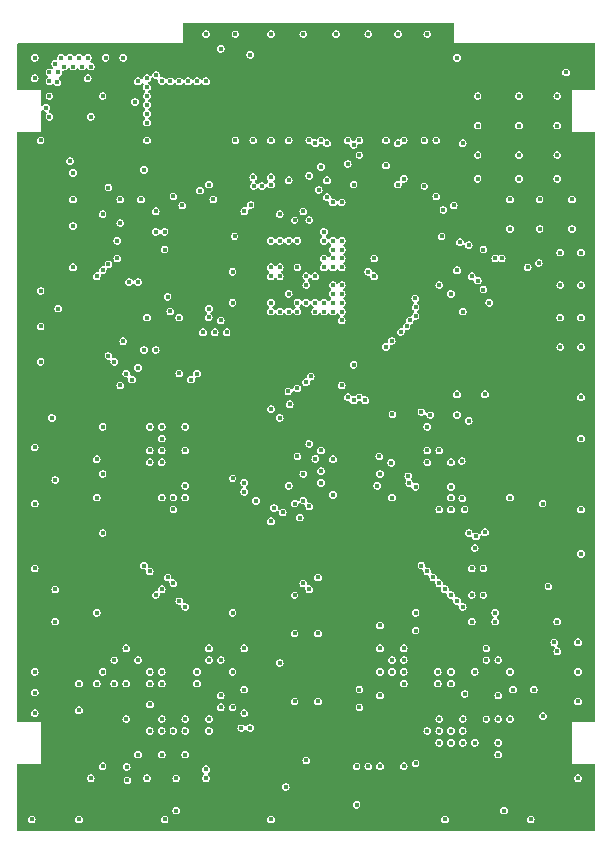
<source format=gbr>
%TF.GenerationSoftware,KiCad,Pcbnew,(6.0.7)*%
%TF.CreationDate,2022-10-03T18:22:00-04:00*%
%TF.ProjectId,IDE-SSD-ZIF,4944452d-5353-4442-9d5a-49462e6b6963,rev?*%
%TF.SameCoordinates,Original*%
%TF.FileFunction,Copper,L2,Inr*%
%TF.FilePolarity,Positive*%
%FSLAX46Y46*%
G04 Gerber Fmt 4.6, Leading zero omitted, Abs format (unit mm)*
G04 Created by KiCad (PCBNEW (6.0.7)) date 2022-10-03 18:22:00*
%MOMM*%
%LPD*%
G01*
G04 APERTURE LIST*
%TA.AperFunction,ViaPad*%
%ADD10C,0.450000*%
%TD*%
G04 APERTURE END LIST*
D10*
%TO.N,GND*%
X129750000Y-96774500D03*
X153750000Y-71250000D03*
X111000000Y-111250000D03*
X126750000Y-114250000D03*
X141250000Y-96500000D03*
X114750000Y-123750000D03*
X128500000Y-116000000D03*
X155500000Y-78500000D03*
X111000000Y-102500000D03*
X118250000Y-71250000D03*
X111500000Y-66250000D03*
X111000000Y-61000000D03*
X157250000Y-88000000D03*
X125500000Y-57250000D03*
X154000000Y-97000000D03*
X118750000Y-115250000D03*
X125750000Y-115250000D03*
X152000000Y-67500000D03*
X115500000Y-61000000D03*
X142250000Y-112250000D03*
X135500000Y-74000000D03*
X151250000Y-71250000D03*
X133250000Y-77000000D03*
X141750000Y-57250000D03*
X111000000Y-59250000D03*
X144250000Y-57250000D03*
X149125500Y-99436694D03*
X133750000Y-72250000D03*
X138500000Y-114250000D03*
X157250000Y-83750000D03*
X122250000Y-79500000D03*
X128000000Y-57250000D03*
X140000000Y-95500000D03*
X155250000Y-65000000D03*
X116250000Y-96500000D03*
X147750000Y-90000000D03*
X128750000Y-114750000D03*
X111500000Y-79000000D03*
X114250000Y-73500000D03*
X157250000Y-75750000D03*
X134000000Y-118750000D03*
X136500000Y-57250000D03*
X120500000Y-66250000D03*
X118500000Y-59250000D03*
X125750000Y-116250000D03*
X155500000Y-81250000D03*
X119750000Y-61250000D03*
X131000000Y-123750000D03*
X149124500Y-87750000D03*
X148500000Y-62500000D03*
X111000000Y-92250000D03*
X152000000Y-69500000D03*
X118500000Y-83250000D03*
X150250000Y-118250000D03*
X114250000Y-77000000D03*
X120000000Y-71250000D03*
X157250000Y-81250000D03*
X125500000Y-120250000D03*
X153250000Y-112750000D03*
X134750000Y-93225500D03*
X134000000Y-77750000D03*
X149000000Y-104750000D03*
X111000000Y-114750000D03*
X128750000Y-112750000D03*
X157000000Y-113750000D03*
X152000000Y-65000000D03*
X140250000Y-109250000D03*
X155250000Y-67500000D03*
X156500000Y-71250000D03*
X116750000Y-99500000D03*
X134000000Y-78500000D03*
X122000000Y-123750000D03*
X148250000Y-100774500D03*
X116750000Y-62500000D03*
X147750000Y-99500000D03*
X138500000Y-112750000D03*
X140250000Y-119250000D03*
X157000000Y-120250000D03*
X157250000Y-97500000D03*
X134250000Y-73000000D03*
X135250000Y-95250000D03*
X111500000Y-82000000D03*
X134750000Y-77750000D03*
X120750000Y-90500000D03*
X135250000Y-94250000D03*
X125500000Y-119500000D03*
X157250000Y-101250000D03*
X131000000Y-57250000D03*
X139250000Y-57250000D03*
X153750000Y-73750000D03*
X147250000Y-117250000D03*
X146750000Y-89500000D03*
X115750000Y-64250000D03*
X155250000Y-109500000D03*
X148500000Y-67500000D03*
X114250000Y-69000000D03*
X141250000Y-111250000D03*
X114250000Y-71250000D03*
X134000000Y-80000000D03*
X131750000Y-110500000D03*
X148500000Y-65000000D03*
X116750000Y-90500000D03*
X141289076Y-89443767D03*
X152000000Y-62500000D03*
X120500000Y-120250000D03*
X138000000Y-85250000D03*
X138250000Y-119250000D03*
X148250000Y-117250000D03*
X119750000Y-118250000D03*
X111000000Y-113000000D03*
X116250000Y-93250000D03*
X148000000Y-102500000D03*
X157000000Y-108750000D03*
X139250000Y-119250000D03*
X151250000Y-73750000D03*
X111000000Y-97000000D03*
X150250000Y-117250000D03*
X120500000Y-81250000D03*
X151500000Y-112750000D03*
X123750000Y-90500000D03*
X155500000Y-83750000D03*
X157250000Y-78500000D03*
X156500000Y-73750000D03*
X123750000Y-118250000D03*
X143750000Y-89250000D03*
X121750000Y-90500000D03*
X131750000Y-72500000D03*
X114750000Y-114500000D03*
X121750000Y-118250000D03*
X133250000Y-80000000D03*
X117000000Y-59250000D03*
X118250000Y-73250000D03*
X145750000Y-123750000D03*
X148000000Y-107000000D03*
X155500000Y-75750000D03*
X155250000Y-69500000D03*
X157250000Y-91500000D03*
X146250000Y-117250000D03*
X155250000Y-62500000D03*
X120250000Y-68750000D03*
X123000000Y-120250000D03*
X153000000Y-123750000D03*
X146750000Y-87750000D03*
X133750000Y-57250000D03*
X157000000Y-111250000D03*
X145250000Y-117250000D03*
X148500000Y-69500000D03*
X149000000Y-102500000D03*
X133000000Y-73000000D03*
X114750000Y-112250000D03*
X111500000Y-85000000D03*
X119500000Y-63000000D03*
X110750000Y-123750000D03*
%TO.N,/FSH_WP#*%
X143250000Y-95574500D03*
X144250000Y-116250000D03*
X127750000Y-106250000D03*
X127750000Y-94851000D03*
X143250000Y-106250000D03*
X120750000Y-116250000D03*
X123750000Y-95500000D03*
X123235188Y-85985188D03*
X144500000Y-89500000D03*
X143250000Y-107750000D03*
X123750000Y-92500000D03*
%TO.N,/HD_DASP#*%
X126750000Y-58500000D03*
X145610188Y-72139812D03*
X146750000Y-59250000D03*
%TO.N,+3V3*%
X113500000Y-60000000D03*
X125750000Y-80500000D03*
X124000000Y-61250000D03*
X112250000Y-62500000D03*
X140250000Y-107324500D03*
X112460000Y-89750000D03*
X112750000Y-95000000D03*
X140250000Y-94500000D03*
X120500000Y-62500000D03*
X148375500Y-99782843D03*
X121750000Y-91500000D03*
X150750000Y-123000000D03*
X123000000Y-123000000D03*
X144250000Y-90500000D03*
X121275000Y-60725000D03*
X120500000Y-61750000D03*
X112250000Y-60500000D03*
X137000000Y-87000000D03*
X135500000Y-77000000D03*
X120500000Y-64000000D03*
X128750000Y-95225500D03*
X151250000Y-115250000D03*
X140250000Y-113250000D03*
X127750000Y-114250000D03*
X121775000Y-61225000D03*
X112925000Y-61325000D03*
X138250000Y-122500000D03*
X120500000Y-64750000D03*
X112750000Y-107000000D03*
X112000000Y-63500000D03*
X122750000Y-116250000D03*
X112750000Y-59750000D03*
X128750000Y-96000000D03*
X132500000Y-79250000D03*
X155250000Y-107000000D03*
X151250000Y-96500000D03*
X112250000Y-64250000D03*
X124750000Y-61250000D03*
X116250000Y-112250000D03*
X156000000Y-60500000D03*
X132250000Y-121000000D03*
X120500000Y-61000000D03*
X122500000Y-61250000D03*
X114750000Y-59250000D03*
X115500000Y-59250000D03*
X112250000Y-61250000D03*
X120500000Y-63250000D03*
X113000000Y-60500000D03*
X148000000Y-104750000D03*
X113250000Y-59250000D03*
X114250000Y-60000000D03*
X115000000Y-60000000D03*
X123250000Y-61250000D03*
X113000000Y-80500000D03*
X112750000Y-104250000D03*
X116750000Y-94500000D03*
X154500000Y-104000000D03*
X116250000Y-106250000D03*
X115750000Y-60000000D03*
X114000000Y-59250000D03*
X146250000Y-116250000D03*
X125500000Y-61250000D03*
%TO.N,/F1_DQS*%
X126750000Y-113250000D03*
X126250000Y-82500000D03*
%TO.N,/F1_DQ4*%
X115750000Y-120250000D03*
X117250000Y-84500000D03*
X116750000Y-111250000D03*
%TO.N,/F1_DQ6*%
X119750000Y-85500000D03*
X119750000Y-110250000D03*
%TO.N,/F1_ALE*%
X124750000Y-86000000D03*
X124750000Y-111250000D03*
%TO.N,/F1_RE#*%
X118250000Y-87000000D03*
X117750000Y-112250000D03*
X118854123Y-120425500D03*
%TO.N,/F0_DQS*%
X133750000Y-94500000D03*
X134375500Y-86235188D03*
X133750000Y-96750000D03*
%TO.N,/F0_WE#*%
X136250000Y-96250000D03*
X136250000Y-93250000D03*
%TO.N,/F2_CLE*%
X140735188Y-83735188D03*
X147399500Y-113125000D03*
%TO.N,/F2_WE#*%
X141235188Y-83235188D03*
X150000000Y-106250000D03*
X149250000Y-115250000D03*
%TO.N,/F1_DQ2*%
X126750000Y-110250000D03*
X126750000Y-81500000D03*
%TO.N,/F1_DQ3*%
X127250000Y-82500000D03*
X127750000Y-111250000D03*
%TO.N,/F1_DQ5*%
X117750000Y-110250000D03*
X116750000Y-119250000D03*
X117750000Y-85000000D03*
%TO.N,/F1_DQ7*%
X118750000Y-86000000D03*
X118750000Y-109250000D03*
X118797655Y-119297655D03*
%TO.N,/F1_WE#*%
X119250000Y-86500000D03*
X118750000Y-112250000D03*
X120764812Y-114014812D03*
%TO.N,/F1_CLE*%
X124250000Y-86500000D03*
X124750000Y-112250000D03*
%TO.N,/F0_DQ3*%
X133250000Y-93000000D03*
X133985188Y-86735188D03*
X133437820Y-98187820D03*
%TO.N,/F0_RE#*%
X132600000Y-88600000D03*
X132500000Y-95500000D03*
%TO.N,/F2_RE#*%
X150000000Y-107000000D03*
X137000000Y-81500000D03*
X150250000Y-115250000D03*
%TO.N,/F2_ALE*%
X141985188Y-82485188D03*
X148250000Y-111250000D03*
%TO.N,/F2_DQ0*%
X142485188Y-81985188D03*
X154025500Y-115000000D03*
X149250000Y-109250000D03*
X155000000Y-108750000D03*
%TO.N,/F1_DQ0*%
X129250000Y-116000000D03*
X125750000Y-109250000D03*
X128750000Y-109250000D03*
X125735188Y-81235188D03*
%TO.N,/F1_DQ1*%
X125750000Y-110250000D03*
X125250000Y-82500000D03*
%TO.N,/F0_DQ7*%
X131000000Y-89000000D03*
X131000000Y-80750000D03*
X131000000Y-98500000D03*
%TO.N,/F0_DQ6*%
X131750000Y-89750000D03*
X131250000Y-97374500D03*
X131750000Y-80750000D03*
%TO.N,/F0_DQ5*%
X132500000Y-80750000D03*
X132000000Y-97750000D03*
X132485188Y-87485188D03*
%TO.N,/F0_DQ4*%
X133000000Y-97000000D03*
X133250000Y-80750000D03*
X133250000Y-87250000D03*
%TO.N,/F0_DQ2*%
X134250000Y-91950497D03*
X134750000Y-80750000D03*
X134250000Y-97250000D03*
%TO.N,/FSH_R{slash}B1#*%
X121750000Y-116250000D03*
X133750000Y-103750000D03*
X133000000Y-113750000D03*
X122750000Y-103750000D03*
X145250000Y-116250000D03*
X122750000Y-97500000D03*
X145250000Y-103750000D03*
X135500000Y-80750000D03*
X146250000Y-97500000D03*
%TO.N,/FSH_R{slash}B3#*%
X135000000Y-108000000D03*
X122250000Y-103250000D03*
X145250000Y-115250000D03*
X136250000Y-80750000D03*
X145250000Y-97500000D03*
X135000000Y-103250000D03*
X121750000Y-115250000D03*
X144750000Y-103250000D03*
X146250000Y-96500000D03*
X121750000Y-96500000D03*
%TO.N,/F3_WE#*%
X147250000Y-80750000D03*
X137000000Y-80750000D03*
%TO.N,/F2_DQ1*%
X143250000Y-81124500D03*
X149250000Y-110250000D03*
%TO.N,/F2_DQ2*%
X150250000Y-110250000D03*
X142750000Y-81500000D03*
%TO.N,/FSH_CE4#*%
X120750000Y-93500000D03*
X144250000Y-93500000D03*
X143750000Y-102250000D03*
X120250000Y-84000000D03*
X120250000Y-102250000D03*
X145125500Y-112250000D03*
X120750000Y-112250000D03*
%TO.N,/FSH_CE3#*%
X123750000Y-115250000D03*
X147250000Y-115250000D03*
X147250000Y-105750000D03*
X123750000Y-105750000D03*
X123750000Y-96500000D03*
X147210924Y-96556233D03*
X123250000Y-81250000D03*
%TO.N,/FSH_CE2#*%
X120750000Y-102750000D03*
X127750000Y-80000000D03*
X120750000Y-111250000D03*
X131000000Y-80000000D03*
X121250000Y-84000000D03*
X144250000Y-92500000D03*
X144250000Y-102750000D03*
X120750000Y-92500000D03*
X145125500Y-111250000D03*
%TO.N,/F0_DQ1*%
X135250000Y-92500000D03*
X134750000Y-80000000D03*
%TO.N,/FSH_R{slash}B2#*%
X121750000Y-92500000D03*
X135500000Y-80000000D03*
X121750000Y-111250000D03*
X145250000Y-92500000D03*
X135000000Y-113750000D03*
X146250000Y-111250000D03*
X134250000Y-104250000D03*
X145750000Y-104250000D03*
X121750000Y-104250000D03*
%TO.N,/FSH_R{slash}B4#*%
X121250000Y-104750000D03*
X146250000Y-93500000D03*
X133000000Y-104750000D03*
X121750000Y-112250000D03*
X146250000Y-112250000D03*
X136250000Y-80000000D03*
X146250000Y-104750000D03*
X133000000Y-108000000D03*
X121750000Y-93500000D03*
%TO.N,/F3_ALE*%
X137000000Y-80000000D03*
X149500000Y-80000000D03*
%TO.N,/F2_DQ3*%
X143235188Y-79624500D03*
X151250000Y-111250000D03*
%TO.N,/F2_DQS*%
X143250000Y-80374500D03*
X150250000Y-113250000D03*
%TO.N,/FSH_CE1#*%
X122750000Y-96500000D03*
X123250000Y-105250000D03*
X122485188Y-80735188D03*
X123750000Y-116250000D03*
X147399500Y-97500000D03*
X146750000Y-105250000D03*
X147250000Y-116250000D03*
%TO.N,/F3_CLE*%
X146250000Y-95574500D03*
X147156235Y-93406235D03*
X136250000Y-79250000D03*
X148999999Y-78878443D03*
%TO.N,/F3_RE#*%
X141202345Y-93547655D03*
X146250000Y-79250000D03*
X142638164Y-94667788D03*
X137000000Y-79250000D03*
%TO.N,/F2_DQ4*%
X142250000Y-119250000D03*
X140250000Y-111250000D03*
X138000000Y-88250000D03*
%TO.N,/F2_DQ5*%
X141250000Y-110250000D03*
X137500000Y-88000000D03*
X142250000Y-111250000D03*
X143250000Y-119000000D03*
%TO.N,Net-(R18-Pad2)*%
X131000000Y-77750000D03*
X119750000Y-78250000D03*
%TO.N,Net-(R16-Pad2)*%
X119000000Y-78250000D03*
X131750000Y-77750000D03*
%TO.N,Net-(C3-Pad1)*%
X135500000Y-76250000D03*
X131750000Y-77000000D03*
%TO.N,/F3_DQ7*%
X148514862Y-78125239D03*
X136250000Y-78500000D03*
%TO.N,/F2_DQ6*%
X142250000Y-110250000D03*
X145250000Y-78500000D03*
X139000000Y-88250000D03*
X137000000Y-78500000D03*
%TO.N,/F3_DQ6*%
X139750000Y-77750000D03*
X148000000Y-77750000D03*
%TO.N,/F2_DQ7*%
X142250000Y-109250000D03*
X138500000Y-88000000D03*
%TO.N,/I2C*%
X114000000Y-68000000D03*
X127750000Y-77374500D03*
X116250000Y-77750000D03*
X131000000Y-77000000D03*
%TO.N,/F3_DQ3*%
X153677868Y-76636898D03*
X136250000Y-77000000D03*
%TO.N,/F3_DQS*%
X137000000Y-77011398D03*
X152735188Y-77014812D03*
%TO.N,/F3_DQ4*%
X142722733Y-95280933D03*
X140184314Y-93000000D03*
%TO.N,/F3_DQ5*%
X146750000Y-77250000D03*
X139250000Y-77374500D03*
%TO.N,/DBG_SCL*%
X117250000Y-76750000D03*
X117250000Y-70250000D03*
%TO.N,/DBG_SDA*%
X116750000Y-72500000D03*
X116750000Y-77250000D03*
%TO.N,/HD_D10*%
X141750000Y-70000000D03*
X136250000Y-76250000D03*
X141750000Y-66500000D03*
X149000000Y-75500000D03*
%TO.N,/F3_DQ0*%
X150549503Y-76250000D03*
X137000000Y-76250000D03*
%TO.N,/F3_DQ1*%
X139750000Y-76250000D03*
X150000000Y-76250000D03*
%TO.N,/DBG_RESET*%
X118000000Y-76250000D03*
X118000000Y-74750000D03*
%TO.N,/HD_D8*%
X145000000Y-66250000D03*
X147000000Y-74875500D03*
X145000000Y-71000000D03*
X136250000Y-75500000D03*
%TO.N,/HD_D2*%
X138000000Y-70000000D03*
X138000000Y-66625500D03*
X137000000Y-75500000D03*
X147750000Y-75125500D03*
%TO.N,/HD_D9*%
X144000000Y-70124500D03*
X144000000Y-66250000D03*
%TO.N,/HD_D12*%
X138500000Y-66250000D03*
X138500000Y-67500000D03*
%TO.N,/HD_D11*%
X131000000Y-74750000D03*
X140750000Y-68374500D03*
X140750000Y-66250000D03*
X127919812Y-74360188D03*
%TO.N,/HD_CS0#*%
X131750000Y-74750000D03*
X122000000Y-74000000D03*
%TO.N,/HD_IOW#*%
X133250000Y-74750000D03*
X129279812Y-71720188D03*
X131000000Y-66250000D03*
X131000000Y-69374500D03*
%TO.N,/HD_RESET#*%
X147250000Y-66500000D03*
X136250000Y-74750000D03*
%TO.N,/HD_A2*%
X135047654Y-70452346D03*
X137000000Y-74750000D03*
X145449212Y-74364018D03*
X122750000Y-71000000D03*
%TO.N,/HD_PDIAG#*%
X146476728Y-71756351D03*
X129250000Y-59000000D03*
%TO.N,/HD_D1*%
X135750000Y-66500000D03*
X135750000Y-69624500D03*
%TO.N,/HD_D13*%
X137500000Y-68250000D03*
X137500000Y-66250000D03*
%TO.N,/HD_D5*%
X142250000Y-66250000D03*
X142250000Y-69500000D03*
%TO.N,/HD_CS1#*%
X128750000Y-72250000D03*
X121250000Y-72250000D03*
%TO.N,/HD_IOR#*%
X129500000Y-69374500D03*
X129500000Y-66250000D03*
%TO.N,/HD_INTRQ*%
X129529812Y-70124500D03*
X125750000Y-70000000D03*
%TO.N,/HD_DMARQ*%
X132500000Y-66250000D03*
X132500000Y-69625500D03*
%TO.N,/HD_DMACK#*%
X126125500Y-71250000D03*
X135750000Y-71074500D03*
%TO.N,/HD_D14*%
X135250000Y-66250000D03*
X135250000Y-68500000D03*
%TO.N,/HD_D15*%
X134250000Y-66250000D03*
X134250000Y-69250000D03*
%TO.N,/HD_IORDY*%
X128000000Y-66250000D03*
X130250000Y-70124500D03*
%TO.N,/HD_A1*%
X125000000Y-70500000D03*
X131000000Y-70000000D03*
%TO.N,/HD_A0*%
X136250000Y-71500000D03*
X123500000Y-71750000D03*
%TO.N,/HD_D0*%
X134750000Y-66500000D03*
X137000000Y-71500000D03*
%TO.N,+VCCFQ*%
X133000000Y-111000000D03*
X147750000Y-89000000D03*
X151250000Y-117250000D03*
X127750000Y-91500000D03*
X120750000Y-91500000D03*
X144250000Y-117250000D03*
X144250000Y-91500000D03*
X132000000Y-98750000D03*
X114575000Y-66175000D03*
X116500000Y-68250000D03*
X115250000Y-66000000D03*
X117250000Y-68250000D03*
X112250000Y-121000000D03*
X115875000Y-67125000D03*
X115750000Y-68000000D03*
X154500000Y-91500000D03*
X117956445Y-67543555D03*
X133250000Y-79250000D03*
X148250000Y-115250000D03*
X123778394Y-91774500D03*
X140250000Y-91500000D03*
X127750000Y-81125500D03*
X112750000Y-108500000D03*
X115250000Y-65250000D03*
X155000000Y-95000000D03*
X140750000Y-123000000D03*
X154500000Y-108250000D03*
X140250000Y-117250000D03*
X154750000Y-87250000D03*
X112750000Y-87500000D03*
X116456445Y-67543555D03*
X138250000Y-123750000D03*
X133000000Y-116750000D03*
X115250000Y-67500000D03*
X149125500Y-100071430D03*
X131000000Y-111000000D03*
X140250000Y-108250000D03*
X117000000Y-123000000D03*
X118000000Y-68250000D03*
X117206445Y-67543555D03*
X127750000Y-117250000D03*
X130847489Y-99400000D03*
X140250000Y-110250000D03*
X131000000Y-108250000D03*
X135000000Y-99750000D03*
X147250000Y-95574500D03*
X115375000Y-66625000D03*
X116750000Y-98500000D03*
X118750000Y-116250000D03*
X135000000Y-116750000D03*
X155000000Y-123000000D03*
X155000000Y-110250000D03*
X134750000Y-78500000D03*
X113750000Y-118250000D03*
X141264812Y-98485188D03*
X124750000Y-116250000D03*
X141250000Y-95250000D03*
X135000000Y-111000000D03*
X114750000Y-67000000D03*
X116750000Y-106750000D03*
X116750000Y-110250000D03*
X114575000Y-65425000D03*
X112500000Y-101000000D03*
X116750000Y-91500000D03*
%TO.N,Net-(R26-Pad2)*%
X121250000Y-74000000D03*
X132500000Y-74750000D03*
%TO.N,Net-(R27-Pad2)*%
X135500000Y-74750000D03*
X122000000Y-75500000D03*
%TD*%
%TA.AperFunction,Conductor*%
%TO.N,+VCCFQ*%
G36*
X146416621Y-56295502D02*
G01*
X146463114Y-56349158D01*
X146474500Y-56401500D01*
X146474500Y-57994928D01*
X146474447Y-57994928D01*
X146474462Y-57995020D01*
X146472399Y-58000000D01*
X146474500Y-58005072D01*
X146480483Y-58019517D01*
X146500000Y-58027601D01*
X146505072Y-58025500D01*
X146521452Y-58025500D01*
X146522368Y-58025549D01*
X146522710Y-58025500D01*
X158348500Y-58025500D01*
X158416621Y-58045502D01*
X158463114Y-58099158D01*
X158474500Y-58151500D01*
X158474500Y-61848500D01*
X158454498Y-61916621D01*
X158400842Y-61963114D01*
X158348500Y-61974500D01*
X156505072Y-61974500D01*
X156505072Y-61974447D01*
X156504980Y-61974462D01*
X156500000Y-61972399D01*
X156494928Y-61974500D01*
X156480483Y-61980483D01*
X156472399Y-62000000D01*
X156474500Y-62005072D01*
X156474500Y-62021452D01*
X156474451Y-62022368D01*
X156474500Y-62022710D01*
X156474500Y-65494928D01*
X156474447Y-65494928D01*
X156474462Y-65495020D01*
X156472399Y-65500000D01*
X156474500Y-65505072D01*
X156480483Y-65519517D01*
X156500000Y-65527601D01*
X156505072Y-65525500D01*
X156521452Y-65525500D01*
X156522368Y-65525549D01*
X156522710Y-65525500D01*
X158348500Y-65525500D01*
X158416621Y-65545502D01*
X158463114Y-65599158D01*
X158474500Y-65651500D01*
X158474500Y-115348500D01*
X158454498Y-115416621D01*
X158400842Y-115463114D01*
X158348500Y-115474500D01*
X156505072Y-115474500D01*
X156505072Y-115474447D01*
X156504980Y-115474462D01*
X156500000Y-115472399D01*
X156494928Y-115474500D01*
X156480483Y-115480483D01*
X156472399Y-115500000D01*
X156474500Y-115505072D01*
X156474500Y-115521452D01*
X156474451Y-115522368D01*
X156474500Y-115522710D01*
X156474500Y-118994928D01*
X156474447Y-118994928D01*
X156474462Y-118995020D01*
X156472399Y-119000000D01*
X156474500Y-119005072D01*
X156480483Y-119019517D01*
X156500000Y-119027601D01*
X156505072Y-119025500D01*
X156521452Y-119025500D01*
X156522368Y-119025549D01*
X156522710Y-119025500D01*
X158348500Y-119025500D01*
X158416621Y-119045502D01*
X158463114Y-119099158D01*
X158474500Y-119151500D01*
X158474500Y-124598500D01*
X158454498Y-124666621D01*
X158400842Y-124713114D01*
X158348500Y-124724500D01*
X109651500Y-124724500D01*
X109583379Y-124704498D01*
X109536886Y-124650842D01*
X109525500Y-124598500D01*
X109525500Y-123750000D01*
X110419479Y-123750000D01*
X110439412Y-123863045D01*
X110496806Y-123962455D01*
X110584739Y-124036240D01*
X110692606Y-124075500D01*
X110807394Y-124075500D01*
X110915261Y-124036240D01*
X111003194Y-123962455D01*
X111060588Y-123863045D01*
X111080521Y-123750000D01*
X114419479Y-123750000D01*
X114439412Y-123863045D01*
X114496806Y-123962455D01*
X114584739Y-124036240D01*
X114692606Y-124075500D01*
X114807394Y-124075500D01*
X114915261Y-124036240D01*
X115003194Y-123962455D01*
X115060588Y-123863045D01*
X115080521Y-123750000D01*
X121669479Y-123750000D01*
X121689412Y-123863045D01*
X121746806Y-123962455D01*
X121834739Y-124036240D01*
X121942606Y-124075500D01*
X122057394Y-124075500D01*
X122165261Y-124036240D01*
X122253194Y-123962455D01*
X122310588Y-123863045D01*
X122330521Y-123750000D01*
X130669479Y-123750000D01*
X130689412Y-123863045D01*
X130746806Y-123962455D01*
X130834739Y-124036240D01*
X130942606Y-124075500D01*
X131057394Y-124075500D01*
X131165261Y-124036240D01*
X131253194Y-123962455D01*
X131310588Y-123863045D01*
X131330521Y-123750000D01*
X145419479Y-123750000D01*
X145439412Y-123863045D01*
X145496806Y-123962455D01*
X145584739Y-124036240D01*
X145692606Y-124075500D01*
X145807394Y-124075500D01*
X145915261Y-124036240D01*
X146003194Y-123962455D01*
X146060588Y-123863045D01*
X146080521Y-123750000D01*
X152669479Y-123750000D01*
X152689412Y-123863045D01*
X152746806Y-123962455D01*
X152834739Y-124036240D01*
X152942606Y-124075500D01*
X153057394Y-124075500D01*
X153165261Y-124036240D01*
X153253194Y-123962455D01*
X153310588Y-123863045D01*
X153330521Y-123750000D01*
X153310588Y-123636955D01*
X153253194Y-123537545D01*
X153244750Y-123530459D01*
X153173707Y-123470847D01*
X153165261Y-123463760D01*
X153057394Y-123424500D01*
X152942606Y-123424500D01*
X152932246Y-123428271D01*
X152932245Y-123428271D01*
X152845100Y-123459989D01*
X152845099Y-123459990D01*
X152834740Y-123463760D01*
X152746806Y-123537545D01*
X152689412Y-123636955D01*
X152669479Y-123750000D01*
X146080521Y-123750000D01*
X146060588Y-123636955D01*
X146003194Y-123537545D01*
X145994750Y-123530459D01*
X145923707Y-123470847D01*
X145915261Y-123463760D01*
X145807394Y-123424500D01*
X145692606Y-123424500D01*
X145682246Y-123428271D01*
X145682245Y-123428271D01*
X145595100Y-123459989D01*
X145595099Y-123459990D01*
X145584740Y-123463760D01*
X145496806Y-123537545D01*
X145439412Y-123636955D01*
X145419479Y-123750000D01*
X131330521Y-123750000D01*
X131310588Y-123636955D01*
X131253194Y-123537545D01*
X131244750Y-123530459D01*
X131173707Y-123470847D01*
X131165261Y-123463760D01*
X131057394Y-123424500D01*
X130942606Y-123424500D01*
X130932246Y-123428271D01*
X130932245Y-123428271D01*
X130845100Y-123459989D01*
X130845099Y-123459990D01*
X130834740Y-123463760D01*
X130746806Y-123537545D01*
X130689412Y-123636955D01*
X130669479Y-123750000D01*
X122330521Y-123750000D01*
X122310588Y-123636955D01*
X122253194Y-123537545D01*
X122244750Y-123530459D01*
X122173707Y-123470847D01*
X122165261Y-123463760D01*
X122057394Y-123424500D01*
X121942606Y-123424500D01*
X121932246Y-123428271D01*
X121932245Y-123428271D01*
X121845100Y-123459989D01*
X121845099Y-123459990D01*
X121834740Y-123463760D01*
X121746806Y-123537545D01*
X121689412Y-123636955D01*
X121669479Y-123750000D01*
X115080521Y-123750000D01*
X115060588Y-123636955D01*
X115003194Y-123537545D01*
X114994750Y-123530459D01*
X114923707Y-123470847D01*
X114915261Y-123463760D01*
X114807394Y-123424500D01*
X114692606Y-123424500D01*
X114682246Y-123428271D01*
X114682245Y-123428271D01*
X114595100Y-123459989D01*
X114595099Y-123459990D01*
X114584740Y-123463760D01*
X114496806Y-123537545D01*
X114439412Y-123636955D01*
X114419479Y-123750000D01*
X111080521Y-123750000D01*
X111060588Y-123636955D01*
X111003194Y-123537545D01*
X110994750Y-123530459D01*
X110923707Y-123470847D01*
X110915261Y-123463760D01*
X110807394Y-123424500D01*
X110692606Y-123424500D01*
X110682246Y-123428271D01*
X110682245Y-123428271D01*
X110595100Y-123459989D01*
X110595099Y-123459990D01*
X110584740Y-123463760D01*
X110496806Y-123537545D01*
X110439412Y-123636955D01*
X110419479Y-123750000D01*
X109525500Y-123750000D01*
X109525500Y-123000000D01*
X122669479Y-123000000D01*
X122689412Y-123113045D01*
X122746806Y-123212455D01*
X122834739Y-123286240D01*
X122942606Y-123325500D01*
X123057394Y-123325500D01*
X123165261Y-123286240D01*
X123253194Y-123212455D01*
X123310588Y-123113045D01*
X123330521Y-123000000D01*
X150419479Y-123000000D01*
X150439412Y-123113045D01*
X150496806Y-123212455D01*
X150584739Y-123286240D01*
X150692606Y-123325500D01*
X150807394Y-123325500D01*
X150915261Y-123286240D01*
X151003194Y-123212455D01*
X151060588Y-123113045D01*
X151080521Y-123000000D01*
X151060588Y-122886955D01*
X151003194Y-122787545D01*
X150994750Y-122780459D01*
X150923707Y-122720847D01*
X150915261Y-122713760D01*
X150807394Y-122674500D01*
X150692606Y-122674500D01*
X150682246Y-122678271D01*
X150682245Y-122678271D01*
X150595100Y-122709989D01*
X150595099Y-122709990D01*
X150584740Y-122713760D01*
X150496806Y-122787545D01*
X150439412Y-122886955D01*
X150419479Y-123000000D01*
X123330521Y-123000000D01*
X123310588Y-122886955D01*
X123253194Y-122787545D01*
X123244750Y-122780459D01*
X123173707Y-122720847D01*
X123165261Y-122713760D01*
X123057394Y-122674500D01*
X122942606Y-122674500D01*
X122932246Y-122678271D01*
X122932245Y-122678271D01*
X122845100Y-122709989D01*
X122845099Y-122709990D01*
X122834740Y-122713760D01*
X122746806Y-122787545D01*
X122689412Y-122886955D01*
X122669479Y-123000000D01*
X109525500Y-123000000D01*
X109525500Y-122500000D01*
X137919479Y-122500000D01*
X137939412Y-122613045D01*
X137996806Y-122712455D01*
X138084739Y-122786240D01*
X138192606Y-122825500D01*
X138307394Y-122825500D01*
X138415261Y-122786240D01*
X138503194Y-122712455D01*
X138560588Y-122613045D01*
X138580521Y-122500000D01*
X138560588Y-122386955D01*
X138503194Y-122287545D01*
X138494750Y-122280459D01*
X138423707Y-122220847D01*
X138415261Y-122213760D01*
X138307394Y-122174500D01*
X138192606Y-122174500D01*
X138182246Y-122178271D01*
X138182245Y-122178271D01*
X138095100Y-122209989D01*
X138095099Y-122209990D01*
X138084740Y-122213760D01*
X137996806Y-122287545D01*
X137939412Y-122386955D01*
X137919479Y-122500000D01*
X109525500Y-122500000D01*
X109525500Y-121000000D01*
X131919479Y-121000000D01*
X131939412Y-121113045D01*
X131996806Y-121212455D01*
X132084739Y-121286240D01*
X132192606Y-121325500D01*
X132307394Y-121325500D01*
X132415261Y-121286240D01*
X132503194Y-121212455D01*
X132560588Y-121113045D01*
X132580521Y-121000000D01*
X132560588Y-120886955D01*
X132503194Y-120787545D01*
X132494750Y-120780459D01*
X132423707Y-120720847D01*
X132415261Y-120713760D01*
X132307394Y-120674500D01*
X132192606Y-120674500D01*
X132182246Y-120678271D01*
X132182245Y-120678271D01*
X132095100Y-120709989D01*
X132095099Y-120709990D01*
X132084740Y-120713760D01*
X131996806Y-120787545D01*
X131939412Y-120886955D01*
X131919479Y-121000000D01*
X109525500Y-121000000D01*
X109525500Y-120250000D01*
X115419479Y-120250000D01*
X115439412Y-120363045D01*
X115496806Y-120462455D01*
X115584739Y-120536240D01*
X115692606Y-120575500D01*
X115807394Y-120575500D01*
X115915261Y-120536240D01*
X116003194Y-120462455D01*
X116024530Y-120425500D01*
X118523602Y-120425500D01*
X118543535Y-120538545D01*
X118600929Y-120637955D01*
X118609370Y-120645038D01*
X118609371Y-120645039D01*
X118680416Y-120704653D01*
X118688862Y-120711740D01*
X118796729Y-120751000D01*
X118911517Y-120751000D01*
X119019384Y-120711740D01*
X119027830Y-120704653D01*
X119098875Y-120645039D01*
X119098876Y-120645038D01*
X119107317Y-120637955D01*
X119164711Y-120538545D01*
X119184644Y-120425500D01*
X119164711Y-120312455D01*
X119128653Y-120250000D01*
X120169479Y-120250000D01*
X120189412Y-120363045D01*
X120246806Y-120462455D01*
X120334739Y-120536240D01*
X120442606Y-120575500D01*
X120557394Y-120575500D01*
X120665261Y-120536240D01*
X120753194Y-120462455D01*
X120810588Y-120363045D01*
X120830521Y-120250000D01*
X122669479Y-120250000D01*
X122689412Y-120363045D01*
X122746806Y-120462455D01*
X122834739Y-120536240D01*
X122942606Y-120575500D01*
X123057394Y-120575500D01*
X123165261Y-120536240D01*
X123253194Y-120462455D01*
X123310588Y-120363045D01*
X123330521Y-120250000D01*
X125169479Y-120250000D01*
X125189412Y-120363045D01*
X125246806Y-120462455D01*
X125334739Y-120536240D01*
X125442606Y-120575500D01*
X125557394Y-120575500D01*
X125665261Y-120536240D01*
X125753194Y-120462455D01*
X125810588Y-120363045D01*
X125830521Y-120250000D01*
X156669479Y-120250000D01*
X156689412Y-120363045D01*
X156746806Y-120462455D01*
X156834739Y-120536240D01*
X156942606Y-120575500D01*
X157057394Y-120575500D01*
X157165261Y-120536240D01*
X157253194Y-120462455D01*
X157310588Y-120363045D01*
X157330521Y-120250000D01*
X157310588Y-120136955D01*
X157253194Y-120037545D01*
X157244750Y-120030459D01*
X157173707Y-119970847D01*
X157165261Y-119963760D01*
X157057394Y-119924500D01*
X156942606Y-119924500D01*
X156932246Y-119928271D01*
X156932245Y-119928271D01*
X156845100Y-119959989D01*
X156845099Y-119959990D01*
X156834740Y-119963760D01*
X156826296Y-119970846D01*
X156826295Y-119970846D01*
X156790773Y-120000653D01*
X156746806Y-120037545D01*
X156689412Y-120136955D01*
X156669479Y-120250000D01*
X125830521Y-120250000D01*
X125810588Y-120136955D01*
X125753194Y-120037545D01*
X125744755Y-120030463D01*
X125744750Y-120030458D01*
X125674511Y-119971521D01*
X125635184Y-119912412D01*
X125634058Y-119841424D01*
X125674511Y-119778479D01*
X125744750Y-119719542D01*
X125744755Y-119719537D01*
X125753194Y-119712455D01*
X125810588Y-119613045D01*
X125830521Y-119500000D01*
X125810588Y-119386955D01*
X125753194Y-119287545D01*
X125744750Y-119280459D01*
X125708450Y-119250000D01*
X137919479Y-119250000D01*
X137939412Y-119363045D01*
X137996806Y-119462455D01*
X138005247Y-119469538D01*
X138005248Y-119469539D01*
X138062041Y-119517194D01*
X138084739Y-119536240D01*
X138192606Y-119575500D01*
X138307394Y-119575500D01*
X138415261Y-119536240D01*
X138437959Y-119517194D01*
X138494752Y-119469539D01*
X138494753Y-119469538D01*
X138503194Y-119462455D01*
X138560588Y-119363045D01*
X138580521Y-119250000D01*
X138919479Y-119250000D01*
X138939412Y-119363045D01*
X138996806Y-119462455D01*
X139005247Y-119469538D01*
X139005248Y-119469539D01*
X139062041Y-119517194D01*
X139084739Y-119536240D01*
X139192606Y-119575500D01*
X139307394Y-119575500D01*
X139415261Y-119536240D01*
X139437959Y-119517194D01*
X139494752Y-119469539D01*
X139494753Y-119469538D01*
X139503194Y-119462455D01*
X139560588Y-119363045D01*
X139580521Y-119250000D01*
X139919479Y-119250000D01*
X139939412Y-119363045D01*
X139996806Y-119462455D01*
X140005247Y-119469538D01*
X140005248Y-119469539D01*
X140062041Y-119517194D01*
X140084739Y-119536240D01*
X140192606Y-119575500D01*
X140307394Y-119575500D01*
X140415261Y-119536240D01*
X140437959Y-119517194D01*
X140494752Y-119469539D01*
X140494753Y-119469538D01*
X140503194Y-119462455D01*
X140560588Y-119363045D01*
X140580521Y-119250000D01*
X141919479Y-119250000D01*
X141939412Y-119363045D01*
X141996806Y-119462455D01*
X142005247Y-119469538D01*
X142005248Y-119469539D01*
X142062041Y-119517194D01*
X142084739Y-119536240D01*
X142192606Y-119575500D01*
X142307394Y-119575500D01*
X142415261Y-119536240D01*
X142437959Y-119517194D01*
X142494752Y-119469539D01*
X142494753Y-119469538D01*
X142503194Y-119462455D01*
X142560588Y-119363045D01*
X142580521Y-119250000D01*
X142560588Y-119136955D01*
X142503194Y-119037545D01*
X142494750Y-119030459D01*
X142458450Y-119000000D01*
X142919479Y-119000000D01*
X142939412Y-119113045D01*
X142996806Y-119212455D01*
X143005247Y-119219538D01*
X143005248Y-119219539D01*
X143076293Y-119279153D01*
X143084739Y-119286240D01*
X143192606Y-119325500D01*
X143307394Y-119325500D01*
X143415261Y-119286240D01*
X143423707Y-119279153D01*
X143494752Y-119219539D01*
X143494753Y-119219538D01*
X143503194Y-119212455D01*
X143560588Y-119113045D01*
X143580521Y-119000000D01*
X143560588Y-118886955D01*
X143503194Y-118787545D01*
X143494750Y-118780459D01*
X143423707Y-118720847D01*
X143415261Y-118713760D01*
X143307394Y-118674500D01*
X143192606Y-118674500D01*
X143182246Y-118678271D01*
X143182245Y-118678271D01*
X143095100Y-118709989D01*
X143095099Y-118709990D01*
X143084740Y-118713760D01*
X142996806Y-118787545D01*
X142939412Y-118886955D01*
X142919479Y-119000000D01*
X142458450Y-119000000D01*
X142423707Y-118970847D01*
X142415261Y-118963760D01*
X142307394Y-118924500D01*
X142192606Y-118924500D01*
X142182246Y-118928271D01*
X142182245Y-118928271D01*
X142095100Y-118959989D01*
X142095099Y-118959990D01*
X142084740Y-118963760D01*
X141996806Y-119037545D01*
X141939412Y-119136955D01*
X141919479Y-119250000D01*
X140580521Y-119250000D01*
X140560588Y-119136955D01*
X140503194Y-119037545D01*
X140494750Y-119030459D01*
X140423707Y-118970847D01*
X140415261Y-118963760D01*
X140307394Y-118924500D01*
X140192606Y-118924500D01*
X140182246Y-118928271D01*
X140182245Y-118928271D01*
X140095100Y-118959989D01*
X140095099Y-118959990D01*
X140084740Y-118963760D01*
X139996806Y-119037545D01*
X139939412Y-119136955D01*
X139919479Y-119250000D01*
X139580521Y-119250000D01*
X139560588Y-119136955D01*
X139503194Y-119037545D01*
X139494750Y-119030459D01*
X139423707Y-118970847D01*
X139415261Y-118963760D01*
X139307394Y-118924500D01*
X139192606Y-118924500D01*
X139182246Y-118928271D01*
X139182245Y-118928271D01*
X139095100Y-118959989D01*
X139095099Y-118959990D01*
X139084740Y-118963760D01*
X138996806Y-119037545D01*
X138939412Y-119136955D01*
X138919479Y-119250000D01*
X138580521Y-119250000D01*
X138560588Y-119136955D01*
X138503194Y-119037545D01*
X138494750Y-119030459D01*
X138423707Y-118970847D01*
X138415261Y-118963760D01*
X138307394Y-118924500D01*
X138192606Y-118924500D01*
X138182246Y-118928271D01*
X138182245Y-118928271D01*
X138095100Y-118959989D01*
X138095099Y-118959990D01*
X138084740Y-118963760D01*
X137996806Y-119037545D01*
X137939412Y-119136955D01*
X137919479Y-119250000D01*
X125708450Y-119250000D01*
X125673707Y-119220847D01*
X125665261Y-119213760D01*
X125557394Y-119174500D01*
X125442606Y-119174500D01*
X125432246Y-119178271D01*
X125432245Y-119178271D01*
X125345100Y-119209989D01*
X125345099Y-119209990D01*
X125334740Y-119213760D01*
X125246806Y-119287545D01*
X125189412Y-119386955D01*
X125169479Y-119500000D01*
X125189412Y-119613045D01*
X125246806Y-119712455D01*
X125255245Y-119719537D01*
X125255250Y-119719542D01*
X125325489Y-119778479D01*
X125364816Y-119837588D01*
X125365942Y-119908576D01*
X125325489Y-119971522D01*
X125273025Y-120015545D01*
X125246806Y-120037545D01*
X125189412Y-120136955D01*
X125169479Y-120250000D01*
X123330521Y-120250000D01*
X123310588Y-120136955D01*
X123253194Y-120037545D01*
X123244750Y-120030459D01*
X123173707Y-119970847D01*
X123165261Y-119963760D01*
X123057394Y-119924500D01*
X122942606Y-119924500D01*
X122932246Y-119928271D01*
X122932245Y-119928271D01*
X122845100Y-119959989D01*
X122845099Y-119959990D01*
X122834740Y-119963760D01*
X122826296Y-119970846D01*
X122826295Y-119970846D01*
X122790773Y-120000652D01*
X122746806Y-120037545D01*
X122689412Y-120136955D01*
X122669479Y-120250000D01*
X120830521Y-120250000D01*
X120810588Y-120136955D01*
X120753194Y-120037545D01*
X120744750Y-120030459D01*
X120673707Y-119970847D01*
X120665261Y-119963760D01*
X120557394Y-119924500D01*
X120442606Y-119924500D01*
X120432246Y-119928271D01*
X120432245Y-119928271D01*
X120345100Y-119959989D01*
X120345099Y-119959990D01*
X120334740Y-119963760D01*
X120326296Y-119970846D01*
X120326295Y-119970846D01*
X120290773Y-120000652D01*
X120246806Y-120037545D01*
X120189412Y-120136955D01*
X120169479Y-120250000D01*
X119128653Y-120250000D01*
X119107317Y-120213045D01*
X119098873Y-120205959D01*
X119027830Y-120146347D01*
X119019384Y-120139260D01*
X118911517Y-120100000D01*
X118796729Y-120100000D01*
X118786369Y-120103771D01*
X118786368Y-120103771D01*
X118699223Y-120135489D01*
X118699222Y-120135490D01*
X118688863Y-120139260D01*
X118600929Y-120213045D01*
X118543535Y-120312455D01*
X118523602Y-120425500D01*
X116024530Y-120425500D01*
X116060588Y-120363045D01*
X116080521Y-120250000D01*
X116060588Y-120136955D01*
X116003194Y-120037545D01*
X115994750Y-120030459D01*
X115923707Y-119970847D01*
X115915261Y-119963760D01*
X115807394Y-119924500D01*
X115692606Y-119924500D01*
X115682246Y-119928271D01*
X115682245Y-119928271D01*
X115595100Y-119959989D01*
X115595099Y-119959990D01*
X115584740Y-119963760D01*
X115576296Y-119970846D01*
X115576295Y-119970846D01*
X115540773Y-120000652D01*
X115496806Y-120037545D01*
X115439412Y-120136955D01*
X115419479Y-120250000D01*
X109525500Y-120250000D01*
X109525500Y-119250000D01*
X116419479Y-119250000D01*
X116439412Y-119363045D01*
X116496806Y-119462455D01*
X116505247Y-119469538D01*
X116505248Y-119469539D01*
X116562041Y-119517194D01*
X116584739Y-119536240D01*
X116692606Y-119575500D01*
X116807394Y-119575500D01*
X116915261Y-119536240D01*
X116937959Y-119517194D01*
X116994752Y-119469539D01*
X116994753Y-119469538D01*
X117003194Y-119462455D01*
X117060588Y-119363045D01*
X117072118Y-119297655D01*
X118467134Y-119297655D01*
X118487067Y-119410700D01*
X118544461Y-119510110D01*
X118632394Y-119583895D01*
X118740261Y-119623155D01*
X118855049Y-119623155D01*
X118962916Y-119583895D01*
X119050849Y-119510110D01*
X119108243Y-119410700D01*
X119128176Y-119297655D01*
X119108243Y-119184610D01*
X119050849Y-119085200D01*
X119042405Y-119078114D01*
X118971362Y-119018502D01*
X118962916Y-119011415D01*
X118855049Y-118972155D01*
X118740261Y-118972155D01*
X118729901Y-118975926D01*
X118729900Y-118975926D01*
X118642755Y-119007644D01*
X118642754Y-119007645D01*
X118632395Y-119011415D01*
X118623951Y-119018501D01*
X118623950Y-119018501D01*
X118602040Y-119036886D01*
X118544461Y-119085200D01*
X118487067Y-119184610D01*
X118467134Y-119297655D01*
X117072118Y-119297655D01*
X117080521Y-119250000D01*
X117060588Y-119136955D01*
X117003194Y-119037545D01*
X116994750Y-119030459D01*
X116923707Y-118970847D01*
X116915261Y-118963760D01*
X116807394Y-118924500D01*
X116692606Y-118924500D01*
X116682246Y-118928271D01*
X116682245Y-118928271D01*
X116595100Y-118959989D01*
X116595099Y-118959990D01*
X116584740Y-118963760D01*
X116496806Y-119037545D01*
X116439412Y-119136955D01*
X116419479Y-119250000D01*
X109525500Y-119250000D01*
X109525500Y-119151500D01*
X109545502Y-119083379D01*
X109599158Y-119036886D01*
X109651500Y-119025500D01*
X111494928Y-119025500D01*
X111494928Y-119025553D01*
X111495020Y-119025538D01*
X111500000Y-119027601D01*
X111505072Y-119025500D01*
X111519517Y-119019517D01*
X111527601Y-119000000D01*
X111525500Y-118994928D01*
X111525500Y-118978548D01*
X111525549Y-118977632D01*
X111525500Y-118977290D01*
X111525500Y-118750000D01*
X133669479Y-118750000D01*
X133689412Y-118863045D01*
X133746806Y-118962455D01*
X133755247Y-118969538D01*
X133755248Y-118969539D01*
X133826293Y-119029153D01*
X133834739Y-119036240D01*
X133942606Y-119075500D01*
X134057394Y-119075500D01*
X134165261Y-119036240D01*
X134173707Y-119029153D01*
X134244752Y-118969539D01*
X134244753Y-118969538D01*
X134253194Y-118962455D01*
X134310588Y-118863045D01*
X134330521Y-118750000D01*
X134310588Y-118636955D01*
X134253194Y-118537545D01*
X134244750Y-118530459D01*
X134173707Y-118470847D01*
X134165261Y-118463760D01*
X134057394Y-118424500D01*
X133942606Y-118424500D01*
X133932246Y-118428271D01*
X133932245Y-118428271D01*
X133845100Y-118459989D01*
X133845099Y-118459990D01*
X133834740Y-118463760D01*
X133746806Y-118537545D01*
X133689412Y-118636955D01*
X133669479Y-118750000D01*
X111525500Y-118750000D01*
X111525500Y-118250000D01*
X119419479Y-118250000D01*
X119439412Y-118363045D01*
X119496806Y-118462455D01*
X119584739Y-118536240D01*
X119692606Y-118575500D01*
X119807394Y-118575500D01*
X119915261Y-118536240D01*
X120003194Y-118462455D01*
X120060588Y-118363045D01*
X120080521Y-118250000D01*
X121419479Y-118250000D01*
X121439412Y-118363045D01*
X121496806Y-118462455D01*
X121584739Y-118536240D01*
X121692606Y-118575500D01*
X121807394Y-118575500D01*
X121915261Y-118536240D01*
X122003194Y-118462455D01*
X122060588Y-118363045D01*
X122080521Y-118250000D01*
X123419479Y-118250000D01*
X123439412Y-118363045D01*
X123496806Y-118462455D01*
X123584739Y-118536240D01*
X123692606Y-118575500D01*
X123807394Y-118575500D01*
X123915261Y-118536240D01*
X124003194Y-118462455D01*
X124060588Y-118363045D01*
X124080521Y-118250000D01*
X149919479Y-118250000D01*
X149939412Y-118363045D01*
X149996806Y-118462455D01*
X150084739Y-118536240D01*
X150192606Y-118575500D01*
X150307394Y-118575500D01*
X150415261Y-118536240D01*
X150503194Y-118462455D01*
X150560588Y-118363045D01*
X150580521Y-118250000D01*
X150560588Y-118136955D01*
X150503194Y-118037545D01*
X150494750Y-118030459D01*
X150423707Y-117970847D01*
X150415261Y-117963760D01*
X150307394Y-117924500D01*
X150192606Y-117924500D01*
X150182246Y-117928271D01*
X150182245Y-117928271D01*
X150095100Y-117959989D01*
X150095099Y-117959990D01*
X150084740Y-117963760D01*
X149996806Y-118037545D01*
X149939412Y-118136955D01*
X149919479Y-118250000D01*
X124080521Y-118250000D01*
X124060588Y-118136955D01*
X124003194Y-118037545D01*
X123994750Y-118030459D01*
X123923707Y-117970847D01*
X123915261Y-117963760D01*
X123807394Y-117924500D01*
X123692606Y-117924500D01*
X123682246Y-117928271D01*
X123682245Y-117928271D01*
X123595100Y-117959989D01*
X123595099Y-117959990D01*
X123584740Y-117963760D01*
X123496806Y-118037545D01*
X123439412Y-118136955D01*
X123419479Y-118250000D01*
X122080521Y-118250000D01*
X122060588Y-118136955D01*
X122003194Y-118037545D01*
X121994750Y-118030459D01*
X121923707Y-117970847D01*
X121915261Y-117963760D01*
X121807394Y-117924500D01*
X121692606Y-117924500D01*
X121682246Y-117928271D01*
X121682245Y-117928271D01*
X121595100Y-117959989D01*
X121595099Y-117959990D01*
X121584740Y-117963760D01*
X121496806Y-118037545D01*
X121439412Y-118136955D01*
X121419479Y-118250000D01*
X120080521Y-118250000D01*
X120060588Y-118136955D01*
X120003194Y-118037545D01*
X119994750Y-118030459D01*
X119923707Y-117970847D01*
X119915261Y-117963760D01*
X119807394Y-117924500D01*
X119692606Y-117924500D01*
X119682246Y-117928271D01*
X119682245Y-117928271D01*
X119595100Y-117959989D01*
X119595099Y-117959990D01*
X119584740Y-117963760D01*
X119496806Y-118037545D01*
X119439412Y-118136955D01*
X119419479Y-118250000D01*
X111525500Y-118250000D01*
X111525500Y-117250000D01*
X144919479Y-117250000D01*
X144939412Y-117363045D01*
X144996806Y-117462455D01*
X145084739Y-117536240D01*
X145192606Y-117575500D01*
X145307394Y-117575500D01*
X145415261Y-117536240D01*
X145503194Y-117462455D01*
X145560588Y-117363045D01*
X145580521Y-117250000D01*
X145919479Y-117250000D01*
X145939412Y-117363045D01*
X145996806Y-117462455D01*
X146084739Y-117536240D01*
X146192606Y-117575500D01*
X146307394Y-117575500D01*
X146415261Y-117536240D01*
X146503194Y-117462455D01*
X146560588Y-117363045D01*
X146580521Y-117250000D01*
X146919479Y-117250000D01*
X146939412Y-117363045D01*
X146996806Y-117462455D01*
X147084739Y-117536240D01*
X147192606Y-117575500D01*
X147307394Y-117575500D01*
X147415261Y-117536240D01*
X147503194Y-117462455D01*
X147560588Y-117363045D01*
X147580521Y-117250000D01*
X147919479Y-117250000D01*
X147939412Y-117363045D01*
X147996806Y-117462455D01*
X148084739Y-117536240D01*
X148192606Y-117575500D01*
X148307394Y-117575500D01*
X148415261Y-117536240D01*
X148503194Y-117462455D01*
X148560588Y-117363045D01*
X148580521Y-117250000D01*
X149919479Y-117250000D01*
X149939412Y-117363045D01*
X149996806Y-117462455D01*
X150084739Y-117536240D01*
X150192606Y-117575500D01*
X150307394Y-117575500D01*
X150415261Y-117536240D01*
X150503194Y-117462455D01*
X150560588Y-117363045D01*
X150580521Y-117250000D01*
X150560588Y-117136955D01*
X150503194Y-117037545D01*
X150494750Y-117030459D01*
X150423707Y-116970847D01*
X150415261Y-116963760D01*
X150307394Y-116924500D01*
X150192606Y-116924500D01*
X150182246Y-116928271D01*
X150182245Y-116928271D01*
X150095100Y-116959989D01*
X150095099Y-116959990D01*
X150084740Y-116963760D01*
X149996806Y-117037545D01*
X149939412Y-117136955D01*
X149919479Y-117250000D01*
X148580521Y-117250000D01*
X148560588Y-117136955D01*
X148503194Y-117037545D01*
X148494750Y-117030459D01*
X148423707Y-116970847D01*
X148415261Y-116963760D01*
X148307394Y-116924500D01*
X148192606Y-116924500D01*
X148182246Y-116928271D01*
X148182245Y-116928271D01*
X148095100Y-116959989D01*
X148095099Y-116959990D01*
X148084740Y-116963760D01*
X147996806Y-117037545D01*
X147939412Y-117136955D01*
X147919479Y-117250000D01*
X147580521Y-117250000D01*
X147560588Y-117136955D01*
X147503194Y-117037545D01*
X147494750Y-117030459D01*
X147423707Y-116970847D01*
X147415261Y-116963760D01*
X147307394Y-116924500D01*
X147192606Y-116924500D01*
X147182246Y-116928271D01*
X147182245Y-116928271D01*
X147095100Y-116959989D01*
X147095099Y-116959990D01*
X147084740Y-116963760D01*
X146996806Y-117037545D01*
X146939412Y-117136955D01*
X146919479Y-117250000D01*
X146580521Y-117250000D01*
X146560588Y-117136955D01*
X146503194Y-117037545D01*
X146494750Y-117030459D01*
X146423707Y-116970847D01*
X146415261Y-116963760D01*
X146307394Y-116924500D01*
X146192606Y-116924500D01*
X146182246Y-116928271D01*
X146182245Y-116928271D01*
X146095100Y-116959989D01*
X146095099Y-116959990D01*
X146084740Y-116963760D01*
X145996806Y-117037545D01*
X145939412Y-117136955D01*
X145919479Y-117250000D01*
X145580521Y-117250000D01*
X145560588Y-117136955D01*
X145503194Y-117037545D01*
X145494750Y-117030459D01*
X145423707Y-116970847D01*
X145415261Y-116963760D01*
X145307394Y-116924500D01*
X145192606Y-116924500D01*
X145182246Y-116928271D01*
X145182245Y-116928271D01*
X145095100Y-116959989D01*
X145095099Y-116959990D01*
X145084740Y-116963760D01*
X144996806Y-117037545D01*
X144939412Y-117136955D01*
X144919479Y-117250000D01*
X111525500Y-117250000D01*
X111525500Y-116250000D01*
X120419479Y-116250000D01*
X120439412Y-116363045D01*
X120496806Y-116462455D01*
X120584739Y-116536240D01*
X120692606Y-116575500D01*
X120807394Y-116575500D01*
X120915261Y-116536240D01*
X121003194Y-116462455D01*
X121060588Y-116363045D01*
X121080521Y-116250000D01*
X121419479Y-116250000D01*
X121439412Y-116363045D01*
X121496806Y-116462455D01*
X121584739Y-116536240D01*
X121692606Y-116575500D01*
X121807394Y-116575500D01*
X121915261Y-116536240D01*
X122003194Y-116462455D01*
X122060588Y-116363045D01*
X122080521Y-116250000D01*
X122419479Y-116250000D01*
X122439412Y-116363045D01*
X122496806Y-116462455D01*
X122584739Y-116536240D01*
X122692606Y-116575500D01*
X122807394Y-116575500D01*
X122915261Y-116536240D01*
X123003194Y-116462455D01*
X123060588Y-116363045D01*
X123080521Y-116250000D01*
X123419479Y-116250000D01*
X123439412Y-116363045D01*
X123496806Y-116462455D01*
X123584739Y-116536240D01*
X123692606Y-116575500D01*
X123807394Y-116575500D01*
X123915261Y-116536240D01*
X124003194Y-116462455D01*
X124060588Y-116363045D01*
X124080521Y-116250000D01*
X125419479Y-116250000D01*
X125439412Y-116363045D01*
X125496806Y-116462455D01*
X125584739Y-116536240D01*
X125692606Y-116575500D01*
X125807394Y-116575500D01*
X125915261Y-116536240D01*
X126003194Y-116462455D01*
X126060588Y-116363045D01*
X126080521Y-116250000D01*
X126060588Y-116136955D01*
X126003194Y-116037545D01*
X125994750Y-116030459D01*
X125958450Y-116000000D01*
X128169479Y-116000000D01*
X128189412Y-116113045D01*
X128246806Y-116212455D01*
X128255247Y-116219538D01*
X128255248Y-116219539D01*
X128326293Y-116279153D01*
X128334739Y-116286240D01*
X128442606Y-116325500D01*
X128557394Y-116325500D01*
X128665261Y-116286240D01*
X128673707Y-116279153D01*
X128744752Y-116219539D01*
X128744753Y-116219538D01*
X128753194Y-116212455D01*
X128765881Y-116190480D01*
X128817262Y-116141487D01*
X128886976Y-116128050D01*
X128952887Y-116154437D01*
X128984118Y-116190479D01*
X128996806Y-116212455D01*
X129005247Y-116219538D01*
X129005248Y-116219539D01*
X129076293Y-116279153D01*
X129084739Y-116286240D01*
X129192606Y-116325500D01*
X129307394Y-116325500D01*
X129415261Y-116286240D01*
X129423707Y-116279153D01*
X129458450Y-116250000D01*
X143919479Y-116250000D01*
X143939412Y-116363045D01*
X143996806Y-116462455D01*
X144084739Y-116536240D01*
X144192606Y-116575500D01*
X144307394Y-116575500D01*
X144415261Y-116536240D01*
X144503194Y-116462455D01*
X144560588Y-116363045D01*
X144580521Y-116250000D01*
X144919479Y-116250000D01*
X144939412Y-116363045D01*
X144996806Y-116462455D01*
X145084739Y-116536240D01*
X145192606Y-116575500D01*
X145307394Y-116575500D01*
X145415261Y-116536240D01*
X145503194Y-116462455D01*
X145560588Y-116363045D01*
X145580521Y-116250000D01*
X145919479Y-116250000D01*
X145939412Y-116363045D01*
X145996806Y-116462455D01*
X146084739Y-116536240D01*
X146192606Y-116575500D01*
X146307394Y-116575500D01*
X146415261Y-116536240D01*
X146503194Y-116462455D01*
X146560588Y-116363045D01*
X146580521Y-116250000D01*
X146919479Y-116250000D01*
X146939412Y-116363045D01*
X146996806Y-116462455D01*
X147084739Y-116536240D01*
X147192606Y-116575500D01*
X147307394Y-116575500D01*
X147415261Y-116536240D01*
X147503194Y-116462455D01*
X147560588Y-116363045D01*
X147580521Y-116250000D01*
X147560588Y-116136955D01*
X147503194Y-116037545D01*
X147494750Y-116030459D01*
X147423707Y-115970847D01*
X147415261Y-115963760D01*
X147307394Y-115924500D01*
X147192606Y-115924500D01*
X147182246Y-115928271D01*
X147182245Y-115928271D01*
X147095100Y-115959989D01*
X147095099Y-115959990D01*
X147084740Y-115963760D01*
X146996806Y-116037545D01*
X146939412Y-116136955D01*
X146919479Y-116250000D01*
X146580521Y-116250000D01*
X146560588Y-116136955D01*
X146503194Y-116037545D01*
X146494750Y-116030459D01*
X146423707Y-115970847D01*
X146415261Y-115963760D01*
X146307394Y-115924500D01*
X146192606Y-115924500D01*
X146182246Y-115928271D01*
X146182245Y-115928271D01*
X146095100Y-115959989D01*
X146095099Y-115959990D01*
X146084740Y-115963760D01*
X145996806Y-116037545D01*
X145939412Y-116136955D01*
X145919479Y-116250000D01*
X145580521Y-116250000D01*
X145560588Y-116136955D01*
X145503194Y-116037545D01*
X145494750Y-116030459D01*
X145423707Y-115970847D01*
X145415261Y-115963760D01*
X145307394Y-115924500D01*
X145192606Y-115924500D01*
X145182246Y-115928271D01*
X145182245Y-115928271D01*
X145095100Y-115959989D01*
X145095099Y-115959990D01*
X145084740Y-115963760D01*
X144996806Y-116037545D01*
X144939412Y-116136955D01*
X144919479Y-116250000D01*
X144580521Y-116250000D01*
X144560588Y-116136955D01*
X144503194Y-116037545D01*
X144494750Y-116030459D01*
X144423707Y-115970847D01*
X144415261Y-115963760D01*
X144307394Y-115924500D01*
X144192606Y-115924500D01*
X144182246Y-115928271D01*
X144182245Y-115928271D01*
X144095100Y-115959989D01*
X144095099Y-115959990D01*
X144084740Y-115963760D01*
X143996806Y-116037545D01*
X143939412Y-116136955D01*
X143919479Y-116250000D01*
X129458450Y-116250000D01*
X129494752Y-116219539D01*
X129494753Y-116219538D01*
X129503194Y-116212455D01*
X129560588Y-116113045D01*
X129580521Y-116000000D01*
X129560588Y-115886955D01*
X129503194Y-115787545D01*
X129494750Y-115780459D01*
X129423707Y-115720847D01*
X129415261Y-115713760D01*
X129307394Y-115674500D01*
X129192606Y-115674500D01*
X129182246Y-115678271D01*
X129182245Y-115678271D01*
X129095100Y-115709989D01*
X129095099Y-115709990D01*
X129084740Y-115713760D01*
X128996806Y-115787545D01*
X128984119Y-115809520D01*
X128932738Y-115858513D01*
X128863024Y-115871950D01*
X128797113Y-115845563D01*
X128765882Y-115809521D01*
X128753194Y-115787545D01*
X128744750Y-115780459D01*
X128673707Y-115720847D01*
X128665261Y-115713760D01*
X128557394Y-115674500D01*
X128442606Y-115674500D01*
X128432246Y-115678271D01*
X128432245Y-115678271D01*
X128345100Y-115709989D01*
X128345099Y-115709990D01*
X128334740Y-115713760D01*
X128246806Y-115787545D01*
X128189412Y-115886955D01*
X128169479Y-116000000D01*
X125958450Y-116000000D01*
X125923707Y-115970847D01*
X125915261Y-115963760D01*
X125807394Y-115924500D01*
X125692606Y-115924500D01*
X125682246Y-115928271D01*
X125682245Y-115928271D01*
X125595100Y-115959989D01*
X125595099Y-115959990D01*
X125584740Y-115963760D01*
X125496806Y-116037545D01*
X125439412Y-116136955D01*
X125419479Y-116250000D01*
X124080521Y-116250000D01*
X124060588Y-116136955D01*
X124003194Y-116037545D01*
X123994750Y-116030459D01*
X123923707Y-115970847D01*
X123915261Y-115963760D01*
X123807394Y-115924500D01*
X123692606Y-115924500D01*
X123682246Y-115928271D01*
X123682245Y-115928271D01*
X123595100Y-115959989D01*
X123595099Y-115959990D01*
X123584740Y-115963760D01*
X123496806Y-116037545D01*
X123439412Y-116136955D01*
X123419479Y-116250000D01*
X123080521Y-116250000D01*
X123060588Y-116136955D01*
X123003194Y-116037545D01*
X122994750Y-116030459D01*
X122923707Y-115970847D01*
X122915261Y-115963760D01*
X122807394Y-115924500D01*
X122692606Y-115924500D01*
X122682246Y-115928271D01*
X122682245Y-115928271D01*
X122595100Y-115959989D01*
X122595099Y-115959990D01*
X122584740Y-115963760D01*
X122496806Y-116037545D01*
X122439412Y-116136955D01*
X122419479Y-116250000D01*
X122080521Y-116250000D01*
X122060588Y-116136955D01*
X122003194Y-116037545D01*
X121994750Y-116030459D01*
X121923707Y-115970847D01*
X121915261Y-115963760D01*
X121807394Y-115924500D01*
X121692606Y-115924500D01*
X121682246Y-115928271D01*
X121682245Y-115928271D01*
X121595100Y-115959989D01*
X121595099Y-115959990D01*
X121584740Y-115963760D01*
X121496806Y-116037545D01*
X121439412Y-116136955D01*
X121419479Y-116250000D01*
X121080521Y-116250000D01*
X121060588Y-116136955D01*
X121003194Y-116037545D01*
X120994750Y-116030459D01*
X120923707Y-115970847D01*
X120915261Y-115963760D01*
X120807394Y-115924500D01*
X120692606Y-115924500D01*
X120682246Y-115928271D01*
X120682245Y-115928271D01*
X120595100Y-115959989D01*
X120595099Y-115959990D01*
X120584740Y-115963760D01*
X120496806Y-116037545D01*
X120439412Y-116136955D01*
X120419479Y-116250000D01*
X111525500Y-116250000D01*
X111525500Y-115505072D01*
X111525553Y-115505072D01*
X111525538Y-115504980D01*
X111527601Y-115500000D01*
X111519517Y-115480483D01*
X111505072Y-115474500D01*
X111500000Y-115472399D01*
X111494928Y-115474500D01*
X111478552Y-115474500D01*
X111477636Y-115474451D01*
X111477294Y-115474500D01*
X109651500Y-115474500D01*
X109583379Y-115454498D01*
X109536886Y-115400842D01*
X109525500Y-115348500D01*
X109525500Y-115250000D01*
X118419479Y-115250000D01*
X118439412Y-115363045D01*
X118496806Y-115462455D01*
X118505247Y-115469538D01*
X118505248Y-115469539D01*
X118576293Y-115529153D01*
X118584739Y-115536240D01*
X118692606Y-115575500D01*
X118807394Y-115575500D01*
X118915261Y-115536240D01*
X118923707Y-115529153D01*
X118994752Y-115469539D01*
X118994753Y-115469538D01*
X119003194Y-115462455D01*
X119060588Y-115363045D01*
X119080521Y-115250000D01*
X121419479Y-115250000D01*
X121439412Y-115363045D01*
X121496806Y-115462455D01*
X121505247Y-115469538D01*
X121505248Y-115469539D01*
X121576293Y-115529153D01*
X121584739Y-115536240D01*
X121692606Y-115575500D01*
X121807394Y-115575500D01*
X121915261Y-115536240D01*
X121923707Y-115529153D01*
X121994752Y-115469539D01*
X121994753Y-115469538D01*
X122003194Y-115462455D01*
X122060588Y-115363045D01*
X122080521Y-115250000D01*
X123419479Y-115250000D01*
X123439412Y-115363045D01*
X123496806Y-115462455D01*
X123505247Y-115469538D01*
X123505248Y-115469539D01*
X123576293Y-115529153D01*
X123584739Y-115536240D01*
X123692606Y-115575500D01*
X123807394Y-115575500D01*
X123915261Y-115536240D01*
X123923707Y-115529153D01*
X123994752Y-115469539D01*
X123994753Y-115469538D01*
X124003194Y-115462455D01*
X124060588Y-115363045D01*
X124080521Y-115250000D01*
X125419479Y-115250000D01*
X125439412Y-115363045D01*
X125496806Y-115462455D01*
X125505247Y-115469538D01*
X125505248Y-115469539D01*
X125576293Y-115529153D01*
X125584739Y-115536240D01*
X125692606Y-115575500D01*
X125807394Y-115575500D01*
X125915261Y-115536240D01*
X125923707Y-115529153D01*
X125994752Y-115469539D01*
X125994753Y-115469538D01*
X126003194Y-115462455D01*
X126060588Y-115363045D01*
X126080521Y-115250000D01*
X144919479Y-115250000D01*
X144939412Y-115363045D01*
X144996806Y-115462455D01*
X145005247Y-115469538D01*
X145005248Y-115469539D01*
X145076293Y-115529153D01*
X145084739Y-115536240D01*
X145192606Y-115575500D01*
X145307394Y-115575500D01*
X145415261Y-115536240D01*
X145423707Y-115529153D01*
X145494752Y-115469539D01*
X145494753Y-115469538D01*
X145503194Y-115462455D01*
X145560588Y-115363045D01*
X145580521Y-115250000D01*
X146919479Y-115250000D01*
X146939412Y-115363045D01*
X146996806Y-115462455D01*
X147005247Y-115469538D01*
X147005248Y-115469539D01*
X147076293Y-115529153D01*
X147084739Y-115536240D01*
X147192606Y-115575500D01*
X147307394Y-115575500D01*
X147415261Y-115536240D01*
X147423707Y-115529153D01*
X147494752Y-115469539D01*
X147494753Y-115469538D01*
X147503194Y-115462455D01*
X147560588Y-115363045D01*
X147580521Y-115250000D01*
X148919479Y-115250000D01*
X148939412Y-115363045D01*
X148996806Y-115462455D01*
X149005247Y-115469538D01*
X149005248Y-115469539D01*
X149076293Y-115529153D01*
X149084739Y-115536240D01*
X149192606Y-115575500D01*
X149307394Y-115575500D01*
X149415261Y-115536240D01*
X149423707Y-115529153D01*
X149494752Y-115469539D01*
X149494753Y-115469538D01*
X149503194Y-115462455D01*
X149560588Y-115363045D01*
X149580521Y-115250000D01*
X149919479Y-115250000D01*
X149939412Y-115363045D01*
X149996806Y-115462455D01*
X150005247Y-115469538D01*
X150005248Y-115469539D01*
X150076293Y-115529153D01*
X150084739Y-115536240D01*
X150192606Y-115575500D01*
X150307394Y-115575500D01*
X150415261Y-115536240D01*
X150423707Y-115529153D01*
X150494752Y-115469539D01*
X150494753Y-115469538D01*
X150503194Y-115462455D01*
X150560588Y-115363045D01*
X150580521Y-115250000D01*
X150919479Y-115250000D01*
X150939412Y-115363045D01*
X150996806Y-115462455D01*
X151005247Y-115469538D01*
X151005248Y-115469539D01*
X151076293Y-115529153D01*
X151084739Y-115536240D01*
X151192606Y-115575500D01*
X151307394Y-115575500D01*
X151415261Y-115536240D01*
X151423707Y-115529153D01*
X151494752Y-115469539D01*
X151494753Y-115469538D01*
X151503194Y-115462455D01*
X151560588Y-115363045D01*
X151580521Y-115250000D01*
X151560588Y-115136955D01*
X151503194Y-115037545D01*
X151494750Y-115030459D01*
X151458450Y-115000000D01*
X153694979Y-115000000D01*
X153714912Y-115113045D01*
X153772306Y-115212455D01*
X153780747Y-115219538D01*
X153780748Y-115219539D01*
X153851793Y-115279153D01*
X153860239Y-115286240D01*
X153968106Y-115325500D01*
X154082894Y-115325500D01*
X154190761Y-115286240D01*
X154199207Y-115279153D01*
X154270252Y-115219539D01*
X154270253Y-115219538D01*
X154278694Y-115212455D01*
X154336088Y-115113045D01*
X154356021Y-115000000D01*
X154336088Y-114886955D01*
X154278694Y-114787545D01*
X154270250Y-114780459D01*
X154199207Y-114720847D01*
X154190761Y-114713760D01*
X154082894Y-114674500D01*
X153968106Y-114674500D01*
X153957746Y-114678271D01*
X153957745Y-114678271D01*
X153870600Y-114709989D01*
X153870599Y-114709990D01*
X153860240Y-114713760D01*
X153772306Y-114787545D01*
X153714912Y-114886955D01*
X153694979Y-115000000D01*
X151458450Y-115000000D01*
X151423707Y-114970847D01*
X151415261Y-114963760D01*
X151307394Y-114924500D01*
X151192606Y-114924500D01*
X151182246Y-114928271D01*
X151182245Y-114928271D01*
X151095100Y-114959989D01*
X151095099Y-114959990D01*
X151084740Y-114963760D01*
X150996806Y-115037545D01*
X150939412Y-115136955D01*
X150919479Y-115250000D01*
X150580521Y-115250000D01*
X150560588Y-115136955D01*
X150503194Y-115037545D01*
X150494750Y-115030459D01*
X150423707Y-114970847D01*
X150415261Y-114963760D01*
X150307394Y-114924500D01*
X150192606Y-114924500D01*
X150182246Y-114928271D01*
X150182245Y-114928271D01*
X150095100Y-114959989D01*
X150095099Y-114959990D01*
X150084740Y-114963760D01*
X149996806Y-115037545D01*
X149939412Y-115136955D01*
X149919479Y-115250000D01*
X149580521Y-115250000D01*
X149560588Y-115136955D01*
X149503194Y-115037545D01*
X149494750Y-115030459D01*
X149423707Y-114970847D01*
X149415261Y-114963760D01*
X149307394Y-114924500D01*
X149192606Y-114924500D01*
X149182246Y-114928271D01*
X149182245Y-114928271D01*
X149095100Y-114959989D01*
X149095099Y-114959990D01*
X149084740Y-114963760D01*
X148996806Y-115037545D01*
X148939412Y-115136955D01*
X148919479Y-115250000D01*
X147580521Y-115250000D01*
X147560588Y-115136955D01*
X147503194Y-115037545D01*
X147494750Y-115030459D01*
X147423707Y-114970847D01*
X147415261Y-114963760D01*
X147307394Y-114924500D01*
X147192606Y-114924500D01*
X147182246Y-114928271D01*
X147182245Y-114928271D01*
X147095100Y-114959989D01*
X147095099Y-114959990D01*
X147084740Y-114963760D01*
X146996806Y-115037545D01*
X146939412Y-115136955D01*
X146919479Y-115250000D01*
X145580521Y-115250000D01*
X145560588Y-115136955D01*
X145503194Y-115037545D01*
X145494750Y-115030459D01*
X145423707Y-114970847D01*
X145415261Y-114963760D01*
X145307394Y-114924500D01*
X145192606Y-114924500D01*
X145182246Y-114928271D01*
X145182245Y-114928271D01*
X145095100Y-114959989D01*
X145095099Y-114959990D01*
X145084740Y-114963760D01*
X144996806Y-115037545D01*
X144939412Y-115136955D01*
X144919479Y-115250000D01*
X126080521Y-115250000D01*
X126060588Y-115136955D01*
X126003194Y-115037545D01*
X125994750Y-115030459D01*
X125923707Y-114970847D01*
X125915261Y-114963760D01*
X125807394Y-114924500D01*
X125692606Y-114924500D01*
X125682246Y-114928271D01*
X125682245Y-114928271D01*
X125595100Y-114959989D01*
X125595099Y-114959990D01*
X125584740Y-114963760D01*
X125496806Y-115037545D01*
X125439412Y-115136955D01*
X125419479Y-115250000D01*
X124080521Y-115250000D01*
X124060588Y-115136955D01*
X124003194Y-115037545D01*
X123994750Y-115030459D01*
X123923707Y-114970847D01*
X123915261Y-114963760D01*
X123807394Y-114924500D01*
X123692606Y-114924500D01*
X123682246Y-114928271D01*
X123682245Y-114928271D01*
X123595100Y-114959989D01*
X123595099Y-114959990D01*
X123584740Y-114963760D01*
X123496806Y-115037545D01*
X123439412Y-115136955D01*
X123419479Y-115250000D01*
X122080521Y-115250000D01*
X122060588Y-115136955D01*
X122003194Y-115037545D01*
X121994750Y-115030459D01*
X121923707Y-114970847D01*
X121915261Y-114963760D01*
X121807394Y-114924500D01*
X121692606Y-114924500D01*
X121682246Y-114928271D01*
X121682245Y-114928271D01*
X121595100Y-114959989D01*
X121595099Y-114959990D01*
X121584740Y-114963760D01*
X121496806Y-115037545D01*
X121439412Y-115136955D01*
X121419479Y-115250000D01*
X119080521Y-115250000D01*
X119060588Y-115136955D01*
X119003194Y-115037545D01*
X118994750Y-115030459D01*
X118923707Y-114970847D01*
X118915261Y-114963760D01*
X118807394Y-114924500D01*
X118692606Y-114924500D01*
X118682246Y-114928271D01*
X118682245Y-114928271D01*
X118595100Y-114959989D01*
X118595099Y-114959990D01*
X118584740Y-114963760D01*
X118496806Y-115037545D01*
X118439412Y-115136955D01*
X118419479Y-115250000D01*
X109525500Y-115250000D01*
X109525500Y-114750000D01*
X110669479Y-114750000D01*
X110689412Y-114863045D01*
X110746806Y-114962455D01*
X110755247Y-114969538D01*
X110755248Y-114969539D01*
X110826293Y-115029153D01*
X110834739Y-115036240D01*
X110942606Y-115075500D01*
X111057394Y-115075500D01*
X111165261Y-115036240D01*
X111173707Y-115029153D01*
X111244752Y-114969539D01*
X111244753Y-114969538D01*
X111253194Y-114962455D01*
X111310588Y-114863045D01*
X111330521Y-114750000D01*
X111310588Y-114636955D01*
X111253194Y-114537545D01*
X111244750Y-114530459D01*
X111208450Y-114500000D01*
X114419479Y-114500000D01*
X114439412Y-114613045D01*
X114496806Y-114712455D01*
X114505247Y-114719538D01*
X114505248Y-114719539D01*
X114576293Y-114779153D01*
X114584739Y-114786240D01*
X114692606Y-114825500D01*
X114807394Y-114825500D01*
X114915261Y-114786240D01*
X114923707Y-114779153D01*
X114958450Y-114750000D01*
X128419479Y-114750000D01*
X128439412Y-114863045D01*
X128496806Y-114962455D01*
X128505247Y-114969538D01*
X128505248Y-114969539D01*
X128576293Y-115029153D01*
X128584739Y-115036240D01*
X128692606Y-115075500D01*
X128807394Y-115075500D01*
X128915261Y-115036240D01*
X128923707Y-115029153D01*
X128994752Y-114969539D01*
X128994753Y-114969538D01*
X129003194Y-114962455D01*
X129060588Y-114863045D01*
X129080521Y-114750000D01*
X129060588Y-114636955D01*
X129003194Y-114537545D01*
X128994750Y-114530459D01*
X128923707Y-114470847D01*
X128915261Y-114463760D01*
X128807394Y-114424500D01*
X128692606Y-114424500D01*
X128682246Y-114428271D01*
X128682245Y-114428271D01*
X128595100Y-114459989D01*
X128595099Y-114459990D01*
X128584740Y-114463760D01*
X128496806Y-114537545D01*
X128439412Y-114636955D01*
X128419479Y-114750000D01*
X114958450Y-114750000D01*
X114994752Y-114719539D01*
X114994753Y-114719538D01*
X115003194Y-114712455D01*
X115060588Y-114613045D01*
X115080521Y-114500000D01*
X115060588Y-114386955D01*
X115003194Y-114287545D01*
X114994750Y-114280459D01*
X114923707Y-114220847D01*
X114915261Y-114213760D01*
X114807394Y-114174500D01*
X114692606Y-114174500D01*
X114682246Y-114178271D01*
X114682245Y-114178271D01*
X114595100Y-114209989D01*
X114595099Y-114209990D01*
X114584740Y-114213760D01*
X114496806Y-114287545D01*
X114439412Y-114386955D01*
X114419479Y-114500000D01*
X111208450Y-114500000D01*
X111173707Y-114470847D01*
X111165261Y-114463760D01*
X111057394Y-114424500D01*
X110942606Y-114424500D01*
X110932246Y-114428271D01*
X110932245Y-114428271D01*
X110845100Y-114459989D01*
X110845099Y-114459990D01*
X110834740Y-114463760D01*
X110746806Y-114537545D01*
X110689412Y-114636955D01*
X110669479Y-114750000D01*
X109525500Y-114750000D01*
X109525500Y-114014812D01*
X120434291Y-114014812D01*
X120454224Y-114127857D01*
X120511618Y-114227267D01*
X120520059Y-114234350D01*
X120520060Y-114234351D01*
X120538710Y-114250000D01*
X120599551Y-114301052D01*
X120707418Y-114340312D01*
X120822206Y-114340312D01*
X120930073Y-114301052D01*
X120990914Y-114250000D01*
X126419479Y-114250000D01*
X126439412Y-114363045D01*
X126496806Y-114462455D01*
X126505247Y-114469538D01*
X126505248Y-114469539D01*
X126576293Y-114529153D01*
X126584739Y-114536240D01*
X126692606Y-114575500D01*
X126807394Y-114575500D01*
X126915261Y-114536240D01*
X126923707Y-114529153D01*
X126994752Y-114469539D01*
X126994753Y-114469538D01*
X127003194Y-114462455D01*
X127060588Y-114363045D01*
X127080521Y-114250000D01*
X127419479Y-114250000D01*
X127439412Y-114363045D01*
X127496806Y-114462455D01*
X127505247Y-114469538D01*
X127505248Y-114469539D01*
X127576293Y-114529153D01*
X127584739Y-114536240D01*
X127692606Y-114575500D01*
X127807394Y-114575500D01*
X127915261Y-114536240D01*
X127923707Y-114529153D01*
X127994752Y-114469539D01*
X127994753Y-114469538D01*
X128003194Y-114462455D01*
X128060588Y-114363045D01*
X128080521Y-114250000D01*
X138169479Y-114250000D01*
X138189412Y-114363045D01*
X138246806Y-114462455D01*
X138255247Y-114469538D01*
X138255248Y-114469539D01*
X138326293Y-114529153D01*
X138334739Y-114536240D01*
X138442606Y-114575500D01*
X138557394Y-114575500D01*
X138665261Y-114536240D01*
X138673707Y-114529153D01*
X138744752Y-114469539D01*
X138744753Y-114469538D01*
X138753194Y-114462455D01*
X138810588Y-114363045D01*
X138830521Y-114250000D01*
X138810588Y-114136955D01*
X138753194Y-114037545D01*
X138744750Y-114030459D01*
X138673707Y-113970847D01*
X138665261Y-113963760D01*
X138557394Y-113924500D01*
X138442606Y-113924500D01*
X138432246Y-113928271D01*
X138432245Y-113928271D01*
X138345100Y-113959989D01*
X138345099Y-113959990D01*
X138334740Y-113963760D01*
X138246806Y-114037545D01*
X138189412Y-114136955D01*
X138169479Y-114250000D01*
X128080521Y-114250000D01*
X128060588Y-114136955D01*
X128003194Y-114037545D01*
X127994750Y-114030459D01*
X127923707Y-113970847D01*
X127915261Y-113963760D01*
X127807394Y-113924500D01*
X127692606Y-113924500D01*
X127682246Y-113928271D01*
X127682245Y-113928271D01*
X127595100Y-113959989D01*
X127595099Y-113959990D01*
X127584740Y-113963760D01*
X127496806Y-114037545D01*
X127439412Y-114136955D01*
X127419479Y-114250000D01*
X127080521Y-114250000D01*
X127060588Y-114136955D01*
X127003194Y-114037545D01*
X126994750Y-114030459D01*
X126923707Y-113970847D01*
X126915261Y-113963760D01*
X126807394Y-113924500D01*
X126692606Y-113924500D01*
X126682246Y-113928271D01*
X126682245Y-113928271D01*
X126595100Y-113959989D01*
X126595099Y-113959990D01*
X126584740Y-113963760D01*
X126496806Y-114037545D01*
X126439412Y-114136955D01*
X126419479Y-114250000D01*
X120990914Y-114250000D01*
X121009564Y-114234351D01*
X121009565Y-114234350D01*
X121018006Y-114227267D01*
X121075400Y-114127857D01*
X121095333Y-114014812D01*
X121075400Y-113901767D01*
X121018006Y-113802357D01*
X121009562Y-113795271D01*
X120955610Y-113750000D01*
X132669479Y-113750000D01*
X132689412Y-113863045D01*
X132746806Y-113962455D01*
X132834739Y-114036240D01*
X132942606Y-114075500D01*
X133057394Y-114075500D01*
X133165261Y-114036240D01*
X133253194Y-113962455D01*
X133310588Y-113863045D01*
X133330521Y-113750000D01*
X134669479Y-113750000D01*
X134689412Y-113863045D01*
X134746806Y-113962455D01*
X134834739Y-114036240D01*
X134942606Y-114075500D01*
X135057394Y-114075500D01*
X135165261Y-114036240D01*
X135253194Y-113962455D01*
X135310588Y-113863045D01*
X135330521Y-113750000D01*
X156669479Y-113750000D01*
X156689412Y-113863045D01*
X156746806Y-113962455D01*
X156834739Y-114036240D01*
X156942606Y-114075500D01*
X157057394Y-114075500D01*
X157165261Y-114036240D01*
X157253194Y-113962455D01*
X157310588Y-113863045D01*
X157330521Y-113750000D01*
X157310588Y-113636955D01*
X157253194Y-113537545D01*
X157244750Y-113530459D01*
X157173707Y-113470847D01*
X157165261Y-113463760D01*
X157057394Y-113424500D01*
X156942606Y-113424500D01*
X156932246Y-113428271D01*
X156932245Y-113428271D01*
X156845100Y-113459989D01*
X156845099Y-113459990D01*
X156834740Y-113463760D01*
X156746806Y-113537545D01*
X156689412Y-113636955D01*
X156669479Y-113750000D01*
X135330521Y-113750000D01*
X135310588Y-113636955D01*
X135253194Y-113537545D01*
X135244750Y-113530459D01*
X135173707Y-113470847D01*
X135165261Y-113463760D01*
X135057394Y-113424500D01*
X134942606Y-113424500D01*
X134932246Y-113428271D01*
X134932245Y-113428271D01*
X134845100Y-113459989D01*
X134845099Y-113459990D01*
X134834740Y-113463760D01*
X134746806Y-113537545D01*
X134689412Y-113636955D01*
X134669479Y-113750000D01*
X133330521Y-113750000D01*
X133310588Y-113636955D01*
X133253194Y-113537545D01*
X133244750Y-113530459D01*
X133173707Y-113470847D01*
X133165261Y-113463760D01*
X133057394Y-113424500D01*
X132942606Y-113424500D01*
X132932246Y-113428271D01*
X132932245Y-113428271D01*
X132845100Y-113459989D01*
X132845099Y-113459990D01*
X132834740Y-113463760D01*
X132746806Y-113537545D01*
X132689412Y-113636955D01*
X132669479Y-113750000D01*
X120955610Y-113750000D01*
X120938519Y-113735659D01*
X120930073Y-113728572D01*
X120822206Y-113689312D01*
X120707418Y-113689312D01*
X120697058Y-113693083D01*
X120697057Y-113693083D01*
X120609912Y-113724801D01*
X120609911Y-113724802D01*
X120599552Y-113728572D01*
X120591108Y-113735658D01*
X120591107Y-113735658D01*
X120574015Y-113750000D01*
X120511618Y-113802357D01*
X120454224Y-113901767D01*
X120434291Y-114014812D01*
X109525500Y-114014812D01*
X109525500Y-113000000D01*
X110669479Y-113000000D01*
X110689412Y-113113045D01*
X110746806Y-113212455D01*
X110755247Y-113219538D01*
X110755248Y-113219539D01*
X110826293Y-113279153D01*
X110834739Y-113286240D01*
X110942606Y-113325500D01*
X111057394Y-113325500D01*
X111165261Y-113286240D01*
X111173707Y-113279153D01*
X111208450Y-113250000D01*
X126419479Y-113250000D01*
X126439412Y-113363045D01*
X126496806Y-113462455D01*
X126584739Y-113536240D01*
X126692606Y-113575500D01*
X126807394Y-113575500D01*
X126915261Y-113536240D01*
X127003194Y-113462455D01*
X127060588Y-113363045D01*
X127080521Y-113250000D01*
X139919479Y-113250000D01*
X139939412Y-113363045D01*
X139996806Y-113462455D01*
X140084739Y-113536240D01*
X140192606Y-113575500D01*
X140307394Y-113575500D01*
X140415261Y-113536240D01*
X140503194Y-113462455D01*
X140560588Y-113363045D01*
X140580521Y-113250000D01*
X140560588Y-113136955D01*
X140553686Y-113125000D01*
X147068979Y-113125000D01*
X147088912Y-113238045D01*
X147146306Y-113337455D01*
X147154747Y-113344538D01*
X147154748Y-113344539D01*
X147225793Y-113404153D01*
X147234239Y-113411240D01*
X147342106Y-113450500D01*
X147456894Y-113450500D01*
X147564761Y-113411240D01*
X147573207Y-113404153D01*
X147644252Y-113344539D01*
X147644253Y-113344538D01*
X147652694Y-113337455D01*
X147703186Y-113250000D01*
X149919479Y-113250000D01*
X149939412Y-113363045D01*
X149996806Y-113462455D01*
X150084739Y-113536240D01*
X150192606Y-113575500D01*
X150307394Y-113575500D01*
X150415261Y-113536240D01*
X150503194Y-113462455D01*
X150560588Y-113363045D01*
X150580521Y-113250000D01*
X150560588Y-113136955D01*
X150503194Y-113037545D01*
X150494750Y-113030459D01*
X150423707Y-112970847D01*
X150415261Y-112963760D01*
X150307394Y-112924500D01*
X150192606Y-112924500D01*
X150182246Y-112928271D01*
X150182245Y-112928271D01*
X150095100Y-112959989D01*
X150095099Y-112959990D01*
X150084740Y-112963760D01*
X149996806Y-113037545D01*
X149939412Y-113136955D01*
X149919479Y-113250000D01*
X147703186Y-113250000D01*
X147710088Y-113238045D01*
X147730021Y-113125000D01*
X147710088Y-113011955D01*
X147652694Y-112912545D01*
X147644250Y-112905459D01*
X147573207Y-112845847D01*
X147564761Y-112838760D01*
X147456894Y-112799500D01*
X147342106Y-112799500D01*
X147331746Y-112803271D01*
X147331745Y-112803271D01*
X147244600Y-112834989D01*
X147244599Y-112834990D01*
X147234240Y-112838760D01*
X147146306Y-112912545D01*
X147088912Y-113011955D01*
X147068979Y-113125000D01*
X140553686Y-113125000D01*
X140503194Y-113037545D01*
X140494750Y-113030459D01*
X140423707Y-112970847D01*
X140415261Y-112963760D01*
X140307394Y-112924500D01*
X140192606Y-112924500D01*
X140182246Y-112928271D01*
X140182245Y-112928271D01*
X140095100Y-112959989D01*
X140095099Y-112959990D01*
X140084740Y-112963760D01*
X139996806Y-113037545D01*
X139939412Y-113136955D01*
X139919479Y-113250000D01*
X127080521Y-113250000D01*
X127060588Y-113136955D01*
X127003194Y-113037545D01*
X126994750Y-113030459D01*
X126923707Y-112970847D01*
X126915261Y-112963760D01*
X126807394Y-112924500D01*
X126692606Y-112924500D01*
X126682246Y-112928271D01*
X126682245Y-112928271D01*
X126595100Y-112959989D01*
X126595099Y-112959990D01*
X126584740Y-112963760D01*
X126496806Y-113037545D01*
X126439412Y-113136955D01*
X126419479Y-113250000D01*
X111208450Y-113250000D01*
X111244752Y-113219539D01*
X111244753Y-113219538D01*
X111253194Y-113212455D01*
X111310588Y-113113045D01*
X111330521Y-113000000D01*
X111310588Y-112886955D01*
X111253194Y-112787545D01*
X111244750Y-112780459D01*
X111208450Y-112750000D01*
X128419479Y-112750000D01*
X128439412Y-112863045D01*
X128496806Y-112962455D01*
X128505247Y-112969538D01*
X128505248Y-112969539D01*
X128555797Y-113011955D01*
X128584739Y-113036240D01*
X128692606Y-113075500D01*
X128807394Y-113075500D01*
X128915261Y-113036240D01*
X128944203Y-113011955D01*
X128994752Y-112969539D01*
X128994753Y-112969538D01*
X129003194Y-112962455D01*
X129060588Y-112863045D01*
X129080521Y-112750000D01*
X138169479Y-112750000D01*
X138189412Y-112863045D01*
X138246806Y-112962455D01*
X138255247Y-112969538D01*
X138255248Y-112969539D01*
X138305797Y-113011955D01*
X138334739Y-113036240D01*
X138442606Y-113075500D01*
X138557394Y-113075500D01*
X138665261Y-113036240D01*
X138694203Y-113011955D01*
X138744752Y-112969539D01*
X138744753Y-112969538D01*
X138753194Y-112962455D01*
X138810588Y-112863045D01*
X138830521Y-112750000D01*
X151169479Y-112750000D01*
X151189412Y-112863045D01*
X151246806Y-112962455D01*
X151255247Y-112969538D01*
X151255248Y-112969539D01*
X151305797Y-113011955D01*
X151334739Y-113036240D01*
X151442606Y-113075500D01*
X151557394Y-113075500D01*
X151665261Y-113036240D01*
X151694203Y-113011955D01*
X151744752Y-112969539D01*
X151744753Y-112969538D01*
X151753194Y-112962455D01*
X151810588Y-112863045D01*
X151830521Y-112750000D01*
X152919479Y-112750000D01*
X152939412Y-112863045D01*
X152996806Y-112962455D01*
X153005247Y-112969538D01*
X153005248Y-112969539D01*
X153055797Y-113011955D01*
X153084739Y-113036240D01*
X153192606Y-113075500D01*
X153307394Y-113075500D01*
X153415261Y-113036240D01*
X153444203Y-113011955D01*
X153494752Y-112969539D01*
X153494753Y-112969538D01*
X153503194Y-112962455D01*
X153560588Y-112863045D01*
X153580521Y-112750000D01*
X153560588Y-112636955D01*
X153503194Y-112537545D01*
X153494750Y-112530459D01*
X153423707Y-112470847D01*
X153415261Y-112463760D01*
X153307394Y-112424500D01*
X153192606Y-112424500D01*
X153182246Y-112428271D01*
X153182245Y-112428271D01*
X153095100Y-112459989D01*
X153095099Y-112459990D01*
X153084740Y-112463760D01*
X152996806Y-112537545D01*
X152939412Y-112636955D01*
X152919479Y-112750000D01*
X151830521Y-112750000D01*
X151810588Y-112636955D01*
X151753194Y-112537545D01*
X151744750Y-112530459D01*
X151673707Y-112470847D01*
X151665261Y-112463760D01*
X151557394Y-112424500D01*
X151442606Y-112424500D01*
X151432246Y-112428271D01*
X151432245Y-112428271D01*
X151345100Y-112459989D01*
X151345099Y-112459990D01*
X151334740Y-112463760D01*
X151246806Y-112537545D01*
X151189412Y-112636955D01*
X151169479Y-112750000D01*
X138830521Y-112750000D01*
X138810588Y-112636955D01*
X138753194Y-112537545D01*
X138744750Y-112530459D01*
X138673707Y-112470847D01*
X138665261Y-112463760D01*
X138557394Y-112424500D01*
X138442606Y-112424500D01*
X138432246Y-112428271D01*
X138432245Y-112428271D01*
X138345100Y-112459989D01*
X138345099Y-112459990D01*
X138334740Y-112463760D01*
X138246806Y-112537545D01*
X138189412Y-112636955D01*
X138169479Y-112750000D01*
X129080521Y-112750000D01*
X129060588Y-112636955D01*
X129003194Y-112537545D01*
X128994750Y-112530459D01*
X128923707Y-112470847D01*
X128915261Y-112463760D01*
X128807394Y-112424500D01*
X128692606Y-112424500D01*
X128682246Y-112428271D01*
X128682245Y-112428271D01*
X128595100Y-112459989D01*
X128595099Y-112459990D01*
X128584740Y-112463760D01*
X128496806Y-112537545D01*
X128439412Y-112636955D01*
X128419479Y-112750000D01*
X111208450Y-112750000D01*
X111173707Y-112720847D01*
X111165261Y-112713760D01*
X111057394Y-112674500D01*
X110942606Y-112674500D01*
X110932246Y-112678271D01*
X110932245Y-112678271D01*
X110845100Y-112709989D01*
X110845099Y-112709990D01*
X110834740Y-112713760D01*
X110746806Y-112787545D01*
X110689412Y-112886955D01*
X110669479Y-113000000D01*
X109525500Y-113000000D01*
X109525500Y-112250000D01*
X114419479Y-112250000D01*
X114439412Y-112363045D01*
X114496806Y-112462455D01*
X114584739Y-112536240D01*
X114692606Y-112575500D01*
X114807394Y-112575500D01*
X114915261Y-112536240D01*
X115003194Y-112462455D01*
X115060588Y-112363045D01*
X115080521Y-112250000D01*
X115919479Y-112250000D01*
X115939412Y-112363045D01*
X115996806Y-112462455D01*
X116084739Y-112536240D01*
X116192606Y-112575500D01*
X116307394Y-112575500D01*
X116415261Y-112536240D01*
X116503194Y-112462455D01*
X116560588Y-112363045D01*
X116580521Y-112250000D01*
X117419479Y-112250000D01*
X117439412Y-112363045D01*
X117496806Y-112462455D01*
X117584739Y-112536240D01*
X117692606Y-112575500D01*
X117807394Y-112575500D01*
X117915261Y-112536240D01*
X118003194Y-112462455D01*
X118060588Y-112363045D01*
X118080521Y-112250000D01*
X118419479Y-112250000D01*
X118439412Y-112363045D01*
X118496806Y-112462455D01*
X118584739Y-112536240D01*
X118692606Y-112575500D01*
X118807394Y-112575500D01*
X118915261Y-112536240D01*
X119003194Y-112462455D01*
X119060588Y-112363045D01*
X119080521Y-112250000D01*
X120419479Y-112250000D01*
X120439412Y-112363045D01*
X120496806Y-112462455D01*
X120584739Y-112536240D01*
X120692606Y-112575500D01*
X120807394Y-112575500D01*
X120915261Y-112536240D01*
X121003194Y-112462455D01*
X121060588Y-112363045D01*
X121080521Y-112250000D01*
X121419479Y-112250000D01*
X121439412Y-112363045D01*
X121496806Y-112462455D01*
X121584739Y-112536240D01*
X121692606Y-112575500D01*
X121807394Y-112575500D01*
X121915261Y-112536240D01*
X122003194Y-112462455D01*
X122060588Y-112363045D01*
X122080521Y-112250000D01*
X124419479Y-112250000D01*
X124439412Y-112363045D01*
X124496806Y-112462455D01*
X124584739Y-112536240D01*
X124692606Y-112575500D01*
X124807394Y-112575500D01*
X124915261Y-112536240D01*
X125003194Y-112462455D01*
X125060588Y-112363045D01*
X125080521Y-112250000D01*
X141919479Y-112250000D01*
X141939412Y-112363045D01*
X141996806Y-112462455D01*
X142084739Y-112536240D01*
X142192606Y-112575500D01*
X142307394Y-112575500D01*
X142415261Y-112536240D01*
X142503194Y-112462455D01*
X142560588Y-112363045D01*
X142580521Y-112250000D01*
X144794979Y-112250000D01*
X144814912Y-112363045D01*
X144872306Y-112462455D01*
X144960239Y-112536240D01*
X145068106Y-112575500D01*
X145182894Y-112575500D01*
X145290761Y-112536240D01*
X145378694Y-112462455D01*
X145436088Y-112363045D01*
X145456021Y-112250000D01*
X145919479Y-112250000D01*
X145939412Y-112363045D01*
X145996806Y-112462455D01*
X146084739Y-112536240D01*
X146192606Y-112575500D01*
X146307394Y-112575500D01*
X146415261Y-112536240D01*
X146503194Y-112462455D01*
X146560588Y-112363045D01*
X146580521Y-112250000D01*
X146560588Y-112136955D01*
X146503194Y-112037545D01*
X146494750Y-112030459D01*
X146423707Y-111970847D01*
X146415261Y-111963760D01*
X146307394Y-111924500D01*
X146192606Y-111924500D01*
X146182246Y-111928271D01*
X146182245Y-111928271D01*
X146095100Y-111959989D01*
X146095099Y-111959990D01*
X146084740Y-111963760D01*
X145996806Y-112037545D01*
X145939412Y-112136955D01*
X145919479Y-112250000D01*
X145456021Y-112250000D01*
X145436088Y-112136955D01*
X145378694Y-112037545D01*
X145370250Y-112030459D01*
X145299207Y-111970847D01*
X145290761Y-111963760D01*
X145182894Y-111924500D01*
X145068106Y-111924500D01*
X145057746Y-111928271D01*
X145057745Y-111928271D01*
X144970600Y-111959989D01*
X144970599Y-111959990D01*
X144960240Y-111963760D01*
X144872306Y-112037545D01*
X144814912Y-112136955D01*
X144794979Y-112250000D01*
X142580521Y-112250000D01*
X142560588Y-112136955D01*
X142503194Y-112037545D01*
X142494750Y-112030459D01*
X142423707Y-111970847D01*
X142415261Y-111963760D01*
X142307394Y-111924500D01*
X142192606Y-111924500D01*
X142182246Y-111928271D01*
X142182245Y-111928271D01*
X142095100Y-111959989D01*
X142095099Y-111959990D01*
X142084740Y-111963760D01*
X141996806Y-112037545D01*
X141939412Y-112136955D01*
X141919479Y-112250000D01*
X125080521Y-112250000D01*
X125060588Y-112136955D01*
X125003194Y-112037545D01*
X124994750Y-112030459D01*
X124923707Y-111970847D01*
X124915261Y-111963760D01*
X124807394Y-111924500D01*
X124692606Y-111924500D01*
X124682246Y-111928271D01*
X124682245Y-111928271D01*
X124595100Y-111959989D01*
X124595099Y-111959990D01*
X124584740Y-111963760D01*
X124496806Y-112037545D01*
X124439412Y-112136955D01*
X124419479Y-112250000D01*
X122080521Y-112250000D01*
X122060588Y-112136955D01*
X122003194Y-112037545D01*
X121994750Y-112030459D01*
X121923707Y-111970847D01*
X121915261Y-111963760D01*
X121807394Y-111924500D01*
X121692606Y-111924500D01*
X121682246Y-111928271D01*
X121682245Y-111928271D01*
X121595100Y-111959989D01*
X121595099Y-111959990D01*
X121584740Y-111963760D01*
X121496806Y-112037545D01*
X121439412Y-112136955D01*
X121419479Y-112250000D01*
X121080521Y-112250000D01*
X121060588Y-112136955D01*
X121003194Y-112037545D01*
X120994750Y-112030459D01*
X120923707Y-111970847D01*
X120915261Y-111963760D01*
X120807394Y-111924500D01*
X120692606Y-111924500D01*
X120682246Y-111928271D01*
X120682245Y-111928271D01*
X120595100Y-111959989D01*
X120595099Y-111959990D01*
X120584740Y-111963760D01*
X120496806Y-112037545D01*
X120439412Y-112136955D01*
X120419479Y-112250000D01*
X119080521Y-112250000D01*
X119060588Y-112136955D01*
X119003194Y-112037545D01*
X118994750Y-112030459D01*
X118923707Y-111970847D01*
X118915261Y-111963760D01*
X118807394Y-111924500D01*
X118692606Y-111924500D01*
X118682246Y-111928271D01*
X118682245Y-111928271D01*
X118595100Y-111959989D01*
X118595099Y-111959990D01*
X118584740Y-111963760D01*
X118496806Y-112037545D01*
X118439412Y-112136955D01*
X118419479Y-112250000D01*
X118080521Y-112250000D01*
X118060588Y-112136955D01*
X118003194Y-112037545D01*
X117994750Y-112030459D01*
X117923707Y-111970847D01*
X117915261Y-111963760D01*
X117807394Y-111924500D01*
X117692606Y-111924500D01*
X117682246Y-111928271D01*
X117682245Y-111928271D01*
X117595100Y-111959989D01*
X117595099Y-111959990D01*
X117584740Y-111963760D01*
X117496806Y-112037545D01*
X117439412Y-112136955D01*
X117419479Y-112250000D01*
X116580521Y-112250000D01*
X116560588Y-112136955D01*
X116503194Y-112037545D01*
X116494750Y-112030459D01*
X116423707Y-111970847D01*
X116415261Y-111963760D01*
X116307394Y-111924500D01*
X116192606Y-111924500D01*
X116182246Y-111928271D01*
X116182245Y-111928271D01*
X116095100Y-111959989D01*
X116095099Y-111959990D01*
X116084740Y-111963760D01*
X115996806Y-112037545D01*
X115939412Y-112136955D01*
X115919479Y-112250000D01*
X115080521Y-112250000D01*
X115060588Y-112136955D01*
X115003194Y-112037545D01*
X114994750Y-112030459D01*
X114923707Y-111970847D01*
X114915261Y-111963760D01*
X114807394Y-111924500D01*
X114692606Y-111924500D01*
X114682246Y-111928271D01*
X114682245Y-111928271D01*
X114595100Y-111959989D01*
X114595099Y-111959990D01*
X114584740Y-111963760D01*
X114496806Y-112037545D01*
X114439412Y-112136955D01*
X114419479Y-112250000D01*
X109525500Y-112250000D01*
X109525500Y-111250000D01*
X110669479Y-111250000D01*
X110689412Y-111363045D01*
X110746806Y-111462455D01*
X110834739Y-111536240D01*
X110942606Y-111575500D01*
X111057394Y-111575500D01*
X111165261Y-111536240D01*
X111253194Y-111462455D01*
X111310588Y-111363045D01*
X111330521Y-111250000D01*
X116419479Y-111250000D01*
X116439412Y-111363045D01*
X116496806Y-111462455D01*
X116584739Y-111536240D01*
X116692606Y-111575500D01*
X116807394Y-111575500D01*
X116915261Y-111536240D01*
X117003194Y-111462455D01*
X117060588Y-111363045D01*
X117080521Y-111250000D01*
X120419479Y-111250000D01*
X120439412Y-111363045D01*
X120496806Y-111462455D01*
X120584739Y-111536240D01*
X120692606Y-111575500D01*
X120807394Y-111575500D01*
X120915261Y-111536240D01*
X121003194Y-111462455D01*
X121060588Y-111363045D01*
X121080521Y-111250000D01*
X121419479Y-111250000D01*
X121439412Y-111363045D01*
X121496806Y-111462455D01*
X121584739Y-111536240D01*
X121692606Y-111575500D01*
X121807394Y-111575500D01*
X121915261Y-111536240D01*
X122003194Y-111462455D01*
X122060588Y-111363045D01*
X122080521Y-111250000D01*
X124419479Y-111250000D01*
X124439412Y-111363045D01*
X124496806Y-111462455D01*
X124584739Y-111536240D01*
X124692606Y-111575500D01*
X124807394Y-111575500D01*
X124915261Y-111536240D01*
X125003194Y-111462455D01*
X125060588Y-111363045D01*
X125080521Y-111250000D01*
X127419479Y-111250000D01*
X127439412Y-111363045D01*
X127496806Y-111462455D01*
X127584739Y-111536240D01*
X127692606Y-111575500D01*
X127807394Y-111575500D01*
X127915261Y-111536240D01*
X128003194Y-111462455D01*
X128060588Y-111363045D01*
X128080521Y-111250000D01*
X139919479Y-111250000D01*
X139939412Y-111363045D01*
X139996806Y-111462455D01*
X140084739Y-111536240D01*
X140192606Y-111575500D01*
X140307394Y-111575500D01*
X140415261Y-111536240D01*
X140503194Y-111462455D01*
X140560588Y-111363045D01*
X140580521Y-111250000D01*
X140919479Y-111250000D01*
X140939412Y-111363045D01*
X140996806Y-111462455D01*
X141084739Y-111536240D01*
X141192606Y-111575500D01*
X141307394Y-111575500D01*
X141415261Y-111536240D01*
X141503194Y-111462455D01*
X141560588Y-111363045D01*
X141580521Y-111250000D01*
X141919479Y-111250000D01*
X141939412Y-111363045D01*
X141996806Y-111462455D01*
X142084739Y-111536240D01*
X142192606Y-111575500D01*
X142307394Y-111575500D01*
X142415261Y-111536240D01*
X142503194Y-111462455D01*
X142560588Y-111363045D01*
X142580521Y-111250000D01*
X144794979Y-111250000D01*
X144814912Y-111363045D01*
X144872306Y-111462455D01*
X144960239Y-111536240D01*
X145068106Y-111575500D01*
X145182894Y-111575500D01*
X145290761Y-111536240D01*
X145378694Y-111462455D01*
X145436088Y-111363045D01*
X145456021Y-111250000D01*
X145919479Y-111250000D01*
X145939412Y-111363045D01*
X145996806Y-111462455D01*
X146084739Y-111536240D01*
X146192606Y-111575500D01*
X146307394Y-111575500D01*
X146415261Y-111536240D01*
X146503194Y-111462455D01*
X146560588Y-111363045D01*
X146580521Y-111250000D01*
X147919479Y-111250000D01*
X147939412Y-111363045D01*
X147996806Y-111462455D01*
X148084739Y-111536240D01*
X148192606Y-111575500D01*
X148307394Y-111575500D01*
X148415261Y-111536240D01*
X148503194Y-111462455D01*
X148560588Y-111363045D01*
X148580521Y-111250000D01*
X150919479Y-111250000D01*
X150939412Y-111363045D01*
X150996806Y-111462455D01*
X151084739Y-111536240D01*
X151192606Y-111575500D01*
X151307394Y-111575500D01*
X151415261Y-111536240D01*
X151503194Y-111462455D01*
X151560588Y-111363045D01*
X151580521Y-111250000D01*
X156669479Y-111250000D01*
X156689412Y-111363045D01*
X156746806Y-111462455D01*
X156834739Y-111536240D01*
X156942606Y-111575500D01*
X157057394Y-111575500D01*
X157165261Y-111536240D01*
X157253194Y-111462455D01*
X157310588Y-111363045D01*
X157330521Y-111250000D01*
X157310588Y-111136955D01*
X157253194Y-111037545D01*
X157244750Y-111030459D01*
X157173707Y-110970847D01*
X157165261Y-110963760D01*
X157057394Y-110924500D01*
X156942606Y-110924500D01*
X156932246Y-110928271D01*
X156932245Y-110928271D01*
X156845100Y-110959989D01*
X156845099Y-110959990D01*
X156834740Y-110963760D01*
X156746806Y-111037545D01*
X156689412Y-111136955D01*
X156669479Y-111250000D01*
X151580521Y-111250000D01*
X151560588Y-111136955D01*
X151503194Y-111037545D01*
X151494750Y-111030459D01*
X151423707Y-110970847D01*
X151415261Y-110963760D01*
X151307394Y-110924500D01*
X151192606Y-110924500D01*
X151182246Y-110928271D01*
X151182245Y-110928271D01*
X151095100Y-110959989D01*
X151095099Y-110959990D01*
X151084740Y-110963760D01*
X150996806Y-111037545D01*
X150939412Y-111136955D01*
X150919479Y-111250000D01*
X148580521Y-111250000D01*
X148560588Y-111136955D01*
X148503194Y-111037545D01*
X148494750Y-111030459D01*
X148423707Y-110970847D01*
X148415261Y-110963760D01*
X148307394Y-110924500D01*
X148192606Y-110924500D01*
X148182246Y-110928271D01*
X148182245Y-110928271D01*
X148095100Y-110959989D01*
X148095099Y-110959990D01*
X148084740Y-110963760D01*
X147996806Y-111037545D01*
X147939412Y-111136955D01*
X147919479Y-111250000D01*
X146580521Y-111250000D01*
X146560588Y-111136955D01*
X146503194Y-111037545D01*
X146494750Y-111030459D01*
X146423707Y-110970847D01*
X146415261Y-110963760D01*
X146307394Y-110924500D01*
X146192606Y-110924500D01*
X146182246Y-110928271D01*
X146182245Y-110928271D01*
X146095100Y-110959989D01*
X146095099Y-110959990D01*
X146084740Y-110963760D01*
X145996806Y-111037545D01*
X145939412Y-111136955D01*
X145919479Y-111250000D01*
X145456021Y-111250000D01*
X145436088Y-111136955D01*
X145378694Y-111037545D01*
X145370250Y-111030459D01*
X145299207Y-110970847D01*
X145290761Y-110963760D01*
X145182894Y-110924500D01*
X145068106Y-110924500D01*
X145057746Y-110928271D01*
X145057745Y-110928271D01*
X144970600Y-110959989D01*
X144970599Y-110959990D01*
X144960240Y-110963760D01*
X144872306Y-111037545D01*
X144814912Y-111136955D01*
X144794979Y-111250000D01*
X142580521Y-111250000D01*
X142560588Y-111136955D01*
X142503194Y-111037545D01*
X142494750Y-111030459D01*
X142423707Y-110970847D01*
X142415261Y-110963760D01*
X142307394Y-110924500D01*
X142192606Y-110924500D01*
X142182246Y-110928271D01*
X142182245Y-110928271D01*
X142095100Y-110959989D01*
X142095099Y-110959990D01*
X142084740Y-110963760D01*
X141996806Y-111037545D01*
X141939412Y-111136955D01*
X141919479Y-111250000D01*
X141580521Y-111250000D01*
X141560588Y-111136955D01*
X141503194Y-111037545D01*
X141494750Y-111030459D01*
X141423707Y-110970847D01*
X141415261Y-110963760D01*
X141307394Y-110924500D01*
X141192606Y-110924500D01*
X141182246Y-110928271D01*
X141182245Y-110928271D01*
X141095100Y-110959989D01*
X141095099Y-110959990D01*
X141084740Y-110963760D01*
X140996806Y-111037545D01*
X140939412Y-111136955D01*
X140919479Y-111250000D01*
X140580521Y-111250000D01*
X140560588Y-111136955D01*
X140503194Y-111037545D01*
X140494750Y-111030459D01*
X140423707Y-110970847D01*
X140415261Y-110963760D01*
X140307394Y-110924500D01*
X140192606Y-110924500D01*
X140182246Y-110928271D01*
X140182245Y-110928271D01*
X140095100Y-110959989D01*
X140095099Y-110959990D01*
X140084740Y-110963760D01*
X139996806Y-111037545D01*
X139939412Y-111136955D01*
X139919479Y-111250000D01*
X128080521Y-111250000D01*
X128060588Y-111136955D01*
X128003194Y-111037545D01*
X127994750Y-111030459D01*
X127923707Y-110970847D01*
X127915261Y-110963760D01*
X127807394Y-110924500D01*
X127692606Y-110924500D01*
X127682246Y-110928271D01*
X127682245Y-110928271D01*
X127595100Y-110959989D01*
X127595099Y-110959990D01*
X127584740Y-110963760D01*
X127496806Y-111037545D01*
X127439412Y-111136955D01*
X127419479Y-111250000D01*
X125080521Y-111250000D01*
X125060588Y-111136955D01*
X125003194Y-111037545D01*
X124994750Y-111030459D01*
X124923707Y-110970847D01*
X124915261Y-110963760D01*
X124807394Y-110924500D01*
X124692606Y-110924500D01*
X124682246Y-110928271D01*
X124682245Y-110928271D01*
X124595100Y-110959989D01*
X124595099Y-110959990D01*
X124584740Y-110963760D01*
X124496806Y-111037545D01*
X124439412Y-111136955D01*
X124419479Y-111250000D01*
X122080521Y-111250000D01*
X122060588Y-111136955D01*
X122003194Y-111037545D01*
X121994750Y-111030459D01*
X121923707Y-110970847D01*
X121915261Y-110963760D01*
X121807394Y-110924500D01*
X121692606Y-110924500D01*
X121682246Y-110928271D01*
X121682245Y-110928271D01*
X121595100Y-110959989D01*
X121595099Y-110959990D01*
X121584740Y-110963760D01*
X121496806Y-111037545D01*
X121439412Y-111136955D01*
X121419479Y-111250000D01*
X121080521Y-111250000D01*
X121060588Y-111136955D01*
X121003194Y-111037545D01*
X120994750Y-111030459D01*
X120923707Y-110970847D01*
X120915261Y-110963760D01*
X120807394Y-110924500D01*
X120692606Y-110924500D01*
X120682246Y-110928271D01*
X120682245Y-110928271D01*
X120595100Y-110959989D01*
X120595099Y-110959990D01*
X120584740Y-110963760D01*
X120496806Y-111037545D01*
X120439412Y-111136955D01*
X120419479Y-111250000D01*
X117080521Y-111250000D01*
X117060588Y-111136955D01*
X117003194Y-111037545D01*
X116994750Y-111030459D01*
X116923707Y-110970847D01*
X116915261Y-110963760D01*
X116807394Y-110924500D01*
X116692606Y-110924500D01*
X116682246Y-110928271D01*
X116682245Y-110928271D01*
X116595100Y-110959989D01*
X116595099Y-110959990D01*
X116584740Y-110963760D01*
X116496806Y-111037545D01*
X116439412Y-111136955D01*
X116419479Y-111250000D01*
X111330521Y-111250000D01*
X111310588Y-111136955D01*
X111253194Y-111037545D01*
X111244750Y-111030459D01*
X111173707Y-110970847D01*
X111165261Y-110963760D01*
X111057394Y-110924500D01*
X110942606Y-110924500D01*
X110932246Y-110928271D01*
X110932245Y-110928271D01*
X110845100Y-110959989D01*
X110845099Y-110959990D01*
X110834740Y-110963760D01*
X110746806Y-111037545D01*
X110689412Y-111136955D01*
X110669479Y-111250000D01*
X109525500Y-111250000D01*
X109525500Y-110250000D01*
X117419479Y-110250000D01*
X117439412Y-110363045D01*
X117496806Y-110462455D01*
X117505247Y-110469538D01*
X117505248Y-110469539D01*
X117576293Y-110529153D01*
X117584739Y-110536240D01*
X117692606Y-110575500D01*
X117807394Y-110575500D01*
X117915261Y-110536240D01*
X117923707Y-110529153D01*
X117994752Y-110469539D01*
X117994753Y-110469538D01*
X118003194Y-110462455D01*
X118060588Y-110363045D01*
X118080521Y-110250000D01*
X119419479Y-110250000D01*
X119439412Y-110363045D01*
X119496806Y-110462455D01*
X119505247Y-110469538D01*
X119505248Y-110469539D01*
X119576293Y-110529153D01*
X119584739Y-110536240D01*
X119692606Y-110575500D01*
X119807394Y-110575500D01*
X119915261Y-110536240D01*
X119923707Y-110529153D01*
X119994752Y-110469539D01*
X119994753Y-110469538D01*
X120003194Y-110462455D01*
X120060588Y-110363045D01*
X120080521Y-110250000D01*
X125419479Y-110250000D01*
X125439412Y-110363045D01*
X125496806Y-110462455D01*
X125505247Y-110469538D01*
X125505248Y-110469539D01*
X125576293Y-110529153D01*
X125584739Y-110536240D01*
X125692606Y-110575500D01*
X125807394Y-110575500D01*
X125915261Y-110536240D01*
X125923707Y-110529153D01*
X125994752Y-110469539D01*
X125994753Y-110469538D01*
X126003194Y-110462455D01*
X126060588Y-110363045D01*
X126080521Y-110250000D01*
X126419479Y-110250000D01*
X126439412Y-110363045D01*
X126496806Y-110462455D01*
X126505247Y-110469538D01*
X126505248Y-110469539D01*
X126576293Y-110529153D01*
X126584739Y-110536240D01*
X126692606Y-110575500D01*
X126807394Y-110575500D01*
X126915261Y-110536240D01*
X126923707Y-110529153D01*
X126958450Y-110500000D01*
X131419479Y-110500000D01*
X131439412Y-110613045D01*
X131496806Y-110712455D01*
X131584739Y-110786240D01*
X131692606Y-110825500D01*
X131807394Y-110825500D01*
X131915261Y-110786240D01*
X132003194Y-110712455D01*
X132060588Y-110613045D01*
X132080521Y-110500000D01*
X132060588Y-110386955D01*
X132003194Y-110287545D01*
X131994750Y-110280459D01*
X131958450Y-110250000D01*
X140919479Y-110250000D01*
X140939412Y-110363045D01*
X140996806Y-110462455D01*
X141005247Y-110469538D01*
X141005248Y-110469539D01*
X141076293Y-110529153D01*
X141084739Y-110536240D01*
X141192606Y-110575500D01*
X141307394Y-110575500D01*
X141415261Y-110536240D01*
X141423707Y-110529153D01*
X141494752Y-110469539D01*
X141494753Y-110469538D01*
X141503194Y-110462455D01*
X141560588Y-110363045D01*
X141580521Y-110250000D01*
X141919479Y-110250000D01*
X141939412Y-110363045D01*
X141996806Y-110462455D01*
X142005247Y-110469538D01*
X142005248Y-110469539D01*
X142076293Y-110529153D01*
X142084739Y-110536240D01*
X142192606Y-110575500D01*
X142307394Y-110575500D01*
X142415261Y-110536240D01*
X142423707Y-110529153D01*
X142494752Y-110469539D01*
X142494753Y-110469538D01*
X142503194Y-110462455D01*
X142560588Y-110363045D01*
X142580521Y-110250000D01*
X148919479Y-110250000D01*
X148939412Y-110363045D01*
X148996806Y-110462455D01*
X149005247Y-110469538D01*
X149005248Y-110469539D01*
X149076293Y-110529153D01*
X149084739Y-110536240D01*
X149192606Y-110575500D01*
X149307394Y-110575500D01*
X149415261Y-110536240D01*
X149423707Y-110529153D01*
X149494752Y-110469539D01*
X149494753Y-110469538D01*
X149503194Y-110462455D01*
X149560588Y-110363045D01*
X149580521Y-110250000D01*
X149919479Y-110250000D01*
X149939412Y-110363045D01*
X149996806Y-110462455D01*
X150005247Y-110469538D01*
X150005248Y-110469539D01*
X150076293Y-110529153D01*
X150084739Y-110536240D01*
X150192606Y-110575500D01*
X150307394Y-110575500D01*
X150415261Y-110536240D01*
X150423707Y-110529153D01*
X150494752Y-110469539D01*
X150494753Y-110469538D01*
X150503194Y-110462455D01*
X150560588Y-110363045D01*
X150580521Y-110250000D01*
X150560588Y-110136955D01*
X150503194Y-110037545D01*
X150494750Y-110030459D01*
X150423707Y-109970847D01*
X150415261Y-109963760D01*
X150307394Y-109924500D01*
X150192606Y-109924500D01*
X150182246Y-109928271D01*
X150182245Y-109928271D01*
X150095100Y-109959989D01*
X150095099Y-109959990D01*
X150084740Y-109963760D01*
X149996806Y-110037545D01*
X149939412Y-110136955D01*
X149919479Y-110250000D01*
X149580521Y-110250000D01*
X149560588Y-110136955D01*
X149503194Y-110037545D01*
X149494750Y-110030459D01*
X149423707Y-109970847D01*
X149415261Y-109963760D01*
X149307394Y-109924500D01*
X149192606Y-109924500D01*
X149182246Y-109928271D01*
X149182245Y-109928271D01*
X149095100Y-109959989D01*
X149095099Y-109959990D01*
X149084740Y-109963760D01*
X148996806Y-110037545D01*
X148939412Y-110136955D01*
X148919479Y-110250000D01*
X142580521Y-110250000D01*
X142560588Y-110136955D01*
X142503194Y-110037545D01*
X142494750Y-110030459D01*
X142423707Y-109970847D01*
X142415261Y-109963760D01*
X142307394Y-109924500D01*
X142192606Y-109924500D01*
X142182246Y-109928271D01*
X142182245Y-109928271D01*
X142095100Y-109959989D01*
X142095099Y-109959990D01*
X142084740Y-109963760D01*
X141996806Y-110037545D01*
X141939412Y-110136955D01*
X141919479Y-110250000D01*
X141580521Y-110250000D01*
X141560588Y-110136955D01*
X141503194Y-110037545D01*
X141494750Y-110030459D01*
X141423707Y-109970847D01*
X141415261Y-109963760D01*
X141307394Y-109924500D01*
X141192606Y-109924500D01*
X141182246Y-109928271D01*
X141182245Y-109928271D01*
X141095100Y-109959989D01*
X141095099Y-109959990D01*
X141084740Y-109963760D01*
X140996806Y-110037545D01*
X140939412Y-110136955D01*
X140919479Y-110250000D01*
X131958450Y-110250000D01*
X131923707Y-110220847D01*
X131915261Y-110213760D01*
X131807394Y-110174500D01*
X131692606Y-110174500D01*
X131682246Y-110178271D01*
X131682245Y-110178271D01*
X131595100Y-110209989D01*
X131595099Y-110209990D01*
X131584740Y-110213760D01*
X131496806Y-110287545D01*
X131439412Y-110386955D01*
X131419479Y-110500000D01*
X126958450Y-110500000D01*
X126994752Y-110469539D01*
X126994753Y-110469538D01*
X127003194Y-110462455D01*
X127060588Y-110363045D01*
X127080521Y-110250000D01*
X127060588Y-110136955D01*
X127003194Y-110037545D01*
X126994750Y-110030459D01*
X126923707Y-109970847D01*
X126915261Y-109963760D01*
X126807394Y-109924500D01*
X126692606Y-109924500D01*
X126682246Y-109928271D01*
X126682245Y-109928271D01*
X126595100Y-109959989D01*
X126595099Y-109959990D01*
X126584740Y-109963760D01*
X126496806Y-110037545D01*
X126439412Y-110136955D01*
X126419479Y-110250000D01*
X126080521Y-110250000D01*
X126060588Y-110136955D01*
X126003194Y-110037545D01*
X125994750Y-110030459D01*
X125923707Y-109970847D01*
X125915261Y-109963760D01*
X125807394Y-109924500D01*
X125692606Y-109924500D01*
X125682246Y-109928271D01*
X125682245Y-109928271D01*
X125595100Y-109959989D01*
X125595099Y-109959990D01*
X125584740Y-109963760D01*
X125496806Y-110037545D01*
X125439412Y-110136955D01*
X125419479Y-110250000D01*
X120080521Y-110250000D01*
X120060588Y-110136955D01*
X120003194Y-110037545D01*
X119994750Y-110030459D01*
X119923707Y-109970847D01*
X119915261Y-109963760D01*
X119807394Y-109924500D01*
X119692606Y-109924500D01*
X119682246Y-109928271D01*
X119682245Y-109928271D01*
X119595100Y-109959989D01*
X119595099Y-109959990D01*
X119584740Y-109963760D01*
X119496806Y-110037545D01*
X119439412Y-110136955D01*
X119419479Y-110250000D01*
X118080521Y-110250000D01*
X118060588Y-110136955D01*
X118003194Y-110037545D01*
X117994750Y-110030459D01*
X117923707Y-109970847D01*
X117915261Y-109963760D01*
X117807394Y-109924500D01*
X117692606Y-109924500D01*
X117682246Y-109928271D01*
X117682245Y-109928271D01*
X117595100Y-109959989D01*
X117595099Y-109959990D01*
X117584740Y-109963760D01*
X117496806Y-110037545D01*
X117439412Y-110136955D01*
X117419479Y-110250000D01*
X109525500Y-110250000D01*
X109525500Y-109250000D01*
X118419479Y-109250000D01*
X118439412Y-109363045D01*
X118496806Y-109462455D01*
X118505247Y-109469538D01*
X118505248Y-109469539D01*
X118576293Y-109529153D01*
X118584739Y-109536240D01*
X118692606Y-109575500D01*
X118807394Y-109575500D01*
X118915261Y-109536240D01*
X118923707Y-109529153D01*
X118994752Y-109469539D01*
X118994753Y-109469538D01*
X119003194Y-109462455D01*
X119060588Y-109363045D01*
X119080521Y-109250000D01*
X125419479Y-109250000D01*
X125439412Y-109363045D01*
X125496806Y-109462455D01*
X125505247Y-109469538D01*
X125505248Y-109469539D01*
X125576293Y-109529153D01*
X125584739Y-109536240D01*
X125692606Y-109575500D01*
X125807394Y-109575500D01*
X125915261Y-109536240D01*
X125923707Y-109529153D01*
X125994752Y-109469539D01*
X125994753Y-109469538D01*
X126003194Y-109462455D01*
X126060588Y-109363045D01*
X126080521Y-109250000D01*
X128419479Y-109250000D01*
X128439412Y-109363045D01*
X128496806Y-109462455D01*
X128505247Y-109469538D01*
X128505248Y-109469539D01*
X128576293Y-109529153D01*
X128584739Y-109536240D01*
X128692606Y-109575500D01*
X128807394Y-109575500D01*
X128915261Y-109536240D01*
X128923707Y-109529153D01*
X128994752Y-109469539D01*
X128994753Y-109469538D01*
X129003194Y-109462455D01*
X129060588Y-109363045D01*
X129080521Y-109250000D01*
X139919479Y-109250000D01*
X139939412Y-109363045D01*
X139996806Y-109462455D01*
X140005247Y-109469538D01*
X140005248Y-109469539D01*
X140076293Y-109529153D01*
X140084739Y-109536240D01*
X140192606Y-109575500D01*
X140307394Y-109575500D01*
X140415261Y-109536240D01*
X140423707Y-109529153D01*
X140494752Y-109469539D01*
X140494753Y-109469538D01*
X140503194Y-109462455D01*
X140560588Y-109363045D01*
X140580521Y-109250000D01*
X141919479Y-109250000D01*
X141939412Y-109363045D01*
X141996806Y-109462455D01*
X142005247Y-109469538D01*
X142005248Y-109469539D01*
X142076293Y-109529153D01*
X142084739Y-109536240D01*
X142192606Y-109575500D01*
X142307394Y-109575500D01*
X142415261Y-109536240D01*
X142423707Y-109529153D01*
X142494752Y-109469539D01*
X142494753Y-109469538D01*
X142503194Y-109462455D01*
X142560588Y-109363045D01*
X142580521Y-109250000D01*
X148919479Y-109250000D01*
X148939412Y-109363045D01*
X148996806Y-109462455D01*
X149005247Y-109469538D01*
X149005248Y-109469539D01*
X149076293Y-109529153D01*
X149084739Y-109536240D01*
X149192606Y-109575500D01*
X149307394Y-109575500D01*
X149415261Y-109536240D01*
X149423707Y-109529153D01*
X149494752Y-109469539D01*
X149494753Y-109469538D01*
X149503194Y-109462455D01*
X149560588Y-109363045D01*
X149580521Y-109250000D01*
X149560588Y-109136955D01*
X149503194Y-109037545D01*
X149494750Y-109030459D01*
X149423707Y-108970847D01*
X149415261Y-108963760D01*
X149307394Y-108924500D01*
X149192606Y-108924500D01*
X149182246Y-108928271D01*
X149182245Y-108928271D01*
X149095100Y-108959989D01*
X149095099Y-108959990D01*
X149084740Y-108963760D01*
X148996806Y-109037545D01*
X148939412Y-109136955D01*
X148919479Y-109250000D01*
X142580521Y-109250000D01*
X142560588Y-109136955D01*
X142503194Y-109037545D01*
X142494750Y-109030459D01*
X142423707Y-108970847D01*
X142415261Y-108963760D01*
X142307394Y-108924500D01*
X142192606Y-108924500D01*
X142182246Y-108928271D01*
X142182245Y-108928271D01*
X142095100Y-108959989D01*
X142095099Y-108959990D01*
X142084740Y-108963760D01*
X141996806Y-109037545D01*
X141939412Y-109136955D01*
X141919479Y-109250000D01*
X140580521Y-109250000D01*
X140560588Y-109136955D01*
X140503194Y-109037545D01*
X140494750Y-109030459D01*
X140423707Y-108970847D01*
X140415261Y-108963760D01*
X140307394Y-108924500D01*
X140192606Y-108924500D01*
X140182246Y-108928271D01*
X140182245Y-108928271D01*
X140095100Y-108959989D01*
X140095099Y-108959990D01*
X140084740Y-108963760D01*
X139996806Y-109037545D01*
X139939412Y-109136955D01*
X139919479Y-109250000D01*
X129080521Y-109250000D01*
X129060588Y-109136955D01*
X129003194Y-109037545D01*
X128994750Y-109030459D01*
X128923707Y-108970847D01*
X128915261Y-108963760D01*
X128807394Y-108924500D01*
X128692606Y-108924500D01*
X128682246Y-108928271D01*
X128682245Y-108928271D01*
X128595100Y-108959989D01*
X128595099Y-108959990D01*
X128584740Y-108963760D01*
X128496806Y-109037545D01*
X128439412Y-109136955D01*
X128419479Y-109250000D01*
X126080521Y-109250000D01*
X126060588Y-109136955D01*
X126003194Y-109037545D01*
X125994750Y-109030459D01*
X125923707Y-108970847D01*
X125915261Y-108963760D01*
X125807394Y-108924500D01*
X125692606Y-108924500D01*
X125682246Y-108928271D01*
X125682245Y-108928271D01*
X125595100Y-108959989D01*
X125595099Y-108959990D01*
X125584740Y-108963760D01*
X125496806Y-109037545D01*
X125439412Y-109136955D01*
X125419479Y-109250000D01*
X119080521Y-109250000D01*
X119060588Y-109136955D01*
X119003194Y-109037545D01*
X118994750Y-109030459D01*
X118923707Y-108970847D01*
X118915261Y-108963760D01*
X118807394Y-108924500D01*
X118692606Y-108924500D01*
X118682246Y-108928271D01*
X118682245Y-108928271D01*
X118595100Y-108959989D01*
X118595099Y-108959990D01*
X118584740Y-108963760D01*
X118496806Y-109037545D01*
X118439412Y-109136955D01*
X118419479Y-109250000D01*
X109525500Y-109250000D01*
X109525500Y-108750000D01*
X154669479Y-108750000D01*
X154689412Y-108863045D01*
X154746806Y-108962455D01*
X154755247Y-108969538D01*
X154755248Y-108969539D01*
X154826293Y-109029153D01*
X154834739Y-109036240D01*
X154864547Y-109047089D01*
X154932244Y-109071729D01*
X154932246Y-109071729D01*
X154935258Y-109072826D01*
X154935261Y-109072827D01*
X154942606Y-109075500D01*
X154942308Y-109076319D01*
X154997101Y-109103474D01*
X155033571Y-109164387D01*
X155031320Y-109235348D01*
X155008133Y-109277024D01*
X155005250Y-109280459D01*
X154996806Y-109287545D01*
X154939412Y-109386955D01*
X154919479Y-109500000D01*
X154939412Y-109613045D01*
X154996806Y-109712455D01*
X155084739Y-109786240D01*
X155192606Y-109825500D01*
X155307394Y-109825500D01*
X155415261Y-109786240D01*
X155503194Y-109712455D01*
X155560588Y-109613045D01*
X155580521Y-109500000D01*
X155560588Y-109386955D01*
X155503194Y-109287545D01*
X155471387Y-109260855D01*
X155423707Y-109220847D01*
X155415261Y-109213760D01*
X155361328Y-109194130D01*
X155317756Y-109178271D01*
X155317754Y-109178271D01*
X155314742Y-109177174D01*
X155314739Y-109177173D01*
X155307394Y-109174500D01*
X155307692Y-109173681D01*
X155252899Y-109146526D01*
X155216429Y-109085613D01*
X155218680Y-109014652D01*
X155241867Y-108972976D01*
X155244749Y-108969541D01*
X155253194Y-108962455D01*
X155272930Y-108928272D01*
X155305075Y-108872593D01*
X155310588Y-108863045D01*
X155330521Y-108750000D01*
X156669479Y-108750000D01*
X156689412Y-108863045D01*
X156746806Y-108962455D01*
X156755247Y-108969538D01*
X156755248Y-108969539D01*
X156826293Y-109029153D01*
X156834739Y-109036240D01*
X156942606Y-109075500D01*
X157057394Y-109075500D01*
X157165261Y-109036240D01*
X157173707Y-109029153D01*
X157244752Y-108969539D01*
X157244753Y-108969538D01*
X157253194Y-108962455D01*
X157310588Y-108863045D01*
X157330521Y-108750000D01*
X157310588Y-108636955D01*
X157253194Y-108537545D01*
X157244750Y-108530459D01*
X157173707Y-108470847D01*
X157165261Y-108463760D01*
X157057394Y-108424500D01*
X156942606Y-108424500D01*
X156932246Y-108428271D01*
X156932245Y-108428271D01*
X156845100Y-108459989D01*
X156845099Y-108459990D01*
X156834740Y-108463760D01*
X156746806Y-108537545D01*
X156689412Y-108636955D01*
X156669479Y-108750000D01*
X155330521Y-108750000D01*
X155310588Y-108636955D01*
X155253194Y-108537545D01*
X155244750Y-108530459D01*
X155173707Y-108470847D01*
X155165261Y-108463760D01*
X155057394Y-108424500D01*
X154942606Y-108424500D01*
X154932246Y-108428271D01*
X154932245Y-108428271D01*
X154845100Y-108459989D01*
X154845099Y-108459990D01*
X154834740Y-108463760D01*
X154746806Y-108537545D01*
X154689412Y-108636955D01*
X154669479Y-108750000D01*
X109525500Y-108750000D01*
X109525500Y-108000000D01*
X132669479Y-108000000D01*
X132689412Y-108113045D01*
X132746806Y-108212455D01*
X132834739Y-108286240D01*
X132942606Y-108325500D01*
X133057394Y-108325500D01*
X133165261Y-108286240D01*
X133253194Y-108212455D01*
X133310588Y-108113045D01*
X133330521Y-108000000D01*
X134669479Y-108000000D01*
X134689412Y-108113045D01*
X134746806Y-108212455D01*
X134834739Y-108286240D01*
X134942606Y-108325500D01*
X135057394Y-108325500D01*
X135165261Y-108286240D01*
X135253194Y-108212455D01*
X135310588Y-108113045D01*
X135330521Y-108000000D01*
X135310588Y-107886955D01*
X135253194Y-107787545D01*
X135244750Y-107780459D01*
X135208450Y-107750000D01*
X142919479Y-107750000D01*
X142939412Y-107863045D01*
X142996806Y-107962455D01*
X143005247Y-107969538D01*
X143005248Y-107969539D01*
X143076293Y-108029153D01*
X143084739Y-108036240D01*
X143192606Y-108075500D01*
X143307394Y-108075500D01*
X143415261Y-108036240D01*
X143423707Y-108029153D01*
X143494752Y-107969539D01*
X143494753Y-107969538D01*
X143503194Y-107962455D01*
X143560588Y-107863045D01*
X143580521Y-107750000D01*
X143560588Y-107636955D01*
X143503194Y-107537545D01*
X143494750Y-107530459D01*
X143423707Y-107470847D01*
X143415261Y-107463760D01*
X143307394Y-107424500D01*
X143192606Y-107424500D01*
X143182246Y-107428271D01*
X143182245Y-107428271D01*
X143095100Y-107459989D01*
X143095099Y-107459990D01*
X143084740Y-107463760D01*
X142996806Y-107537545D01*
X142939412Y-107636955D01*
X142919479Y-107750000D01*
X135208450Y-107750000D01*
X135173707Y-107720847D01*
X135165261Y-107713760D01*
X135057394Y-107674500D01*
X134942606Y-107674500D01*
X134932246Y-107678271D01*
X134932245Y-107678271D01*
X134845100Y-107709989D01*
X134845099Y-107709990D01*
X134834740Y-107713760D01*
X134746806Y-107787545D01*
X134689412Y-107886955D01*
X134669479Y-108000000D01*
X133330521Y-108000000D01*
X133310588Y-107886955D01*
X133253194Y-107787545D01*
X133244750Y-107780459D01*
X133173707Y-107720847D01*
X133165261Y-107713760D01*
X133057394Y-107674500D01*
X132942606Y-107674500D01*
X132932246Y-107678271D01*
X132932245Y-107678271D01*
X132845100Y-107709989D01*
X132845099Y-107709990D01*
X132834740Y-107713760D01*
X132746806Y-107787545D01*
X132689412Y-107886955D01*
X132669479Y-108000000D01*
X109525500Y-108000000D01*
X109525500Y-107000000D01*
X112419479Y-107000000D01*
X112439412Y-107113045D01*
X112496806Y-107212455D01*
X112584739Y-107286240D01*
X112692606Y-107325500D01*
X112807394Y-107325500D01*
X112810142Y-107324500D01*
X139919479Y-107324500D01*
X139939412Y-107437545D01*
X139996806Y-107536955D01*
X140084739Y-107610740D01*
X140192606Y-107650000D01*
X140307394Y-107650000D01*
X140415261Y-107610740D01*
X140503194Y-107536955D01*
X140560588Y-107437545D01*
X140580521Y-107324500D01*
X140560588Y-107211455D01*
X140503194Y-107112045D01*
X140494750Y-107104959D01*
X140423707Y-107045347D01*
X140415261Y-107038260D01*
X140310142Y-107000000D01*
X147669479Y-107000000D01*
X147689412Y-107113045D01*
X147746806Y-107212455D01*
X147834739Y-107286240D01*
X147942606Y-107325500D01*
X148057394Y-107325500D01*
X148165261Y-107286240D01*
X148253194Y-107212455D01*
X148310588Y-107113045D01*
X148330521Y-107000000D01*
X149669479Y-107000000D01*
X149689412Y-107113045D01*
X149746806Y-107212455D01*
X149834739Y-107286240D01*
X149942606Y-107325500D01*
X150057394Y-107325500D01*
X150165261Y-107286240D01*
X150253194Y-107212455D01*
X150310588Y-107113045D01*
X150330521Y-107000000D01*
X154919479Y-107000000D01*
X154939412Y-107113045D01*
X154996806Y-107212455D01*
X155084739Y-107286240D01*
X155192606Y-107325500D01*
X155307394Y-107325500D01*
X155415261Y-107286240D01*
X155503194Y-107212455D01*
X155560588Y-107113045D01*
X155580521Y-107000000D01*
X155560588Y-106886955D01*
X155503194Y-106787545D01*
X155494750Y-106780459D01*
X155423707Y-106720847D01*
X155415261Y-106713760D01*
X155307394Y-106674500D01*
X155192606Y-106674500D01*
X155182246Y-106678271D01*
X155182245Y-106678271D01*
X155095100Y-106709989D01*
X155095099Y-106709990D01*
X155084740Y-106713760D01*
X155076296Y-106720846D01*
X155076295Y-106720846D01*
X155040773Y-106750653D01*
X154996806Y-106787545D01*
X154939412Y-106886955D01*
X154919479Y-107000000D01*
X150330521Y-107000000D01*
X150310588Y-106886955D01*
X150253194Y-106787545D01*
X150244755Y-106780463D01*
X150244750Y-106780458D01*
X150174511Y-106721521D01*
X150135184Y-106662412D01*
X150134058Y-106591424D01*
X150174511Y-106528479D01*
X150244750Y-106469542D01*
X150244755Y-106469537D01*
X150253194Y-106462455D01*
X150310588Y-106363045D01*
X150330521Y-106250000D01*
X150310588Y-106136955D01*
X150253194Y-106037545D01*
X150244750Y-106030459D01*
X150173707Y-105970847D01*
X150165261Y-105963760D01*
X150057394Y-105924500D01*
X149942606Y-105924500D01*
X149932246Y-105928271D01*
X149932245Y-105928271D01*
X149845100Y-105959989D01*
X149845099Y-105959990D01*
X149834740Y-105963760D01*
X149746806Y-106037545D01*
X149689412Y-106136955D01*
X149669479Y-106250000D01*
X149689412Y-106363045D01*
X149746806Y-106462455D01*
X149755245Y-106469537D01*
X149755250Y-106469542D01*
X149825489Y-106528479D01*
X149864816Y-106587588D01*
X149865942Y-106658576D01*
X149825489Y-106721522D01*
X149773025Y-106765545D01*
X149746806Y-106787545D01*
X149689412Y-106886955D01*
X149669479Y-107000000D01*
X148330521Y-107000000D01*
X148310588Y-106886955D01*
X148253194Y-106787545D01*
X148244750Y-106780459D01*
X148173707Y-106720847D01*
X148165261Y-106713760D01*
X148057394Y-106674500D01*
X147942606Y-106674500D01*
X147932246Y-106678271D01*
X147932245Y-106678271D01*
X147845100Y-106709989D01*
X147845099Y-106709990D01*
X147834740Y-106713760D01*
X147826296Y-106720846D01*
X147826295Y-106720846D01*
X147790773Y-106750653D01*
X147746806Y-106787545D01*
X147689412Y-106886955D01*
X147669479Y-107000000D01*
X140310142Y-107000000D01*
X140307394Y-106999000D01*
X140192606Y-106999000D01*
X140182246Y-107002771D01*
X140182245Y-107002771D01*
X140095100Y-107034489D01*
X140095099Y-107034490D01*
X140084740Y-107038260D01*
X139996806Y-107112045D01*
X139939412Y-107211455D01*
X139919479Y-107324500D01*
X112810142Y-107324500D01*
X112915261Y-107286240D01*
X113003194Y-107212455D01*
X113060588Y-107113045D01*
X113080521Y-107000000D01*
X113060588Y-106886955D01*
X113003194Y-106787545D01*
X112994750Y-106780459D01*
X112923707Y-106720847D01*
X112915261Y-106713760D01*
X112807394Y-106674500D01*
X112692606Y-106674500D01*
X112682246Y-106678271D01*
X112682245Y-106678271D01*
X112595100Y-106709989D01*
X112595099Y-106709990D01*
X112584740Y-106713760D01*
X112576296Y-106720846D01*
X112576295Y-106720846D01*
X112540773Y-106750653D01*
X112496806Y-106787545D01*
X112439412Y-106886955D01*
X112419479Y-107000000D01*
X109525500Y-107000000D01*
X109525500Y-106250000D01*
X115919479Y-106250000D01*
X115939412Y-106363045D01*
X115996806Y-106462455D01*
X116084739Y-106536240D01*
X116192606Y-106575500D01*
X116307394Y-106575500D01*
X116415261Y-106536240D01*
X116503194Y-106462455D01*
X116560588Y-106363045D01*
X116580521Y-106250000D01*
X127419479Y-106250000D01*
X127439412Y-106363045D01*
X127496806Y-106462455D01*
X127584739Y-106536240D01*
X127692606Y-106575500D01*
X127807394Y-106575500D01*
X127915261Y-106536240D01*
X128003194Y-106462455D01*
X128060588Y-106363045D01*
X128080521Y-106250000D01*
X142919479Y-106250000D01*
X142939412Y-106363045D01*
X142996806Y-106462455D01*
X143084739Y-106536240D01*
X143192606Y-106575500D01*
X143307394Y-106575500D01*
X143415261Y-106536240D01*
X143503194Y-106462455D01*
X143560588Y-106363045D01*
X143580521Y-106250000D01*
X143560588Y-106136955D01*
X143503194Y-106037545D01*
X143494750Y-106030459D01*
X143423707Y-105970847D01*
X143415261Y-105963760D01*
X143307394Y-105924500D01*
X143192606Y-105924500D01*
X143182246Y-105928271D01*
X143182245Y-105928271D01*
X143095100Y-105959989D01*
X143095099Y-105959990D01*
X143084740Y-105963760D01*
X142996806Y-106037545D01*
X142939412Y-106136955D01*
X142919479Y-106250000D01*
X128080521Y-106250000D01*
X128060588Y-106136955D01*
X128003194Y-106037545D01*
X127994750Y-106030459D01*
X127923707Y-105970847D01*
X127915261Y-105963760D01*
X127807394Y-105924500D01*
X127692606Y-105924500D01*
X127682246Y-105928271D01*
X127682245Y-105928271D01*
X127595100Y-105959989D01*
X127595099Y-105959990D01*
X127584740Y-105963760D01*
X127496806Y-106037545D01*
X127439412Y-106136955D01*
X127419479Y-106250000D01*
X116580521Y-106250000D01*
X116560588Y-106136955D01*
X116503194Y-106037545D01*
X116494750Y-106030459D01*
X116423707Y-105970847D01*
X116415261Y-105963760D01*
X116307394Y-105924500D01*
X116192606Y-105924500D01*
X116182246Y-105928271D01*
X116182245Y-105928271D01*
X116095100Y-105959989D01*
X116095099Y-105959990D01*
X116084740Y-105963760D01*
X115996806Y-106037545D01*
X115939412Y-106136955D01*
X115919479Y-106250000D01*
X109525500Y-106250000D01*
X109525500Y-105250000D01*
X122919479Y-105250000D01*
X122939412Y-105363045D01*
X122996806Y-105462455D01*
X123084739Y-105536240D01*
X123192606Y-105575500D01*
X123300087Y-105575500D01*
X123368208Y-105595502D01*
X123414701Y-105649158D01*
X123424173Y-105723380D01*
X123419479Y-105750000D01*
X123439412Y-105863045D01*
X123496806Y-105962455D01*
X123584739Y-106036240D01*
X123692606Y-106075500D01*
X123807394Y-106075500D01*
X123915261Y-106036240D01*
X124003194Y-105962455D01*
X124060588Y-105863045D01*
X124080521Y-105750000D01*
X124060588Y-105636955D01*
X124003194Y-105537545D01*
X123915261Y-105463760D01*
X123807394Y-105424500D01*
X123699913Y-105424500D01*
X123631792Y-105404498D01*
X123585299Y-105350842D01*
X123575827Y-105276620D01*
X123578607Y-105260854D01*
X123580521Y-105250000D01*
X123560588Y-105136955D01*
X123503194Y-105037545D01*
X123494750Y-105030459D01*
X123423707Y-104970847D01*
X123415261Y-104963760D01*
X123307394Y-104924500D01*
X123192606Y-104924500D01*
X123182246Y-104928271D01*
X123182245Y-104928271D01*
X123095100Y-104959989D01*
X123095099Y-104959990D01*
X123084740Y-104963760D01*
X122996806Y-105037545D01*
X122939412Y-105136955D01*
X122919479Y-105250000D01*
X109525500Y-105250000D01*
X109525500Y-104750000D01*
X120919479Y-104750000D01*
X120939412Y-104863045D01*
X120996806Y-104962455D01*
X121084739Y-105036240D01*
X121192606Y-105075500D01*
X121307394Y-105075500D01*
X121415261Y-105036240D01*
X121503194Y-104962455D01*
X121560588Y-104863045D01*
X121580521Y-104750000D01*
X132669479Y-104750000D01*
X132689412Y-104863045D01*
X132746806Y-104962455D01*
X132834739Y-105036240D01*
X132942606Y-105075500D01*
X133057394Y-105075500D01*
X133165261Y-105036240D01*
X133253194Y-104962455D01*
X133310588Y-104863045D01*
X133330521Y-104750000D01*
X133310588Y-104636955D01*
X133253194Y-104537545D01*
X133244750Y-104530459D01*
X133173707Y-104470847D01*
X133165261Y-104463760D01*
X133057394Y-104424500D01*
X132942606Y-104424500D01*
X132932246Y-104428271D01*
X132932245Y-104428271D01*
X132845100Y-104459989D01*
X132845099Y-104459990D01*
X132834740Y-104463760D01*
X132746806Y-104537545D01*
X132689412Y-104636955D01*
X132669479Y-104750000D01*
X121580521Y-104750000D01*
X121575827Y-104723379D01*
X121583696Y-104652821D01*
X121628463Y-104597717D01*
X121699913Y-104575500D01*
X121807394Y-104575500D01*
X121915261Y-104536240D01*
X122003194Y-104462455D01*
X122060588Y-104363045D01*
X122080521Y-104250000D01*
X122060588Y-104136955D01*
X122003194Y-104037545D01*
X121994750Y-104030459D01*
X121923707Y-103970847D01*
X121915261Y-103963760D01*
X121807394Y-103924500D01*
X121692606Y-103924500D01*
X121682246Y-103928271D01*
X121682245Y-103928271D01*
X121595100Y-103959989D01*
X121595099Y-103959990D01*
X121584740Y-103963760D01*
X121496806Y-104037545D01*
X121439412Y-104136955D01*
X121419479Y-104250000D01*
X121421393Y-104260854D01*
X121424173Y-104276620D01*
X121416304Y-104347179D01*
X121371537Y-104402283D01*
X121300087Y-104424500D01*
X121192606Y-104424500D01*
X121182246Y-104428271D01*
X121182245Y-104428271D01*
X121095100Y-104459989D01*
X121095099Y-104459990D01*
X121084740Y-104463760D01*
X120996806Y-104537545D01*
X120939412Y-104636955D01*
X120919479Y-104750000D01*
X109525500Y-104750000D01*
X109525500Y-104250000D01*
X112419479Y-104250000D01*
X112439412Y-104363045D01*
X112496806Y-104462455D01*
X112584739Y-104536240D01*
X112692606Y-104575500D01*
X112807394Y-104575500D01*
X112915261Y-104536240D01*
X113003194Y-104462455D01*
X113060588Y-104363045D01*
X113080521Y-104250000D01*
X113060588Y-104136955D01*
X113003194Y-104037545D01*
X112994750Y-104030459D01*
X112923707Y-103970847D01*
X112915261Y-103963760D01*
X112807394Y-103924500D01*
X112692606Y-103924500D01*
X112682246Y-103928271D01*
X112682245Y-103928271D01*
X112595100Y-103959989D01*
X112595099Y-103959990D01*
X112584740Y-103963760D01*
X112496806Y-104037545D01*
X112439412Y-104136955D01*
X112419479Y-104250000D01*
X109525500Y-104250000D01*
X109525500Y-103250000D01*
X121919479Y-103250000D01*
X121939412Y-103363045D01*
X121996806Y-103462455D01*
X122084739Y-103536240D01*
X122192606Y-103575500D01*
X122300087Y-103575500D01*
X122368208Y-103595502D01*
X122414701Y-103649158D01*
X122424173Y-103723380D01*
X122419479Y-103750000D01*
X122439412Y-103863045D01*
X122496806Y-103962455D01*
X122505247Y-103969538D01*
X122505248Y-103969539D01*
X122576293Y-104029153D01*
X122584739Y-104036240D01*
X122692606Y-104075500D01*
X122807394Y-104075500D01*
X122915261Y-104036240D01*
X122923707Y-104029153D01*
X122994752Y-103969539D01*
X122994753Y-103969538D01*
X123003194Y-103962455D01*
X123060588Y-103863045D01*
X123080521Y-103750000D01*
X133419479Y-103750000D01*
X133439412Y-103863045D01*
X133496806Y-103962455D01*
X133505247Y-103969538D01*
X133505248Y-103969539D01*
X133576293Y-104029153D01*
X133584739Y-104036240D01*
X133692606Y-104075500D01*
X133800087Y-104075500D01*
X133868208Y-104095502D01*
X133914701Y-104149158D01*
X133924173Y-104223380D01*
X133919479Y-104250000D01*
X133939412Y-104363045D01*
X133996806Y-104462455D01*
X134084739Y-104536240D01*
X134192606Y-104575500D01*
X134307394Y-104575500D01*
X134415261Y-104536240D01*
X134503194Y-104462455D01*
X134560588Y-104363045D01*
X134580521Y-104250000D01*
X134560588Y-104136955D01*
X134503194Y-104037545D01*
X134494750Y-104030459D01*
X134423707Y-103970847D01*
X134415261Y-103963760D01*
X134307394Y-103924500D01*
X134199913Y-103924500D01*
X134131792Y-103904498D01*
X134085299Y-103850842D01*
X134075827Y-103776620D01*
X134078607Y-103760854D01*
X134080521Y-103750000D01*
X134060588Y-103636955D01*
X134003194Y-103537545D01*
X133994750Y-103530459D01*
X133923707Y-103470847D01*
X133915261Y-103463760D01*
X133807394Y-103424500D01*
X133692606Y-103424500D01*
X133682246Y-103428271D01*
X133682245Y-103428271D01*
X133595100Y-103459989D01*
X133595099Y-103459990D01*
X133584740Y-103463760D01*
X133496806Y-103537545D01*
X133439412Y-103636955D01*
X133419479Y-103750000D01*
X123080521Y-103750000D01*
X123060588Y-103636955D01*
X123003194Y-103537545D01*
X122994750Y-103530459D01*
X122923707Y-103470847D01*
X122915261Y-103463760D01*
X122807394Y-103424500D01*
X122699913Y-103424500D01*
X122631792Y-103404498D01*
X122585299Y-103350842D01*
X122575827Y-103276620D01*
X122578607Y-103260854D01*
X122580521Y-103250000D01*
X134669479Y-103250000D01*
X134689412Y-103363045D01*
X134746806Y-103462455D01*
X134834739Y-103536240D01*
X134942606Y-103575500D01*
X135057394Y-103575500D01*
X135165261Y-103536240D01*
X135253194Y-103462455D01*
X135310588Y-103363045D01*
X135330521Y-103250000D01*
X135310588Y-103136955D01*
X135253194Y-103037545D01*
X135244750Y-103030459D01*
X135173707Y-102970847D01*
X135165261Y-102963760D01*
X135057394Y-102924500D01*
X134942606Y-102924500D01*
X134932246Y-102928271D01*
X134932245Y-102928271D01*
X134845100Y-102959989D01*
X134845099Y-102959990D01*
X134834740Y-102963760D01*
X134746806Y-103037545D01*
X134689412Y-103136955D01*
X134669479Y-103250000D01*
X122580521Y-103250000D01*
X122560588Y-103136955D01*
X122503194Y-103037545D01*
X122494750Y-103030459D01*
X122423707Y-102970847D01*
X122415261Y-102963760D01*
X122307394Y-102924500D01*
X122192606Y-102924500D01*
X122182246Y-102928271D01*
X122182245Y-102928271D01*
X122095100Y-102959989D01*
X122095099Y-102959990D01*
X122084740Y-102963760D01*
X121996806Y-103037545D01*
X121939412Y-103136955D01*
X121919479Y-103250000D01*
X109525500Y-103250000D01*
X109525500Y-102500000D01*
X110669479Y-102500000D01*
X110689412Y-102613045D01*
X110746806Y-102712455D01*
X110755247Y-102719538D01*
X110755248Y-102719539D01*
X110823274Y-102776620D01*
X110834739Y-102786240D01*
X110942606Y-102825500D01*
X111057394Y-102825500D01*
X111165261Y-102786240D01*
X111176726Y-102776620D01*
X111244752Y-102719539D01*
X111244753Y-102719538D01*
X111253194Y-102712455D01*
X111310588Y-102613045D01*
X111330521Y-102500000D01*
X111310588Y-102386955D01*
X111253194Y-102287545D01*
X111244750Y-102280459D01*
X111208450Y-102250000D01*
X119919479Y-102250000D01*
X119939412Y-102363045D01*
X119996806Y-102462455D01*
X120005247Y-102469538D01*
X120005248Y-102469539D01*
X120076293Y-102529153D01*
X120084739Y-102536240D01*
X120192606Y-102575500D01*
X120300087Y-102575500D01*
X120368208Y-102595502D01*
X120414701Y-102649158D01*
X120424173Y-102723380D01*
X120419479Y-102750000D01*
X120439412Y-102863045D01*
X120496806Y-102962455D01*
X120584739Y-103036240D01*
X120692606Y-103075500D01*
X120807394Y-103075500D01*
X120915261Y-103036240D01*
X121003194Y-102962455D01*
X121060588Y-102863045D01*
X121080521Y-102750000D01*
X121060588Y-102636955D01*
X121003194Y-102537545D01*
X120971387Y-102510855D01*
X120923707Y-102470847D01*
X120915261Y-102463760D01*
X120807394Y-102424500D01*
X120699913Y-102424500D01*
X120631792Y-102404498D01*
X120585299Y-102350842D01*
X120575827Y-102276620D01*
X120578607Y-102260854D01*
X120580521Y-102250000D01*
X143419479Y-102250000D01*
X143439412Y-102363045D01*
X143496806Y-102462455D01*
X143505247Y-102469538D01*
X143505248Y-102469539D01*
X143576293Y-102529153D01*
X143584739Y-102536240D01*
X143692606Y-102575500D01*
X143800087Y-102575500D01*
X143868208Y-102595502D01*
X143914701Y-102649158D01*
X143924173Y-102723380D01*
X143919479Y-102750000D01*
X143939412Y-102863045D01*
X143996806Y-102962455D01*
X144084739Y-103036240D01*
X144192606Y-103075500D01*
X144300087Y-103075500D01*
X144368208Y-103095502D01*
X144414701Y-103149158D01*
X144424173Y-103223380D01*
X144419479Y-103250000D01*
X144439412Y-103363045D01*
X144496806Y-103462455D01*
X144584739Y-103536240D01*
X144692606Y-103575500D01*
X144800087Y-103575500D01*
X144868208Y-103595502D01*
X144914701Y-103649158D01*
X144924173Y-103723380D01*
X144919479Y-103750000D01*
X144939412Y-103863045D01*
X144996806Y-103962455D01*
X145005247Y-103969538D01*
X145005248Y-103969539D01*
X145076293Y-104029153D01*
X145084739Y-104036240D01*
X145192606Y-104075500D01*
X145300087Y-104075500D01*
X145368208Y-104095502D01*
X145414701Y-104149158D01*
X145424173Y-104223380D01*
X145419479Y-104250000D01*
X145439412Y-104363045D01*
X145496806Y-104462455D01*
X145584739Y-104536240D01*
X145692606Y-104575500D01*
X145800087Y-104575500D01*
X145868208Y-104595502D01*
X145914701Y-104649158D01*
X145924173Y-104723380D01*
X145919479Y-104750000D01*
X145939412Y-104863045D01*
X145996806Y-104962455D01*
X146084739Y-105036240D01*
X146192606Y-105075500D01*
X146300087Y-105075500D01*
X146368208Y-105095502D01*
X146414701Y-105149158D01*
X146424173Y-105223380D01*
X146419479Y-105250000D01*
X146439412Y-105363045D01*
X146496806Y-105462455D01*
X146584739Y-105536240D01*
X146692606Y-105575500D01*
X146800087Y-105575500D01*
X146868208Y-105595502D01*
X146914701Y-105649158D01*
X146924173Y-105723380D01*
X146919479Y-105750000D01*
X146939412Y-105863045D01*
X146996806Y-105962455D01*
X147084739Y-106036240D01*
X147192606Y-106075500D01*
X147307394Y-106075500D01*
X147415261Y-106036240D01*
X147503194Y-105962455D01*
X147560588Y-105863045D01*
X147580521Y-105750000D01*
X147560588Y-105636955D01*
X147503194Y-105537545D01*
X147415261Y-105463760D01*
X147307394Y-105424500D01*
X147199913Y-105424500D01*
X147131792Y-105404498D01*
X147085299Y-105350842D01*
X147075827Y-105276620D01*
X147078607Y-105260854D01*
X147080521Y-105250000D01*
X147060588Y-105136955D01*
X147003194Y-105037545D01*
X146994750Y-105030459D01*
X146923707Y-104970847D01*
X146915261Y-104963760D01*
X146807394Y-104924500D01*
X146699913Y-104924500D01*
X146631792Y-104904498D01*
X146585299Y-104850842D01*
X146575827Y-104776620D01*
X146578607Y-104760854D01*
X146580521Y-104750000D01*
X147669479Y-104750000D01*
X147689412Y-104863045D01*
X147746806Y-104962455D01*
X147834739Y-105036240D01*
X147942606Y-105075500D01*
X148057394Y-105075500D01*
X148165261Y-105036240D01*
X148253194Y-104962455D01*
X148310588Y-104863045D01*
X148330521Y-104750000D01*
X148669479Y-104750000D01*
X148689412Y-104863045D01*
X148746806Y-104962455D01*
X148834739Y-105036240D01*
X148942606Y-105075500D01*
X149057394Y-105075500D01*
X149165261Y-105036240D01*
X149253194Y-104962455D01*
X149310588Y-104863045D01*
X149330521Y-104750000D01*
X149310588Y-104636955D01*
X149253194Y-104537545D01*
X149244750Y-104530459D01*
X149173707Y-104470847D01*
X149165261Y-104463760D01*
X149057394Y-104424500D01*
X148942606Y-104424500D01*
X148932246Y-104428271D01*
X148932245Y-104428271D01*
X148845100Y-104459989D01*
X148845099Y-104459990D01*
X148834740Y-104463760D01*
X148746806Y-104537545D01*
X148689412Y-104636955D01*
X148669479Y-104750000D01*
X148330521Y-104750000D01*
X148310588Y-104636955D01*
X148253194Y-104537545D01*
X148244750Y-104530459D01*
X148173707Y-104470847D01*
X148165261Y-104463760D01*
X148057394Y-104424500D01*
X147942606Y-104424500D01*
X147932246Y-104428271D01*
X147932245Y-104428271D01*
X147845100Y-104459989D01*
X147845099Y-104459990D01*
X147834740Y-104463760D01*
X147746806Y-104537545D01*
X147689412Y-104636955D01*
X147669479Y-104750000D01*
X146580521Y-104750000D01*
X146560588Y-104636955D01*
X146503194Y-104537545D01*
X146494750Y-104530459D01*
X146423707Y-104470847D01*
X146415261Y-104463760D01*
X146307394Y-104424500D01*
X146199913Y-104424500D01*
X146131792Y-104404498D01*
X146085299Y-104350842D01*
X146075827Y-104276620D01*
X146078607Y-104260854D01*
X146080521Y-104250000D01*
X146060588Y-104136955D01*
X146003194Y-104037545D01*
X145994750Y-104030459D01*
X145958450Y-104000000D01*
X154169479Y-104000000D01*
X154189412Y-104113045D01*
X154246806Y-104212455D01*
X154255247Y-104219538D01*
X154255248Y-104219539D01*
X154323274Y-104276620D01*
X154334739Y-104286240D01*
X154442606Y-104325500D01*
X154557394Y-104325500D01*
X154665261Y-104286240D01*
X154676726Y-104276620D01*
X154744752Y-104219539D01*
X154744753Y-104219538D01*
X154753194Y-104212455D01*
X154810588Y-104113045D01*
X154830521Y-104000000D01*
X154810588Y-103886955D01*
X154753194Y-103787545D01*
X154744750Y-103780459D01*
X154673707Y-103720847D01*
X154665261Y-103713760D01*
X154557394Y-103674500D01*
X154442606Y-103674500D01*
X154432246Y-103678271D01*
X154432245Y-103678271D01*
X154345100Y-103709989D01*
X154345099Y-103709990D01*
X154334740Y-103713760D01*
X154246806Y-103787545D01*
X154189412Y-103886955D01*
X154169479Y-104000000D01*
X145958450Y-104000000D01*
X145923707Y-103970847D01*
X145915261Y-103963760D01*
X145807394Y-103924500D01*
X145699913Y-103924500D01*
X145631792Y-103904498D01*
X145585299Y-103850842D01*
X145575827Y-103776620D01*
X145578607Y-103760854D01*
X145580521Y-103750000D01*
X145560588Y-103636955D01*
X145503194Y-103537545D01*
X145494750Y-103530459D01*
X145423707Y-103470847D01*
X145415261Y-103463760D01*
X145307394Y-103424500D01*
X145199913Y-103424500D01*
X145131792Y-103404498D01*
X145085299Y-103350842D01*
X145075827Y-103276620D01*
X145078607Y-103260854D01*
X145080521Y-103250000D01*
X145060588Y-103136955D01*
X145003194Y-103037545D01*
X144994750Y-103030459D01*
X144923707Y-102970847D01*
X144915261Y-102963760D01*
X144807394Y-102924500D01*
X144699913Y-102924500D01*
X144631792Y-102904498D01*
X144585299Y-102850842D01*
X144575827Y-102776620D01*
X144578607Y-102760854D01*
X144580521Y-102750000D01*
X144560588Y-102636955D01*
X144503194Y-102537545D01*
X144471387Y-102510855D01*
X144458450Y-102500000D01*
X147669479Y-102500000D01*
X147689412Y-102613045D01*
X147746806Y-102712455D01*
X147755247Y-102719538D01*
X147755248Y-102719539D01*
X147823274Y-102776620D01*
X147834739Y-102786240D01*
X147942606Y-102825500D01*
X148057394Y-102825500D01*
X148165261Y-102786240D01*
X148176726Y-102776620D01*
X148244752Y-102719539D01*
X148244753Y-102719538D01*
X148253194Y-102712455D01*
X148310588Y-102613045D01*
X148330521Y-102500000D01*
X148669479Y-102500000D01*
X148689412Y-102613045D01*
X148746806Y-102712455D01*
X148755247Y-102719538D01*
X148755248Y-102719539D01*
X148823274Y-102776620D01*
X148834739Y-102786240D01*
X148942606Y-102825500D01*
X149057394Y-102825500D01*
X149165261Y-102786240D01*
X149176726Y-102776620D01*
X149244752Y-102719539D01*
X149244753Y-102719538D01*
X149253194Y-102712455D01*
X149310588Y-102613045D01*
X149330521Y-102500000D01*
X149310588Y-102386955D01*
X149253194Y-102287545D01*
X149244750Y-102280459D01*
X149173707Y-102220847D01*
X149165261Y-102213760D01*
X149057394Y-102174500D01*
X148942606Y-102174500D01*
X148932246Y-102178271D01*
X148932245Y-102178271D01*
X148845100Y-102209989D01*
X148845099Y-102209990D01*
X148834740Y-102213760D01*
X148746806Y-102287545D01*
X148689412Y-102386955D01*
X148669479Y-102500000D01*
X148330521Y-102500000D01*
X148310588Y-102386955D01*
X148253194Y-102287545D01*
X148244750Y-102280459D01*
X148173707Y-102220847D01*
X148165261Y-102213760D01*
X148057394Y-102174500D01*
X147942606Y-102174500D01*
X147932246Y-102178271D01*
X147932245Y-102178271D01*
X147845100Y-102209989D01*
X147845099Y-102209990D01*
X147834740Y-102213760D01*
X147746806Y-102287545D01*
X147689412Y-102386955D01*
X147669479Y-102500000D01*
X144458450Y-102500000D01*
X144423707Y-102470847D01*
X144415261Y-102463760D01*
X144307394Y-102424500D01*
X144199913Y-102424500D01*
X144131792Y-102404498D01*
X144085299Y-102350842D01*
X144075827Y-102276620D01*
X144078607Y-102260854D01*
X144080521Y-102250000D01*
X144060588Y-102136955D01*
X144003194Y-102037545D01*
X143994750Y-102030459D01*
X143923707Y-101970847D01*
X143915261Y-101963760D01*
X143807394Y-101924500D01*
X143692606Y-101924500D01*
X143682246Y-101928271D01*
X143682245Y-101928271D01*
X143595100Y-101959989D01*
X143595099Y-101959990D01*
X143584740Y-101963760D01*
X143496806Y-102037545D01*
X143439412Y-102136955D01*
X143419479Y-102250000D01*
X120580521Y-102250000D01*
X120560588Y-102136955D01*
X120503194Y-102037545D01*
X120494750Y-102030459D01*
X120423707Y-101970847D01*
X120415261Y-101963760D01*
X120307394Y-101924500D01*
X120192606Y-101924500D01*
X120182246Y-101928271D01*
X120182245Y-101928271D01*
X120095100Y-101959989D01*
X120095099Y-101959990D01*
X120084740Y-101963760D01*
X119996806Y-102037545D01*
X119939412Y-102136955D01*
X119919479Y-102250000D01*
X111208450Y-102250000D01*
X111173707Y-102220847D01*
X111165261Y-102213760D01*
X111057394Y-102174500D01*
X110942606Y-102174500D01*
X110932246Y-102178271D01*
X110932245Y-102178271D01*
X110845100Y-102209989D01*
X110845099Y-102209990D01*
X110834740Y-102213760D01*
X110746806Y-102287545D01*
X110689412Y-102386955D01*
X110669479Y-102500000D01*
X109525500Y-102500000D01*
X109525500Y-101250000D01*
X156919479Y-101250000D01*
X156939412Y-101363045D01*
X156996806Y-101462455D01*
X157084739Y-101536240D01*
X157192606Y-101575500D01*
X157307394Y-101575500D01*
X157415261Y-101536240D01*
X157503194Y-101462455D01*
X157560588Y-101363045D01*
X157580521Y-101250000D01*
X157560588Y-101136955D01*
X157503194Y-101037545D01*
X157494750Y-101030459D01*
X157423707Y-100970847D01*
X157415261Y-100963760D01*
X157307394Y-100924500D01*
X157192606Y-100924500D01*
X157182246Y-100928271D01*
X157182245Y-100928271D01*
X157095100Y-100959989D01*
X157095099Y-100959990D01*
X157084740Y-100963760D01*
X156996806Y-101037545D01*
X156939412Y-101136955D01*
X156919479Y-101250000D01*
X109525500Y-101250000D01*
X109525500Y-100774500D01*
X147919479Y-100774500D01*
X147939412Y-100887545D01*
X147996806Y-100986955D01*
X148084739Y-101060740D01*
X148192606Y-101100000D01*
X148307394Y-101100000D01*
X148415261Y-101060740D01*
X148503194Y-100986955D01*
X148560588Y-100887545D01*
X148580521Y-100774500D01*
X148560588Y-100661455D01*
X148503194Y-100562045D01*
X148494750Y-100554959D01*
X148423707Y-100495347D01*
X148415261Y-100488260D01*
X148307394Y-100449000D01*
X148192606Y-100449000D01*
X148182246Y-100452771D01*
X148182245Y-100452771D01*
X148095100Y-100484489D01*
X148095099Y-100484490D01*
X148084740Y-100488260D01*
X147996806Y-100562045D01*
X147939412Y-100661455D01*
X147919479Y-100774500D01*
X109525500Y-100774500D01*
X109525500Y-99500000D01*
X116419479Y-99500000D01*
X116439412Y-99613045D01*
X116496806Y-99712455D01*
X116584739Y-99786240D01*
X116692606Y-99825500D01*
X116807394Y-99825500D01*
X116915261Y-99786240D01*
X117003194Y-99712455D01*
X117060588Y-99613045D01*
X117080521Y-99500000D01*
X147419479Y-99500000D01*
X147439412Y-99613045D01*
X147496806Y-99712455D01*
X147584739Y-99786240D01*
X147692606Y-99825500D01*
X147807394Y-99825500D01*
X147896614Y-99793027D01*
X147967468Y-99788524D01*
X148029508Y-99823043D01*
X148056615Y-99875623D01*
X148059227Y-99874672D01*
X148062998Y-99885031D01*
X148064912Y-99895888D01*
X148122306Y-99995298D01*
X148210239Y-100069083D01*
X148318106Y-100108343D01*
X148432894Y-100108343D01*
X148540761Y-100069083D01*
X148628694Y-99995298D01*
X148686088Y-99895888D01*
X148706021Y-99782843D01*
X148704794Y-99775882D01*
X148724109Y-99710100D01*
X148777765Y-99663607D01*
X148848039Y-99653503D01*
X148911098Y-99681700D01*
X148960239Y-99722934D01*
X149068106Y-99762194D01*
X149182894Y-99762194D01*
X149290761Y-99722934D01*
X149314623Y-99702911D01*
X149370252Y-99656233D01*
X149370253Y-99656232D01*
X149378694Y-99649149D01*
X149436088Y-99549739D01*
X149456021Y-99436694D01*
X149436088Y-99323649D01*
X149378694Y-99224239D01*
X149370250Y-99217153D01*
X149299207Y-99157541D01*
X149290761Y-99150454D01*
X149182894Y-99111194D01*
X149068106Y-99111194D01*
X149057746Y-99114965D01*
X149057745Y-99114965D01*
X148970600Y-99146683D01*
X148970599Y-99146684D01*
X148960240Y-99150454D01*
X148872306Y-99224239D01*
X148814912Y-99323649D01*
X148794979Y-99436694D01*
X148796206Y-99443655D01*
X148776891Y-99509437D01*
X148723235Y-99555930D01*
X148652961Y-99566034D01*
X148589901Y-99537837D01*
X148549207Y-99503690D01*
X148540761Y-99496603D01*
X148432894Y-99457343D01*
X148318106Y-99457343D01*
X148307747Y-99461113D01*
X148307743Y-99461114D01*
X148228886Y-99489816D01*
X148158033Y-99494319D01*
X148095992Y-99459801D01*
X148068885Y-99407220D01*
X148066273Y-99408171D01*
X148062502Y-99397811D01*
X148060588Y-99386955D01*
X148003194Y-99287545D01*
X147994750Y-99280459D01*
X147923707Y-99220847D01*
X147915261Y-99213760D01*
X147807394Y-99174500D01*
X147692606Y-99174500D01*
X147682246Y-99178271D01*
X147682245Y-99178271D01*
X147595100Y-99209989D01*
X147595099Y-99209990D01*
X147584740Y-99213760D01*
X147576296Y-99220846D01*
X147576295Y-99220846D01*
X147560877Y-99233783D01*
X147496806Y-99287545D01*
X147439412Y-99386955D01*
X147419479Y-99500000D01*
X117080521Y-99500000D01*
X117060588Y-99386955D01*
X117003194Y-99287545D01*
X116994750Y-99280459D01*
X116923707Y-99220847D01*
X116915261Y-99213760D01*
X116807394Y-99174500D01*
X116692606Y-99174500D01*
X116682246Y-99178271D01*
X116682245Y-99178271D01*
X116595100Y-99209989D01*
X116595099Y-99209990D01*
X116584740Y-99213760D01*
X116576296Y-99220846D01*
X116576295Y-99220846D01*
X116560877Y-99233783D01*
X116496806Y-99287545D01*
X116439412Y-99386955D01*
X116419479Y-99500000D01*
X109525500Y-99500000D01*
X109525500Y-98500000D01*
X130669479Y-98500000D01*
X130689412Y-98613045D01*
X130746806Y-98712455D01*
X130834739Y-98786240D01*
X130942606Y-98825500D01*
X131057394Y-98825500D01*
X131165261Y-98786240D01*
X131253194Y-98712455D01*
X131310588Y-98613045D01*
X131330521Y-98500000D01*
X131310588Y-98386955D01*
X131253194Y-98287545D01*
X131244750Y-98280459D01*
X131173707Y-98220847D01*
X131165261Y-98213760D01*
X131093991Y-98187820D01*
X133107299Y-98187820D01*
X133127232Y-98300865D01*
X133184626Y-98400275D01*
X133272559Y-98474060D01*
X133380426Y-98513320D01*
X133495214Y-98513320D01*
X133603081Y-98474060D01*
X133691014Y-98400275D01*
X133748408Y-98300865D01*
X133768341Y-98187820D01*
X133748408Y-98074775D01*
X133691014Y-97975365D01*
X133682570Y-97968279D01*
X133611527Y-97908667D01*
X133603081Y-97901580D01*
X133495214Y-97862320D01*
X133380426Y-97862320D01*
X133370066Y-97866091D01*
X133370065Y-97866091D01*
X133282920Y-97897809D01*
X133282919Y-97897810D01*
X133272560Y-97901580D01*
X133184626Y-97975365D01*
X133127232Y-98074775D01*
X133107299Y-98187820D01*
X131093991Y-98187820D01*
X131057394Y-98174500D01*
X130942606Y-98174500D01*
X130932246Y-98178271D01*
X130932245Y-98178271D01*
X130845100Y-98209989D01*
X130845099Y-98209990D01*
X130834740Y-98213760D01*
X130746806Y-98287545D01*
X130689412Y-98386955D01*
X130669479Y-98500000D01*
X109525500Y-98500000D01*
X109525500Y-97500000D01*
X122419479Y-97500000D01*
X122439412Y-97613045D01*
X122496806Y-97712455D01*
X122505247Y-97719538D01*
X122505248Y-97719539D01*
X122576293Y-97779153D01*
X122584739Y-97786240D01*
X122692606Y-97825500D01*
X122807394Y-97825500D01*
X122915261Y-97786240D01*
X122923707Y-97779153D01*
X122994752Y-97719539D01*
X122994753Y-97719538D01*
X123003194Y-97712455D01*
X123060588Y-97613045D01*
X123080521Y-97500000D01*
X123060588Y-97386955D01*
X123053397Y-97374500D01*
X130919479Y-97374500D01*
X130939412Y-97487545D01*
X130996806Y-97586955D01*
X131005247Y-97594038D01*
X131005248Y-97594039D01*
X131056393Y-97636955D01*
X131084739Y-97660740D01*
X131192606Y-97700000D01*
X131307394Y-97700000D01*
X131415261Y-97660740D01*
X131443607Y-97636955D01*
X131466905Y-97617406D01*
X131531946Y-97588942D01*
X131602051Y-97600160D01*
X131654962Y-97647498D01*
X131673880Y-97715928D01*
X131671981Y-97735809D01*
X131669479Y-97750000D01*
X131689412Y-97863045D01*
X131746806Y-97962455D01*
X131834739Y-98036240D01*
X131942606Y-98075500D01*
X132057394Y-98075500D01*
X132165261Y-98036240D01*
X132253194Y-97962455D01*
X132310588Y-97863045D01*
X132330521Y-97750000D01*
X132310588Y-97636955D01*
X132253194Y-97537545D01*
X132237460Y-97524342D01*
X132173707Y-97470847D01*
X132165261Y-97463760D01*
X132057394Y-97424500D01*
X131942606Y-97424500D01*
X131932246Y-97428271D01*
X131932245Y-97428271D01*
X131845100Y-97459989D01*
X131845099Y-97459990D01*
X131834740Y-97463760D01*
X131826296Y-97470846D01*
X131826295Y-97470846D01*
X131783095Y-97507095D01*
X131718054Y-97535559D01*
X131647949Y-97524342D01*
X131595038Y-97477003D01*
X131576120Y-97408573D01*
X131578019Y-97388690D01*
X131578607Y-97385356D01*
X131578607Y-97385355D01*
X131580521Y-97374500D01*
X131560588Y-97261455D01*
X131503194Y-97162045D01*
X131494750Y-97154959D01*
X131423707Y-97095347D01*
X131415261Y-97088260D01*
X131307394Y-97049000D01*
X131192606Y-97049000D01*
X131182246Y-97052771D01*
X131182245Y-97052771D01*
X131095100Y-97084489D01*
X131095099Y-97084490D01*
X131084740Y-97088260D01*
X130996806Y-97162045D01*
X130939412Y-97261455D01*
X130919479Y-97374500D01*
X123053397Y-97374500D01*
X123003194Y-97287545D01*
X122994750Y-97280459D01*
X122923707Y-97220847D01*
X122915261Y-97213760D01*
X122807394Y-97174500D01*
X122692606Y-97174500D01*
X122682246Y-97178271D01*
X122682245Y-97178271D01*
X122595100Y-97209989D01*
X122595099Y-97209990D01*
X122584740Y-97213760D01*
X122496806Y-97287545D01*
X122439412Y-97386955D01*
X122419479Y-97500000D01*
X109525500Y-97500000D01*
X109525500Y-97000000D01*
X110669479Y-97000000D01*
X110689412Y-97113045D01*
X110746806Y-97212455D01*
X110755247Y-97219538D01*
X110755248Y-97219539D01*
X110818139Y-97272311D01*
X110834739Y-97286240D01*
X110942606Y-97325500D01*
X111057394Y-97325500D01*
X111165261Y-97286240D01*
X111181861Y-97272311D01*
X111244752Y-97219539D01*
X111244753Y-97219538D01*
X111253194Y-97212455D01*
X111310588Y-97113045D01*
X111330521Y-97000000D01*
X111310588Y-96886955D01*
X111253194Y-96787545D01*
X111244750Y-96780459D01*
X111173707Y-96720847D01*
X111165261Y-96713760D01*
X111057394Y-96674500D01*
X110942606Y-96674500D01*
X110932246Y-96678271D01*
X110932245Y-96678271D01*
X110845100Y-96709989D01*
X110845099Y-96709990D01*
X110834740Y-96713760D01*
X110746806Y-96787545D01*
X110689412Y-96886955D01*
X110669479Y-97000000D01*
X109525500Y-97000000D01*
X109525500Y-96500000D01*
X115919479Y-96500000D01*
X115939412Y-96613045D01*
X115996806Y-96712455D01*
X116005247Y-96719538D01*
X116005248Y-96719539D01*
X116041550Y-96750000D01*
X116084739Y-96786240D01*
X116192606Y-96825500D01*
X116307394Y-96825500D01*
X116415261Y-96786240D01*
X116458450Y-96750000D01*
X116494752Y-96719539D01*
X116494753Y-96719538D01*
X116503194Y-96712455D01*
X116560588Y-96613045D01*
X116580521Y-96500000D01*
X121419479Y-96500000D01*
X121439412Y-96613045D01*
X121496806Y-96712455D01*
X121505247Y-96719538D01*
X121505248Y-96719539D01*
X121541550Y-96750000D01*
X121584739Y-96786240D01*
X121692606Y-96825500D01*
X121807394Y-96825500D01*
X121915261Y-96786240D01*
X121958450Y-96750000D01*
X121994752Y-96719539D01*
X121994753Y-96719538D01*
X122003194Y-96712455D01*
X122060588Y-96613045D01*
X122080521Y-96500000D01*
X122419479Y-96500000D01*
X122439412Y-96613045D01*
X122496806Y-96712455D01*
X122505247Y-96719538D01*
X122505248Y-96719539D01*
X122541550Y-96750000D01*
X122584739Y-96786240D01*
X122692606Y-96825500D01*
X122807394Y-96825500D01*
X122915261Y-96786240D01*
X122958450Y-96750000D01*
X122994752Y-96719539D01*
X122994753Y-96719538D01*
X123003194Y-96712455D01*
X123060588Y-96613045D01*
X123080521Y-96500000D01*
X123419479Y-96500000D01*
X123439412Y-96613045D01*
X123496806Y-96712455D01*
X123505247Y-96719538D01*
X123505248Y-96719539D01*
X123541550Y-96750000D01*
X123584739Y-96786240D01*
X123692606Y-96825500D01*
X123807394Y-96825500D01*
X123915261Y-96786240D01*
X123929252Y-96774500D01*
X129419479Y-96774500D01*
X129439412Y-96887545D01*
X129496806Y-96986955D01*
X129505247Y-96994038D01*
X129505248Y-96994039D01*
X129547095Y-97029153D01*
X129584739Y-97060740D01*
X129692606Y-97100000D01*
X129807394Y-97100000D01*
X129915261Y-97060740D01*
X129952905Y-97029153D01*
X129987648Y-97000000D01*
X132669479Y-97000000D01*
X132689412Y-97113045D01*
X132746806Y-97212455D01*
X132755247Y-97219538D01*
X132755248Y-97219539D01*
X132818139Y-97272311D01*
X132834739Y-97286240D01*
X132942606Y-97325500D01*
X133057394Y-97325500D01*
X133165261Y-97286240D01*
X133181861Y-97272311D01*
X133244752Y-97219539D01*
X133244753Y-97219538D01*
X133253194Y-97212455D01*
X133310588Y-97113045D01*
X133319823Y-97060671D01*
X133351351Y-96997059D01*
X133412264Y-96960589D01*
X133483225Y-96962842D01*
X133524900Y-96986029D01*
X133576293Y-97029153D01*
X133584739Y-97036240D01*
X133692606Y-97075500D01*
X133800087Y-97075500D01*
X133868208Y-97095502D01*
X133914701Y-97149158D01*
X133924173Y-97223380D01*
X133919479Y-97250000D01*
X133939412Y-97363045D01*
X133996806Y-97462455D01*
X134005247Y-97469538D01*
X134005248Y-97469539D01*
X134076293Y-97529153D01*
X134084739Y-97536240D01*
X134192606Y-97575500D01*
X134307394Y-97575500D01*
X134415261Y-97536240D01*
X134423707Y-97529153D01*
X134458450Y-97500000D01*
X144919479Y-97500000D01*
X144939412Y-97613045D01*
X144996806Y-97712455D01*
X145005247Y-97719538D01*
X145005248Y-97719539D01*
X145076293Y-97779153D01*
X145084739Y-97786240D01*
X145192606Y-97825500D01*
X145307394Y-97825500D01*
X145415261Y-97786240D01*
X145423707Y-97779153D01*
X145494752Y-97719539D01*
X145494753Y-97719538D01*
X145503194Y-97712455D01*
X145560588Y-97613045D01*
X145580521Y-97500000D01*
X145919479Y-97500000D01*
X145939412Y-97613045D01*
X145996806Y-97712455D01*
X146005247Y-97719538D01*
X146005248Y-97719539D01*
X146076293Y-97779153D01*
X146084739Y-97786240D01*
X146192606Y-97825500D01*
X146307394Y-97825500D01*
X146415261Y-97786240D01*
X146423707Y-97779153D01*
X146494752Y-97719539D01*
X146494753Y-97719538D01*
X146503194Y-97712455D01*
X146560588Y-97613045D01*
X146580521Y-97500000D01*
X147068979Y-97500000D01*
X147088912Y-97613045D01*
X147146306Y-97712455D01*
X147154747Y-97719538D01*
X147154748Y-97719539D01*
X147225793Y-97779153D01*
X147234239Y-97786240D01*
X147342106Y-97825500D01*
X147456894Y-97825500D01*
X147564761Y-97786240D01*
X147573207Y-97779153D01*
X147644252Y-97719539D01*
X147644253Y-97719538D01*
X147652694Y-97712455D01*
X147710088Y-97613045D01*
X147730021Y-97500000D01*
X156919479Y-97500000D01*
X156939412Y-97613045D01*
X156996806Y-97712455D01*
X157005247Y-97719538D01*
X157005248Y-97719539D01*
X157076293Y-97779153D01*
X157084739Y-97786240D01*
X157192606Y-97825500D01*
X157307394Y-97825500D01*
X157415261Y-97786240D01*
X157423707Y-97779153D01*
X157494752Y-97719539D01*
X157494753Y-97719538D01*
X157503194Y-97712455D01*
X157560588Y-97613045D01*
X157580521Y-97500000D01*
X157560588Y-97386955D01*
X157503194Y-97287545D01*
X157494750Y-97280459D01*
X157423707Y-97220847D01*
X157415261Y-97213760D01*
X157307394Y-97174500D01*
X157192606Y-97174500D01*
X157182246Y-97178271D01*
X157182245Y-97178271D01*
X157095100Y-97209989D01*
X157095099Y-97209990D01*
X157084740Y-97213760D01*
X156996806Y-97287545D01*
X156939412Y-97386955D01*
X156919479Y-97500000D01*
X147730021Y-97500000D01*
X147710088Y-97386955D01*
X147652694Y-97287545D01*
X147644250Y-97280459D01*
X147573207Y-97220847D01*
X147564761Y-97213760D01*
X147456894Y-97174500D01*
X147342106Y-97174500D01*
X147331746Y-97178271D01*
X147331745Y-97178271D01*
X147244600Y-97209989D01*
X147244599Y-97209990D01*
X147234240Y-97213760D01*
X147146306Y-97287545D01*
X147088912Y-97386955D01*
X147068979Y-97500000D01*
X146580521Y-97500000D01*
X146560588Y-97386955D01*
X146503194Y-97287545D01*
X146494750Y-97280459D01*
X146423707Y-97220847D01*
X146415261Y-97213760D01*
X146307394Y-97174500D01*
X146192606Y-97174500D01*
X146182246Y-97178271D01*
X146182245Y-97178271D01*
X146095100Y-97209989D01*
X146095099Y-97209990D01*
X146084740Y-97213760D01*
X145996806Y-97287545D01*
X145939412Y-97386955D01*
X145919479Y-97500000D01*
X145580521Y-97500000D01*
X145560588Y-97386955D01*
X145503194Y-97287545D01*
X145494750Y-97280459D01*
X145423707Y-97220847D01*
X145415261Y-97213760D01*
X145307394Y-97174500D01*
X145192606Y-97174500D01*
X145182246Y-97178271D01*
X145182245Y-97178271D01*
X145095100Y-97209989D01*
X145095099Y-97209990D01*
X145084740Y-97213760D01*
X144996806Y-97287545D01*
X144939412Y-97386955D01*
X144919479Y-97500000D01*
X134458450Y-97500000D01*
X134494752Y-97469539D01*
X134494753Y-97469538D01*
X134503194Y-97462455D01*
X134560588Y-97363045D01*
X134580521Y-97250000D01*
X134560588Y-97136955D01*
X134503194Y-97037545D01*
X134471387Y-97010855D01*
X134458450Y-97000000D01*
X153669479Y-97000000D01*
X153689412Y-97113045D01*
X153746806Y-97212455D01*
X153755247Y-97219538D01*
X153755248Y-97219539D01*
X153818139Y-97272311D01*
X153834739Y-97286240D01*
X153942606Y-97325500D01*
X154057394Y-97325500D01*
X154165261Y-97286240D01*
X154181861Y-97272311D01*
X154244752Y-97219539D01*
X154244753Y-97219538D01*
X154253194Y-97212455D01*
X154310588Y-97113045D01*
X154330521Y-97000000D01*
X154310588Y-96886955D01*
X154253194Y-96787545D01*
X154244750Y-96780459D01*
X154173707Y-96720847D01*
X154165261Y-96713760D01*
X154057394Y-96674500D01*
X153942606Y-96674500D01*
X153932246Y-96678271D01*
X153932245Y-96678271D01*
X153845100Y-96709989D01*
X153845099Y-96709990D01*
X153834740Y-96713760D01*
X153746806Y-96787545D01*
X153689412Y-96886955D01*
X153669479Y-97000000D01*
X134458450Y-97000000D01*
X134423707Y-96970847D01*
X134415261Y-96963760D01*
X134307394Y-96924500D01*
X134199913Y-96924500D01*
X134131792Y-96904498D01*
X134085299Y-96850842D01*
X134075827Y-96776620D01*
X134078058Y-96763971D01*
X134080521Y-96750000D01*
X134060588Y-96636955D01*
X134003194Y-96537545D01*
X133994750Y-96530459D01*
X133923707Y-96470847D01*
X133915261Y-96463760D01*
X133807394Y-96424500D01*
X133692606Y-96424500D01*
X133682246Y-96428271D01*
X133682245Y-96428271D01*
X133595100Y-96459989D01*
X133595099Y-96459990D01*
X133584740Y-96463760D01*
X133496806Y-96537545D01*
X133439412Y-96636955D01*
X133437498Y-96647811D01*
X133430177Y-96689329D01*
X133398649Y-96752941D01*
X133337736Y-96789411D01*
X133266775Y-96787158D01*
X133225100Y-96763971D01*
X133173707Y-96720847D01*
X133165261Y-96713760D01*
X133057394Y-96674500D01*
X132942606Y-96674500D01*
X132932246Y-96678271D01*
X132932245Y-96678271D01*
X132845100Y-96709989D01*
X132845099Y-96709990D01*
X132834740Y-96713760D01*
X132746806Y-96787545D01*
X132689412Y-96886955D01*
X132669479Y-97000000D01*
X129987648Y-97000000D01*
X129994752Y-96994039D01*
X129994753Y-96994038D01*
X130003194Y-96986955D01*
X130060588Y-96887545D01*
X130080521Y-96774500D01*
X130060588Y-96661455D01*
X130003194Y-96562045D01*
X129994750Y-96554959D01*
X129923707Y-96495347D01*
X129915261Y-96488260D01*
X129807394Y-96449000D01*
X129692606Y-96449000D01*
X129682246Y-96452771D01*
X129682245Y-96452771D01*
X129595100Y-96484489D01*
X129595099Y-96484490D01*
X129584740Y-96488260D01*
X129496806Y-96562045D01*
X129439412Y-96661455D01*
X129419479Y-96774500D01*
X123929252Y-96774500D01*
X123958450Y-96750000D01*
X123994752Y-96719539D01*
X123994753Y-96719538D01*
X124003194Y-96712455D01*
X124060588Y-96613045D01*
X124080521Y-96500000D01*
X124060588Y-96386955D01*
X124003194Y-96287545D01*
X123994750Y-96280459D01*
X123923707Y-96220847D01*
X123915261Y-96213760D01*
X123807394Y-96174500D01*
X123692606Y-96174500D01*
X123682246Y-96178271D01*
X123682245Y-96178271D01*
X123595100Y-96209989D01*
X123595099Y-96209990D01*
X123584740Y-96213760D01*
X123496806Y-96287545D01*
X123439412Y-96386955D01*
X123419479Y-96500000D01*
X123080521Y-96500000D01*
X123060588Y-96386955D01*
X123003194Y-96287545D01*
X122994750Y-96280459D01*
X122923707Y-96220847D01*
X122915261Y-96213760D01*
X122807394Y-96174500D01*
X122692606Y-96174500D01*
X122682246Y-96178271D01*
X122682245Y-96178271D01*
X122595100Y-96209989D01*
X122595099Y-96209990D01*
X122584740Y-96213760D01*
X122496806Y-96287545D01*
X122439412Y-96386955D01*
X122419479Y-96500000D01*
X122080521Y-96500000D01*
X122060588Y-96386955D01*
X122003194Y-96287545D01*
X121994750Y-96280459D01*
X121923707Y-96220847D01*
X121915261Y-96213760D01*
X121807394Y-96174500D01*
X121692606Y-96174500D01*
X121682246Y-96178271D01*
X121682245Y-96178271D01*
X121595100Y-96209989D01*
X121595099Y-96209990D01*
X121584740Y-96213760D01*
X121496806Y-96287545D01*
X121439412Y-96386955D01*
X121419479Y-96500000D01*
X116580521Y-96500000D01*
X116560588Y-96386955D01*
X116503194Y-96287545D01*
X116494750Y-96280459D01*
X116423707Y-96220847D01*
X116415261Y-96213760D01*
X116307394Y-96174500D01*
X116192606Y-96174500D01*
X116182246Y-96178271D01*
X116182245Y-96178271D01*
X116095100Y-96209989D01*
X116095099Y-96209990D01*
X116084740Y-96213760D01*
X115996806Y-96287545D01*
X115939412Y-96386955D01*
X115919479Y-96500000D01*
X109525500Y-96500000D01*
X109525500Y-96000000D01*
X128419479Y-96000000D01*
X128439412Y-96113045D01*
X128496806Y-96212455D01*
X128505247Y-96219538D01*
X128505248Y-96219539D01*
X128565377Y-96269993D01*
X128584739Y-96286240D01*
X128692606Y-96325500D01*
X128807394Y-96325500D01*
X128915261Y-96286240D01*
X128934623Y-96269993D01*
X128958450Y-96250000D01*
X135919479Y-96250000D01*
X135939412Y-96363045D01*
X135996806Y-96462455D01*
X136005247Y-96469538D01*
X136005248Y-96469539D01*
X136076293Y-96529153D01*
X136084739Y-96536240D01*
X136192606Y-96575500D01*
X136307394Y-96575500D01*
X136415261Y-96536240D01*
X136423707Y-96529153D01*
X136458450Y-96500000D01*
X140919479Y-96500000D01*
X140939412Y-96613045D01*
X140996806Y-96712455D01*
X141005247Y-96719538D01*
X141005248Y-96719539D01*
X141041550Y-96750000D01*
X141084739Y-96786240D01*
X141192606Y-96825500D01*
X141307394Y-96825500D01*
X141415261Y-96786240D01*
X141458450Y-96750000D01*
X141494752Y-96719539D01*
X141494753Y-96719538D01*
X141503194Y-96712455D01*
X141560588Y-96613045D01*
X141580521Y-96500000D01*
X145919479Y-96500000D01*
X145939412Y-96613045D01*
X145996806Y-96712455D01*
X146005247Y-96719538D01*
X146005248Y-96719539D01*
X146041550Y-96750000D01*
X146084739Y-96786240D01*
X146192606Y-96825500D01*
X146307394Y-96825500D01*
X146415261Y-96786240D01*
X146458450Y-96750000D01*
X146494752Y-96719539D01*
X146494753Y-96719538D01*
X146503194Y-96712455D01*
X146560588Y-96613045D01*
X146570606Y-96556233D01*
X146880403Y-96556233D01*
X146900336Y-96669278D01*
X146957730Y-96768688D01*
X146966171Y-96775771D01*
X146966172Y-96775772D01*
X147020940Y-96821728D01*
X147045663Y-96842473D01*
X147153530Y-96881733D01*
X147268318Y-96881733D01*
X147376185Y-96842473D01*
X147400908Y-96821728D01*
X147455676Y-96775772D01*
X147455677Y-96775771D01*
X147464118Y-96768688D01*
X147521512Y-96669278D01*
X147541445Y-96556233D01*
X147531530Y-96500000D01*
X150919479Y-96500000D01*
X150939412Y-96613045D01*
X150996806Y-96712455D01*
X151005247Y-96719538D01*
X151005248Y-96719539D01*
X151041550Y-96750000D01*
X151084739Y-96786240D01*
X151192606Y-96825500D01*
X151307394Y-96825500D01*
X151415261Y-96786240D01*
X151458450Y-96750000D01*
X151494752Y-96719539D01*
X151494753Y-96719538D01*
X151503194Y-96712455D01*
X151560588Y-96613045D01*
X151580521Y-96500000D01*
X151560588Y-96386955D01*
X151503194Y-96287545D01*
X151494750Y-96280459D01*
X151423707Y-96220847D01*
X151415261Y-96213760D01*
X151307394Y-96174500D01*
X151192606Y-96174500D01*
X151182246Y-96178271D01*
X151182245Y-96178271D01*
X151095100Y-96209989D01*
X151095099Y-96209990D01*
X151084740Y-96213760D01*
X150996806Y-96287545D01*
X150939412Y-96386955D01*
X150919479Y-96500000D01*
X147531530Y-96500000D01*
X147521512Y-96443188D01*
X147464118Y-96343778D01*
X147455674Y-96336692D01*
X147384631Y-96277080D01*
X147376185Y-96269993D01*
X147268318Y-96230733D01*
X147153530Y-96230733D01*
X147143170Y-96234504D01*
X147143169Y-96234504D01*
X147056024Y-96266222D01*
X147056023Y-96266223D01*
X147045664Y-96269993D01*
X147037220Y-96277079D01*
X147037219Y-96277079D01*
X147026301Y-96286240D01*
X146957730Y-96343778D01*
X146900336Y-96443188D01*
X146880403Y-96556233D01*
X146570606Y-96556233D01*
X146580521Y-96500000D01*
X146560588Y-96386955D01*
X146503194Y-96287545D01*
X146494750Y-96280459D01*
X146423707Y-96220847D01*
X146415261Y-96213760D01*
X146307394Y-96174500D01*
X146192606Y-96174500D01*
X146182246Y-96178271D01*
X146182245Y-96178271D01*
X146095100Y-96209989D01*
X146095099Y-96209990D01*
X146084740Y-96213760D01*
X145996806Y-96287545D01*
X145939412Y-96386955D01*
X145919479Y-96500000D01*
X141580521Y-96500000D01*
X141560588Y-96386955D01*
X141503194Y-96287545D01*
X141494750Y-96280459D01*
X141423707Y-96220847D01*
X141415261Y-96213760D01*
X141307394Y-96174500D01*
X141192606Y-96174500D01*
X141182246Y-96178271D01*
X141182245Y-96178271D01*
X141095100Y-96209989D01*
X141095099Y-96209990D01*
X141084740Y-96213760D01*
X140996806Y-96287545D01*
X140939412Y-96386955D01*
X140919479Y-96500000D01*
X136458450Y-96500000D01*
X136494752Y-96469539D01*
X136494753Y-96469538D01*
X136503194Y-96462455D01*
X136560588Y-96363045D01*
X136580521Y-96250000D01*
X136560588Y-96136955D01*
X136503194Y-96037545D01*
X136494750Y-96030459D01*
X136423707Y-95970847D01*
X136415261Y-95963760D01*
X136307394Y-95924500D01*
X136192606Y-95924500D01*
X136182246Y-95928271D01*
X136182245Y-95928271D01*
X136095100Y-95959989D01*
X136095099Y-95959990D01*
X136084740Y-95963760D01*
X135996806Y-96037545D01*
X135939412Y-96136955D01*
X135919479Y-96250000D01*
X128958450Y-96250000D01*
X128994752Y-96219539D01*
X128994753Y-96219538D01*
X129003194Y-96212455D01*
X129060588Y-96113045D01*
X129080521Y-96000000D01*
X129060588Y-95886955D01*
X129003194Y-95787545D01*
X128994750Y-95780459D01*
X128915261Y-95713760D01*
X128916424Y-95712374D01*
X128876484Y-95670485D01*
X128863049Y-95600772D01*
X128889436Y-95534861D01*
X128915622Y-95512170D01*
X128915261Y-95511740D01*
X128929252Y-95500000D01*
X132169479Y-95500000D01*
X132189412Y-95613045D01*
X132246806Y-95712455D01*
X132334739Y-95786240D01*
X132442606Y-95825500D01*
X132557394Y-95825500D01*
X132665261Y-95786240D01*
X132753194Y-95712455D01*
X132810588Y-95613045D01*
X132830521Y-95500000D01*
X132810588Y-95386955D01*
X132753194Y-95287545D01*
X132744750Y-95280459D01*
X132708450Y-95250000D01*
X134919479Y-95250000D01*
X134939412Y-95363045D01*
X134996806Y-95462455D01*
X135005247Y-95469538D01*
X135005248Y-95469539D01*
X135055541Y-95511740D01*
X135084739Y-95536240D01*
X135192606Y-95575500D01*
X135307394Y-95575500D01*
X135415261Y-95536240D01*
X135444459Y-95511740D01*
X135458450Y-95500000D01*
X139669479Y-95500000D01*
X139689412Y-95613045D01*
X139746806Y-95712455D01*
X139834739Y-95786240D01*
X139942606Y-95825500D01*
X140057394Y-95825500D01*
X140165261Y-95786240D01*
X140253194Y-95712455D01*
X140310588Y-95613045D01*
X140330521Y-95500000D01*
X140310588Y-95386955D01*
X140253194Y-95287545D01*
X140244750Y-95280459D01*
X140173707Y-95220847D01*
X140165261Y-95213760D01*
X140057394Y-95174500D01*
X139942606Y-95174500D01*
X139932246Y-95178271D01*
X139932245Y-95178271D01*
X139845100Y-95209989D01*
X139845099Y-95209990D01*
X139834740Y-95213760D01*
X139746806Y-95287545D01*
X139689412Y-95386955D01*
X139669479Y-95500000D01*
X135458450Y-95500000D01*
X135494752Y-95469539D01*
X135494753Y-95469538D01*
X135503194Y-95462455D01*
X135560588Y-95363045D01*
X135580521Y-95250000D01*
X135560588Y-95136955D01*
X135503194Y-95037545D01*
X135494750Y-95030459D01*
X135423707Y-94970847D01*
X135415261Y-94963760D01*
X135307394Y-94924500D01*
X135192606Y-94924500D01*
X135182246Y-94928271D01*
X135182245Y-94928271D01*
X135095100Y-94959989D01*
X135095099Y-94959990D01*
X135084740Y-94963760D01*
X135076296Y-94970846D01*
X135076295Y-94970846D01*
X135054487Y-94989145D01*
X134996806Y-95037545D01*
X134939412Y-95136955D01*
X134919479Y-95250000D01*
X132708450Y-95250000D01*
X132673707Y-95220847D01*
X132665261Y-95213760D01*
X132557394Y-95174500D01*
X132442606Y-95174500D01*
X132432246Y-95178271D01*
X132432245Y-95178271D01*
X132345100Y-95209989D01*
X132345099Y-95209990D01*
X132334740Y-95213760D01*
X132246806Y-95287545D01*
X132189412Y-95386955D01*
X132169479Y-95500000D01*
X128929252Y-95500000D01*
X128994752Y-95445039D01*
X128994753Y-95445038D01*
X129003194Y-95437955D01*
X129060588Y-95338545D01*
X129080521Y-95225500D01*
X129060588Y-95112455D01*
X129003194Y-95013045D01*
X128994750Y-95005959D01*
X128923707Y-94946347D01*
X128915261Y-94939260D01*
X128807394Y-94900000D01*
X128692606Y-94900000D01*
X128682246Y-94903771D01*
X128682245Y-94903771D01*
X128595100Y-94935489D01*
X128595099Y-94935490D01*
X128584740Y-94939260D01*
X128496806Y-95013045D01*
X128439412Y-95112455D01*
X128419479Y-95225500D01*
X128439412Y-95338545D01*
X128496806Y-95437955D01*
X128505247Y-95445038D01*
X128505248Y-95445039D01*
X128584739Y-95511740D01*
X128583576Y-95513126D01*
X128623516Y-95555015D01*
X128636951Y-95624728D01*
X128610564Y-95690639D01*
X128584379Y-95713329D01*
X128584740Y-95713760D01*
X128496806Y-95787545D01*
X128439412Y-95886955D01*
X128419479Y-96000000D01*
X109525500Y-96000000D01*
X109525500Y-95500000D01*
X123419479Y-95500000D01*
X123439412Y-95613045D01*
X123496806Y-95712455D01*
X123584739Y-95786240D01*
X123692606Y-95825500D01*
X123807394Y-95825500D01*
X123915261Y-95786240D01*
X124003194Y-95712455D01*
X124060588Y-95613045D01*
X124080521Y-95500000D01*
X124060588Y-95386955D01*
X124003194Y-95287545D01*
X123994750Y-95280459D01*
X123923707Y-95220847D01*
X123915261Y-95213760D01*
X123807394Y-95174500D01*
X123692606Y-95174500D01*
X123682246Y-95178271D01*
X123682245Y-95178271D01*
X123595100Y-95209989D01*
X123595099Y-95209990D01*
X123584740Y-95213760D01*
X123496806Y-95287545D01*
X123439412Y-95386955D01*
X123419479Y-95500000D01*
X109525500Y-95500000D01*
X109525500Y-95000000D01*
X112419479Y-95000000D01*
X112439412Y-95113045D01*
X112496806Y-95212455D01*
X112505247Y-95219538D01*
X112505248Y-95219539D01*
X112565478Y-95270078D01*
X112584739Y-95286240D01*
X112692606Y-95325500D01*
X112807394Y-95325500D01*
X112915261Y-95286240D01*
X112934522Y-95270078D01*
X112994752Y-95219539D01*
X112994753Y-95219538D01*
X113003194Y-95212455D01*
X113060588Y-95113045D01*
X113080521Y-95000000D01*
X113060588Y-94886955D01*
X113039830Y-94851000D01*
X127419479Y-94851000D01*
X127421393Y-94861855D01*
X127422952Y-94870699D01*
X127439412Y-94964045D01*
X127496806Y-95063455D01*
X127505247Y-95070538D01*
X127505248Y-95070539D01*
X127576293Y-95130153D01*
X127584739Y-95137240D01*
X127692606Y-95176500D01*
X127807394Y-95176500D01*
X127915261Y-95137240D01*
X127923707Y-95130153D01*
X127994752Y-95070539D01*
X127994753Y-95070538D01*
X128003194Y-95063455D01*
X128060588Y-94964045D01*
X128077048Y-94870699D01*
X128078607Y-94861855D01*
X128080521Y-94851000D01*
X128060588Y-94737955D01*
X128003194Y-94638545D01*
X127994750Y-94631459D01*
X127923707Y-94571847D01*
X127915261Y-94564760D01*
X127807394Y-94525500D01*
X127692606Y-94525500D01*
X127682246Y-94529271D01*
X127682245Y-94529271D01*
X127595100Y-94560989D01*
X127595099Y-94560990D01*
X127584740Y-94564760D01*
X127496806Y-94638545D01*
X127439412Y-94737955D01*
X127419479Y-94851000D01*
X113039830Y-94851000D01*
X113003194Y-94787545D01*
X112994750Y-94780459D01*
X112923707Y-94720847D01*
X112915261Y-94713760D01*
X112807394Y-94674500D01*
X112692606Y-94674500D01*
X112682246Y-94678271D01*
X112682245Y-94678271D01*
X112595100Y-94709989D01*
X112595099Y-94709990D01*
X112584740Y-94713760D01*
X112496806Y-94787545D01*
X112439412Y-94886955D01*
X112419479Y-95000000D01*
X109525500Y-95000000D01*
X109525500Y-94500000D01*
X116419479Y-94500000D01*
X116439412Y-94613045D01*
X116496806Y-94712455D01*
X116505247Y-94719538D01*
X116505248Y-94719539D01*
X116576293Y-94779153D01*
X116584739Y-94786240D01*
X116692606Y-94825500D01*
X116807394Y-94825500D01*
X116915261Y-94786240D01*
X116923707Y-94779153D01*
X116994752Y-94719539D01*
X116994753Y-94719538D01*
X117003194Y-94712455D01*
X117060588Y-94613045D01*
X117080521Y-94500000D01*
X133419479Y-94500000D01*
X133439412Y-94613045D01*
X133496806Y-94712455D01*
X133505247Y-94719538D01*
X133505248Y-94719539D01*
X133576293Y-94779153D01*
X133584739Y-94786240D01*
X133692606Y-94825500D01*
X133807394Y-94825500D01*
X133915261Y-94786240D01*
X133923707Y-94779153D01*
X133994752Y-94719539D01*
X133994753Y-94719538D01*
X134003194Y-94712455D01*
X134060588Y-94613045D01*
X134080521Y-94500000D01*
X134060588Y-94386955D01*
X134003194Y-94287545D01*
X133994750Y-94280459D01*
X133958450Y-94250000D01*
X134919479Y-94250000D01*
X134939412Y-94363045D01*
X134996806Y-94462455D01*
X135005247Y-94469538D01*
X135005248Y-94469539D01*
X135071940Y-94525500D01*
X135084739Y-94536240D01*
X135192606Y-94575500D01*
X135307394Y-94575500D01*
X135415261Y-94536240D01*
X135428060Y-94525500D01*
X135458450Y-94500000D01*
X139919479Y-94500000D01*
X139939412Y-94613045D01*
X139996806Y-94712455D01*
X140005247Y-94719538D01*
X140005248Y-94719539D01*
X140076293Y-94779153D01*
X140084739Y-94786240D01*
X140192606Y-94825500D01*
X140307394Y-94825500D01*
X140415261Y-94786240D01*
X140423707Y-94779153D01*
X140494752Y-94719539D01*
X140494753Y-94719538D01*
X140503194Y-94712455D01*
X140528982Y-94667788D01*
X142307643Y-94667788D01*
X142327576Y-94780833D01*
X142384970Y-94880243D01*
X142434160Y-94921519D01*
X142473486Y-94980627D01*
X142474612Y-95051614D01*
X142462287Y-95081039D01*
X142412145Y-95167888D01*
X142392212Y-95280933D01*
X142412145Y-95393978D01*
X142469539Y-95493388D01*
X142477980Y-95500471D01*
X142477981Y-95500472D01*
X142520608Y-95536240D01*
X142557472Y-95567173D01*
X142665339Y-95606433D01*
X142780127Y-95606433D01*
X142790488Y-95602662D01*
X142799193Y-95601127D01*
X142869752Y-95608996D01*
X142924856Y-95653763D01*
X142937926Y-95679115D01*
X142939412Y-95687545D01*
X142944922Y-95697089D01*
X142944923Y-95697091D01*
X142974731Y-95748720D01*
X142996806Y-95786955D01*
X143005247Y-95794038D01*
X143005248Y-95794039D01*
X143042742Y-95825500D01*
X143084739Y-95860740D01*
X143192606Y-95900000D01*
X143307394Y-95900000D01*
X143415261Y-95860740D01*
X143457258Y-95825500D01*
X143494752Y-95794039D01*
X143494753Y-95794038D01*
X143503194Y-95786955D01*
X143560588Y-95687545D01*
X143580521Y-95574500D01*
X145919479Y-95574500D01*
X145939412Y-95687545D01*
X145996806Y-95786955D01*
X146005247Y-95794038D01*
X146005248Y-95794039D01*
X146042742Y-95825500D01*
X146084739Y-95860740D01*
X146192606Y-95900000D01*
X146307394Y-95900000D01*
X146415261Y-95860740D01*
X146457258Y-95825500D01*
X146494752Y-95794039D01*
X146494753Y-95794038D01*
X146503194Y-95786955D01*
X146560588Y-95687545D01*
X146580521Y-95574500D01*
X146560588Y-95461455D01*
X146503194Y-95362045D01*
X146494750Y-95354959D01*
X146423707Y-95295347D01*
X146415261Y-95288260D01*
X146307394Y-95249000D01*
X146192606Y-95249000D01*
X146182246Y-95252771D01*
X146182245Y-95252771D01*
X146095100Y-95284489D01*
X146095099Y-95284490D01*
X146084740Y-95288260D01*
X145996806Y-95362045D01*
X145939412Y-95461455D01*
X145919479Y-95574500D01*
X143580521Y-95574500D01*
X143560588Y-95461455D01*
X143503194Y-95362045D01*
X143494750Y-95354959D01*
X143423707Y-95295347D01*
X143415261Y-95288260D01*
X143307394Y-95249000D01*
X143192606Y-95249000D01*
X143182245Y-95252771D01*
X143173540Y-95254306D01*
X143102981Y-95246437D01*
X143047877Y-95201670D01*
X143034807Y-95176318D01*
X143033321Y-95167888D01*
X143027809Y-95158340D01*
X142981437Y-95078022D01*
X142975927Y-95068478D01*
X142926737Y-95027202D01*
X142887411Y-94968094D01*
X142886285Y-94897107D01*
X142898610Y-94867682D01*
X142914508Y-94840145D01*
X142948752Y-94780833D01*
X142968685Y-94667788D01*
X142948752Y-94554743D01*
X142891358Y-94455333D01*
X142882914Y-94448247D01*
X142811871Y-94388635D01*
X142803425Y-94381548D01*
X142695558Y-94342288D01*
X142580770Y-94342288D01*
X142570410Y-94346059D01*
X142570409Y-94346059D01*
X142483264Y-94377777D01*
X142483263Y-94377778D01*
X142472904Y-94381548D01*
X142384970Y-94455333D01*
X142327576Y-94554743D01*
X142307643Y-94667788D01*
X140528982Y-94667788D01*
X140560588Y-94613045D01*
X140580521Y-94500000D01*
X140560588Y-94386955D01*
X140503194Y-94287545D01*
X140494750Y-94280459D01*
X140423707Y-94220847D01*
X140415261Y-94213760D01*
X140307394Y-94174500D01*
X140192606Y-94174500D01*
X140182246Y-94178271D01*
X140182245Y-94178271D01*
X140095100Y-94209989D01*
X140095099Y-94209990D01*
X140084740Y-94213760D01*
X139996806Y-94287545D01*
X139939412Y-94386955D01*
X139919479Y-94500000D01*
X135458450Y-94500000D01*
X135494752Y-94469539D01*
X135494753Y-94469538D01*
X135503194Y-94462455D01*
X135560588Y-94363045D01*
X135580521Y-94250000D01*
X135560588Y-94136955D01*
X135503194Y-94037545D01*
X135494750Y-94030459D01*
X135423707Y-93970847D01*
X135415261Y-93963760D01*
X135307394Y-93924500D01*
X135192606Y-93924500D01*
X135182246Y-93928271D01*
X135182245Y-93928271D01*
X135095100Y-93959989D01*
X135095099Y-93959990D01*
X135084740Y-93963760D01*
X134996806Y-94037545D01*
X134939412Y-94136955D01*
X134919479Y-94250000D01*
X133958450Y-94250000D01*
X133923707Y-94220847D01*
X133915261Y-94213760D01*
X133807394Y-94174500D01*
X133692606Y-94174500D01*
X133682246Y-94178271D01*
X133682245Y-94178271D01*
X133595100Y-94209989D01*
X133595099Y-94209990D01*
X133584740Y-94213760D01*
X133496806Y-94287545D01*
X133439412Y-94386955D01*
X133419479Y-94500000D01*
X117080521Y-94500000D01*
X117060588Y-94386955D01*
X117003194Y-94287545D01*
X116994750Y-94280459D01*
X116923707Y-94220847D01*
X116915261Y-94213760D01*
X116807394Y-94174500D01*
X116692606Y-94174500D01*
X116682246Y-94178271D01*
X116682245Y-94178271D01*
X116595100Y-94209989D01*
X116595099Y-94209990D01*
X116584740Y-94213760D01*
X116496806Y-94287545D01*
X116439412Y-94386955D01*
X116419479Y-94500000D01*
X109525500Y-94500000D01*
X109525500Y-93250000D01*
X115919479Y-93250000D01*
X115939412Y-93363045D01*
X115996806Y-93462455D01*
X116005247Y-93469538D01*
X116005248Y-93469539D01*
X116055541Y-93511740D01*
X116084739Y-93536240D01*
X116192606Y-93575500D01*
X116307394Y-93575500D01*
X116415261Y-93536240D01*
X116444459Y-93511740D01*
X116458450Y-93500000D01*
X120419479Y-93500000D01*
X120439412Y-93613045D01*
X120496806Y-93712455D01*
X120505247Y-93719538D01*
X120505248Y-93719539D01*
X120562041Y-93767194D01*
X120584739Y-93786240D01*
X120692606Y-93825500D01*
X120807394Y-93825500D01*
X120915261Y-93786240D01*
X120937959Y-93767194D01*
X120994752Y-93719539D01*
X120994753Y-93719538D01*
X121003194Y-93712455D01*
X121060588Y-93613045D01*
X121080521Y-93500000D01*
X121419479Y-93500000D01*
X121439412Y-93613045D01*
X121496806Y-93712455D01*
X121505247Y-93719538D01*
X121505248Y-93719539D01*
X121562041Y-93767194D01*
X121584739Y-93786240D01*
X121692606Y-93825500D01*
X121807394Y-93825500D01*
X121915261Y-93786240D01*
X121937959Y-93767194D01*
X121994752Y-93719539D01*
X121994753Y-93719538D01*
X122003194Y-93712455D01*
X122060588Y-93613045D01*
X122080521Y-93500000D01*
X122060588Y-93386955D01*
X122003194Y-93287545D01*
X121994750Y-93280459D01*
X121923707Y-93220847D01*
X121915261Y-93213760D01*
X121807394Y-93174500D01*
X121692606Y-93174500D01*
X121682246Y-93178271D01*
X121682245Y-93178271D01*
X121595100Y-93209989D01*
X121595099Y-93209990D01*
X121584740Y-93213760D01*
X121496806Y-93287545D01*
X121439412Y-93386955D01*
X121419479Y-93500000D01*
X121080521Y-93500000D01*
X121060588Y-93386955D01*
X121003194Y-93287545D01*
X120994750Y-93280459D01*
X120923707Y-93220847D01*
X120915261Y-93213760D01*
X120807394Y-93174500D01*
X120692606Y-93174500D01*
X120682246Y-93178271D01*
X120682245Y-93178271D01*
X120595100Y-93209989D01*
X120595099Y-93209990D01*
X120584740Y-93213760D01*
X120496806Y-93287545D01*
X120439412Y-93386955D01*
X120419479Y-93500000D01*
X116458450Y-93500000D01*
X116494752Y-93469539D01*
X116494753Y-93469538D01*
X116503194Y-93462455D01*
X116560588Y-93363045D01*
X116580521Y-93250000D01*
X116560588Y-93136955D01*
X116503194Y-93037545D01*
X116494750Y-93030459D01*
X116458450Y-93000000D01*
X132919479Y-93000000D01*
X132939412Y-93113045D01*
X132996806Y-93212455D01*
X133005247Y-93219538D01*
X133005248Y-93219539D01*
X133063600Y-93268502D01*
X133084739Y-93286240D01*
X133192606Y-93325500D01*
X133307394Y-93325500D01*
X133415261Y-93286240D01*
X133436400Y-93268502D01*
X133487648Y-93225500D01*
X134419479Y-93225500D01*
X134439412Y-93338545D01*
X134496806Y-93437955D01*
X134505247Y-93445038D01*
X134505248Y-93445039D01*
X134526004Y-93462455D01*
X134584739Y-93511740D01*
X134692606Y-93551000D01*
X134807394Y-93551000D01*
X134915261Y-93511740D01*
X134973996Y-93462455D01*
X134994752Y-93445039D01*
X134994753Y-93445038D01*
X135003194Y-93437955D01*
X135060588Y-93338545D01*
X135076201Y-93250000D01*
X135919479Y-93250000D01*
X135939412Y-93363045D01*
X135996806Y-93462455D01*
X136005247Y-93469538D01*
X136005248Y-93469539D01*
X136055541Y-93511740D01*
X136084739Y-93536240D01*
X136192606Y-93575500D01*
X136307394Y-93575500D01*
X136383898Y-93547655D01*
X140871824Y-93547655D01*
X140891757Y-93660700D01*
X140949151Y-93760110D01*
X141037084Y-93833895D01*
X141144951Y-93873155D01*
X141259739Y-93873155D01*
X141367606Y-93833895D01*
X141455539Y-93760110D01*
X141512933Y-93660700D01*
X141532866Y-93547655D01*
X141524463Y-93500000D01*
X143919479Y-93500000D01*
X143939412Y-93613045D01*
X143996806Y-93712455D01*
X144005247Y-93719538D01*
X144005248Y-93719539D01*
X144062041Y-93767194D01*
X144084739Y-93786240D01*
X144192606Y-93825500D01*
X144307394Y-93825500D01*
X144415261Y-93786240D01*
X144437959Y-93767194D01*
X144494752Y-93719539D01*
X144494753Y-93719538D01*
X144503194Y-93712455D01*
X144560588Y-93613045D01*
X144580521Y-93500000D01*
X145919479Y-93500000D01*
X145939412Y-93613045D01*
X145996806Y-93712455D01*
X146005247Y-93719538D01*
X146005248Y-93719539D01*
X146062041Y-93767194D01*
X146084739Y-93786240D01*
X146192606Y-93825500D01*
X146307394Y-93825500D01*
X146415261Y-93786240D01*
X146437959Y-93767194D01*
X146494752Y-93719539D01*
X146494753Y-93719538D01*
X146503194Y-93712455D01*
X146560588Y-93613045D01*
X146580521Y-93500000D01*
X146563988Y-93406235D01*
X146825714Y-93406235D01*
X146845647Y-93519280D01*
X146903041Y-93618690D01*
X146911482Y-93625773D01*
X146911483Y-93625774D01*
X146953106Y-93660700D01*
X146990974Y-93692475D01*
X147098841Y-93731735D01*
X147213629Y-93731735D01*
X147321496Y-93692475D01*
X147359364Y-93660700D01*
X147400987Y-93625774D01*
X147400988Y-93625773D01*
X147409429Y-93618690D01*
X147466823Y-93519280D01*
X147486756Y-93406235D01*
X147466823Y-93293190D01*
X147409429Y-93193780D01*
X147400985Y-93186694D01*
X147329942Y-93127082D01*
X147321496Y-93119995D01*
X147213629Y-93080735D01*
X147098841Y-93080735D01*
X147088481Y-93084506D01*
X147088480Y-93084506D01*
X147001335Y-93116224D01*
X147001334Y-93116225D01*
X146990975Y-93119995D01*
X146982531Y-93127081D01*
X146982530Y-93127081D01*
X146970763Y-93136955D01*
X146903041Y-93193780D01*
X146845647Y-93293190D01*
X146825714Y-93406235D01*
X146563988Y-93406235D01*
X146560588Y-93386955D01*
X146503194Y-93287545D01*
X146494750Y-93280459D01*
X146423707Y-93220847D01*
X146415261Y-93213760D01*
X146307394Y-93174500D01*
X146192606Y-93174500D01*
X146182246Y-93178271D01*
X146182245Y-93178271D01*
X146095100Y-93209989D01*
X146095099Y-93209990D01*
X146084740Y-93213760D01*
X145996806Y-93287545D01*
X145939412Y-93386955D01*
X145919479Y-93500000D01*
X144580521Y-93500000D01*
X144560588Y-93386955D01*
X144503194Y-93287545D01*
X144494750Y-93280459D01*
X144423707Y-93220847D01*
X144415261Y-93213760D01*
X144307394Y-93174500D01*
X144192606Y-93174500D01*
X144182246Y-93178271D01*
X144182245Y-93178271D01*
X144095100Y-93209989D01*
X144095099Y-93209990D01*
X144084740Y-93213760D01*
X143996806Y-93287545D01*
X143939412Y-93386955D01*
X143919479Y-93500000D01*
X141524463Y-93500000D01*
X141512933Y-93434610D01*
X141455539Y-93335200D01*
X141447095Y-93328114D01*
X141376052Y-93268502D01*
X141367606Y-93261415D01*
X141259739Y-93222155D01*
X141144951Y-93222155D01*
X141134591Y-93225926D01*
X141134590Y-93225926D01*
X141047445Y-93257644D01*
X141047444Y-93257645D01*
X141037085Y-93261415D01*
X141028641Y-93268501D01*
X141028640Y-93268501D01*
X141005944Y-93287545D01*
X140949151Y-93335200D01*
X140891757Y-93434610D01*
X140871824Y-93547655D01*
X136383898Y-93547655D01*
X136415261Y-93536240D01*
X136444459Y-93511740D01*
X136494752Y-93469539D01*
X136494753Y-93469538D01*
X136503194Y-93462455D01*
X136560588Y-93363045D01*
X136580521Y-93250000D01*
X136560588Y-93136955D01*
X136503194Y-93037545D01*
X136494750Y-93030459D01*
X136458450Y-93000000D01*
X139853793Y-93000000D01*
X139873726Y-93113045D01*
X139931120Y-93212455D01*
X139939561Y-93219538D01*
X139939562Y-93219539D01*
X139997914Y-93268502D01*
X140019053Y-93286240D01*
X140126920Y-93325500D01*
X140241708Y-93325500D01*
X140349575Y-93286240D01*
X140370714Y-93268502D01*
X140429066Y-93219539D01*
X140429067Y-93219538D01*
X140437508Y-93212455D01*
X140494902Y-93113045D01*
X140514835Y-93000000D01*
X140494902Y-92886955D01*
X140437508Y-92787545D01*
X140429064Y-92780459D01*
X140358021Y-92720847D01*
X140349575Y-92713760D01*
X140241708Y-92674500D01*
X140126920Y-92674500D01*
X140116560Y-92678271D01*
X140116559Y-92678271D01*
X140029414Y-92709989D01*
X140029413Y-92709990D01*
X140019054Y-92713760D01*
X139931120Y-92787545D01*
X139873726Y-92886955D01*
X139853793Y-93000000D01*
X136458450Y-93000000D01*
X136423707Y-92970847D01*
X136415261Y-92963760D01*
X136307394Y-92924500D01*
X136192606Y-92924500D01*
X136182246Y-92928271D01*
X136182245Y-92928271D01*
X136095100Y-92959989D01*
X136095099Y-92959990D01*
X136084740Y-92963760D01*
X135996806Y-93037545D01*
X135939412Y-93136955D01*
X135919479Y-93250000D01*
X135076201Y-93250000D01*
X135080521Y-93225500D01*
X135060588Y-93112455D01*
X135003194Y-93013045D01*
X134994747Y-93005957D01*
X134992014Y-93002700D01*
X134963549Y-92937660D01*
X134967372Y-92913767D01*
X134909467Y-92929776D01*
X134868372Y-92922194D01*
X134807394Y-92900000D01*
X134692606Y-92900000D01*
X134682246Y-92903771D01*
X134682245Y-92903771D01*
X134595100Y-92935489D01*
X134595099Y-92935490D01*
X134584740Y-92939260D01*
X134496806Y-93013045D01*
X134439412Y-93112455D01*
X134419479Y-93225500D01*
X133487648Y-93225500D01*
X133494752Y-93219539D01*
X133494753Y-93219538D01*
X133503194Y-93212455D01*
X133560588Y-93113045D01*
X133580521Y-93000000D01*
X133560588Y-92886955D01*
X133503194Y-92787545D01*
X133494750Y-92780459D01*
X133423707Y-92720847D01*
X133415261Y-92713760D01*
X133307394Y-92674500D01*
X133192606Y-92674500D01*
X133182246Y-92678271D01*
X133182245Y-92678271D01*
X133095100Y-92709989D01*
X133095099Y-92709990D01*
X133084740Y-92713760D01*
X132996806Y-92787545D01*
X132939412Y-92886955D01*
X132919479Y-93000000D01*
X116458450Y-93000000D01*
X116423707Y-92970847D01*
X116415261Y-92963760D01*
X116307394Y-92924500D01*
X116192606Y-92924500D01*
X116182246Y-92928271D01*
X116182245Y-92928271D01*
X116095100Y-92959989D01*
X116095099Y-92959990D01*
X116084740Y-92963760D01*
X115996806Y-93037545D01*
X115939412Y-93136955D01*
X115919479Y-93250000D01*
X109525500Y-93250000D01*
X109525500Y-92250000D01*
X110669479Y-92250000D01*
X110689412Y-92363045D01*
X110746806Y-92462455D01*
X110755247Y-92469538D01*
X110755248Y-92469539D01*
X110826293Y-92529153D01*
X110834739Y-92536240D01*
X110942606Y-92575500D01*
X111057394Y-92575500D01*
X111165261Y-92536240D01*
X111173707Y-92529153D01*
X111208450Y-92500000D01*
X120419479Y-92500000D01*
X120439412Y-92613045D01*
X120496806Y-92712455D01*
X120505247Y-92719538D01*
X120505248Y-92719539D01*
X120576293Y-92779153D01*
X120584739Y-92786240D01*
X120692606Y-92825500D01*
X120807394Y-92825500D01*
X120915261Y-92786240D01*
X120923707Y-92779153D01*
X120994752Y-92719539D01*
X120994753Y-92719538D01*
X121003194Y-92712455D01*
X121060588Y-92613045D01*
X121080521Y-92500000D01*
X121419479Y-92500000D01*
X121439412Y-92613045D01*
X121496806Y-92712455D01*
X121505247Y-92719538D01*
X121505248Y-92719539D01*
X121576293Y-92779153D01*
X121584739Y-92786240D01*
X121692606Y-92825500D01*
X121807394Y-92825500D01*
X121915261Y-92786240D01*
X121923707Y-92779153D01*
X121994752Y-92719539D01*
X121994753Y-92719538D01*
X122003194Y-92712455D01*
X122060588Y-92613045D01*
X122080521Y-92500000D01*
X123419479Y-92500000D01*
X123439412Y-92613045D01*
X123496806Y-92712455D01*
X123505247Y-92719538D01*
X123505248Y-92719539D01*
X123576293Y-92779153D01*
X123584739Y-92786240D01*
X123692606Y-92825500D01*
X123807394Y-92825500D01*
X123915261Y-92786240D01*
X123923707Y-92779153D01*
X123994752Y-92719539D01*
X123994753Y-92719538D01*
X124003194Y-92712455D01*
X124060588Y-92613045D01*
X124080521Y-92500000D01*
X134919479Y-92500000D01*
X134939412Y-92613045D01*
X134996806Y-92712455D01*
X135005253Y-92719543D01*
X135007986Y-92722800D01*
X135036451Y-92787840D01*
X135032628Y-92811733D01*
X135090533Y-92795724D01*
X135131628Y-92803306D01*
X135192606Y-92825500D01*
X135307394Y-92825500D01*
X135415261Y-92786240D01*
X135423707Y-92779153D01*
X135494752Y-92719539D01*
X135494753Y-92719538D01*
X135503194Y-92712455D01*
X135560588Y-92613045D01*
X135580521Y-92500000D01*
X143919479Y-92500000D01*
X143939412Y-92613045D01*
X143996806Y-92712455D01*
X144005247Y-92719538D01*
X144005248Y-92719539D01*
X144076293Y-92779153D01*
X144084739Y-92786240D01*
X144192606Y-92825500D01*
X144307394Y-92825500D01*
X144415261Y-92786240D01*
X144423707Y-92779153D01*
X144494752Y-92719539D01*
X144494753Y-92719538D01*
X144503194Y-92712455D01*
X144560588Y-92613045D01*
X144580521Y-92500000D01*
X144919479Y-92500000D01*
X144939412Y-92613045D01*
X144996806Y-92712455D01*
X145005247Y-92719538D01*
X145005248Y-92719539D01*
X145076293Y-92779153D01*
X145084739Y-92786240D01*
X145192606Y-92825500D01*
X145307394Y-92825500D01*
X145415261Y-92786240D01*
X145423707Y-92779153D01*
X145494752Y-92719539D01*
X145494753Y-92719538D01*
X145503194Y-92712455D01*
X145560588Y-92613045D01*
X145580521Y-92500000D01*
X145560588Y-92386955D01*
X145503194Y-92287545D01*
X145494750Y-92280459D01*
X145423707Y-92220847D01*
X145415261Y-92213760D01*
X145307394Y-92174500D01*
X145192606Y-92174500D01*
X145182246Y-92178271D01*
X145182245Y-92178271D01*
X145095100Y-92209989D01*
X145095099Y-92209990D01*
X145084740Y-92213760D01*
X144996806Y-92287545D01*
X144939412Y-92386955D01*
X144919479Y-92500000D01*
X144580521Y-92500000D01*
X144560588Y-92386955D01*
X144503194Y-92287545D01*
X144494750Y-92280459D01*
X144423707Y-92220847D01*
X144415261Y-92213760D01*
X144307394Y-92174500D01*
X144192606Y-92174500D01*
X144182246Y-92178271D01*
X144182245Y-92178271D01*
X144095100Y-92209989D01*
X144095099Y-92209990D01*
X144084740Y-92213760D01*
X143996806Y-92287545D01*
X143939412Y-92386955D01*
X143919479Y-92500000D01*
X135580521Y-92500000D01*
X135560588Y-92386955D01*
X135503194Y-92287545D01*
X135494750Y-92280459D01*
X135423707Y-92220847D01*
X135415261Y-92213760D01*
X135307394Y-92174500D01*
X135192606Y-92174500D01*
X135182246Y-92178271D01*
X135182245Y-92178271D01*
X135095100Y-92209989D01*
X135095099Y-92209990D01*
X135084740Y-92213760D01*
X134996806Y-92287545D01*
X134939412Y-92386955D01*
X134919479Y-92500000D01*
X124080521Y-92500000D01*
X124060588Y-92386955D01*
X124003194Y-92287545D01*
X123994750Y-92280459D01*
X123923707Y-92220847D01*
X123915261Y-92213760D01*
X123807394Y-92174500D01*
X123692606Y-92174500D01*
X123682246Y-92178271D01*
X123682245Y-92178271D01*
X123595100Y-92209989D01*
X123595099Y-92209990D01*
X123584740Y-92213760D01*
X123496806Y-92287545D01*
X123439412Y-92386955D01*
X123419479Y-92500000D01*
X122080521Y-92500000D01*
X122060588Y-92386955D01*
X122003194Y-92287545D01*
X121994750Y-92280459D01*
X121923707Y-92220847D01*
X121915261Y-92213760D01*
X121807394Y-92174500D01*
X121692606Y-92174500D01*
X121682246Y-92178271D01*
X121682245Y-92178271D01*
X121595100Y-92209989D01*
X121595099Y-92209990D01*
X121584740Y-92213760D01*
X121496806Y-92287545D01*
X121439412Y-92386955D01*
X121419479Y-92500000D01*
X121080521Y-92500000D01*
X121060588Y-92386955D01*
X121003194Y-92287545D01*
X120994750Y-92280459D01*
X120923707Y-92220847D01*
X120915261Y-92213760D01*
X120807394Y-92174500D01*
X120692606Y-92174500D01*
X120682246Y-92178271D01*
X120682245Y-92178271D01*
X120595100Y-92209989D01*
X120595099Y-92209990D01*
X120584740Y-92213760D01*
X120496806Y-92287545D01*
X120439412Y-92386955D01*
X120419479Y-92500000D01*
X111208450Y-92500000D01*
X111244752Y-92469539D01*
X111244753Y-92469538D01*
X111253194Y-92462455D01*
X111310588Y-92363045D01*
X111330521Y-92250000D01*
X111310588Y-92136955D01*
X111253194Y-92037545D01*
X111244750Y-92030459D01*
X111173707Y-91970847D01*
X111165261Y-91963760D01*
X111128821Y-91950497D01*
X133919479Y-91950497D01*
X133939412Y-92063542D01*
X133996806Y-92162952D01*
X134005247Y-92170035D01*
X134005248Y-92170036D01*
X134052862Y-92209989D01*
X134084739Y-92236737D01*
X134192606Y-92275997D01*
X134307394Y-92275997D01*
X134415261Y-92236737D01*
X134447138Y-92209989D01*
X134494752Y-92170036D01*
X134494753Y-92170035D01*
X134503194Y-92162952D01*
X134560588Y-92063542D01*
X134580521Y-91950497D01*
X134560588Y-91837452D01*
X134503194Y-91738042D01*
X134494750Y-91730956D01*
X134423707Y-91671344D01*
X134415261Y-91664257D01*
X134307394Y-91624997D01*
X134192606Y-91624997D01*
X134182246Y-91628768D01*
X134182245Y-91628768D01*
X134095100Y-91660486D01*
X134095099Y-91660487D01*
X134084740Y-91664257D01*
X133996806Y-91738042D01*
X133939412Y-91837452D01*
X133919479Y-91950497D01*
X111128821Y-91950497D01*
X111057394Y-91924500D01*
X110942606Y-91924500D01*
X110932246Y-91928271D01*
X110932245Y-91928271D01*
X110845100Y-91959989D01*
X110845099Y-91959990D01*
X110834740Y-91963760D01*
X110746806Y-92037545D01*
X110689412Y-92136955D01*
X110669479Y-92250000D01*
X109525500Y-92250000D01*
X109525500Y-91500000D01*
X121419479Y-91500000D01*
X121439412Y-91613045D01*
X121496806Y-91712455D01*
X121584739Y-91786240D01*
X121692606Y-91825500D01*
X121807394Y-91825500D01*
X121915261Y-91786240D01*
X122003194Y-91712455D01*
X122060588Y-91613045D01*
X122080521Y-91500000D01*
X156919479Y-91500000D01*
X156939412Y-91613045D01*
X156996806Y-91712455D01*
X157084739Y-91786240D01*
X157192606Y-91825500D01*
X157307394Y-91825500D01*
X157415261Y-91786240D01*
X157503194Y-91712455D01*
X157560588Y-91613045D01*
X157580521Y-91500000D01*
X157560588Y-91386955D01*
X157503194Y-91287545D01*
X157494750Y-91280459D01*
X157423707Y-91220847D01*
X157415261Y-91213760D01*
X157307394Y-91174500D01*
X157192606Y-91174500D01*
X157182246Y-91178271D01*
X157182245Y-91178271D01*
X157095100Y-91209989D01*
X157095099Y-91209990D01*
X157084740Y-91213760D01*
X156996806Y-91287545D01*
X156939412Y-91386955D01*
X156919479Y-91500000D01*
X122080521Y-91500000D01*
X122060588Y-91386955D01*
X122003194Y-91287545D01*
X121994750Y-91280459D01*
X121923707Y-91220847D01*
X121915261Y-91213760D01*
X121807394Y-91174500D01*
X121692606Y-91174500D01*
X121682246Y-91178271D01*
X121682245Y-91178271D01*
X121595100Y-91209989D01*
X121595099Y-91209990D01*
X121584740Y-91213760D01*
X121496806Y-91287545D01*
X121439412Y-91386955D01*
X121419479Y-91500000D01*
X109525500Y-91500000D01*
X109525500Y-90500000D01*
X116419479Y-90500000D01*
X116439412Y-90613045D01*
X116496806Y-90712455D01*
X116584739Y-90786240D01*
X116692606Y-90825500D01*
X116807394Y-90825500D01*
X116915261Y-90786240D01*
X117003194Y-90712455D01*
X117060588Y-90613045D01*
X117080521Y-90500000D01*
X120419479Y-90500000D01*
X120439412Y-90613045D01*
X120496806Y-90712455D01*
X120584739Y-90786240D01*
X120692606Y-90825500D01*
X120807394Y-90825500D01*
X120915261Y-90786240D01*
X121003194Y-90712455D01*
X121060588Y-90613045D01*
X121080521Y-90500000D01*
X121419479Y-90500000D01*
X121439412Y-90613045D01*
X121496806Y-90712455D01*
X121584739Y-90786240D01*
X121692606Y-90825500D01*
X121807394Y-90825500D01*
X121915261Y-90786240D01*
X122003194Y-90712455D01*
X122060588Y-90613045D01*
X122080521Y-90500000D01*
X123419479Y-90500000D01*
X123439412Y-90613045D01*
X123496806Y-90712455D01*
X123584739Y-90786240D01*
X123692606Y-90825500D01*
X123807394Y-90825500D01*
X123915261Y-90786240D01*
X124003194Y-90712455D01*
X124060588Y-90613045D01*
X124080521Y-90500000D01*
X143919479Y-90500000D01*
X143939412Y-90613045D01*
X143996806Y-90712455D01*
X144084739Y-90786240D01*
X144192606Y-90825500D01*
X144307394Y-90825500D01*
X144415261Y-90786240D01*
X144503194Y-90712455D01*
X144560588Y-90613045D01*
X144580521Y-90500000D01*
X144560588Y-90386955D01*
X144503194Y-90287545D01*
X144494750Y-90280459D01*
X144423707Y-90220847D01*
X144415261Y-90213760D01*
X144307394Y-90174500D01*
X144192606Y-90174500D01*
X144182246Y-90178271D01*
X144182245Y-90178271D01*
X144095100Y-90209989D01*
X144095099Y-90209990D01*
X144084740Y-90213760D01*
X143996806Y-90287545D01*
X143939412Y-90386955D01*
X143919479Y-90500000D01*
X124080521Y-90500000D01*
X124060588Y-90386955D01*
X124003194Y-90287545D01*
X123994750Y-90280459D01*
X123923707Y-90220847D01*
X123915261Y-90213760D01*
X123807394Y-90174500D01*
X123692606Y-90174500D01*
X123682246Y-90178271D01*
X123682245Y-90178271D01*
X123595100Y-90209989D01*
X123595099Y-90209990D01*
X123584740Y-90213760D01*
X123496806Y-90287545D01*
X123439412Y-90386955D01*
X123419479Y-90500000D01*
X122080521Y-90500000D01*
X122060588Y-90386955D01*
X122003194Y-90287545D01*
X121994750Y-90280459D01*
X121923707Y-90220847D01*
X121915261Y-90213760D01*
X121807394Y-90174500D01*
X121692606Y-90174500D01*
X121682246Y-90178271D01*
X121682245Y-90178271D01*
X121595100Y-90209989D01*
X121595099Y-90209990D01*
X121584740Y-90213760D01*
X121496806Y-90287545D01*
X121439412Y-90386955D01*
X121419479Y-90500000D01*
X121080521Y-90500000D01*
X121060588Y-90386955D01*
X121003194Y-90287545D01*
X120994750Y-90280459D01*
X120923707Y-90220847D01*
X120915261Y-90213760D01*
X120807394Y-90174500D01*
X120692606Y-90174500D01*
X120682246Y-90178271D01*
X120682245Y-90178271D01*
X120595100Y-90209989D01*
X120595099Y-90209990D01*
X120584740Y-90213760D01*
X120496806Y-90287545D01*
X120439412Y-90386955D01*
X120419479Y-90500000D01*
X117080521Y-90500000D01*
X117060588Y-90386955D01*
X117003194Y-90287545D01*
X116994750Y-90280459D01*
X116923707Y-90220847D01*
X116915261Y-90213760D01*
X116807394Y-90174500D01*
X116692606Y-90174500D01*
X116682246Y-90178271D01*
X116682245Y-90178271D01*
X116595100Y-90209989D01*
X116595099Y-90209990D01*
X116584740Y-90213760D01*
X116496806Y-90287545D01*
X116439412Y-90386955D01*
X116419479Y-90500000D01*
X109525500Y-90500000D01*
X109525500Y-89750000D01*
X112129479Y-89750000D01*
X112149412Y-89863045D01*
X112206806Y-89962455D01*
X112215247Y-89969538D01*
X112215248Y-89969539D01*
X112286293Y-90029153D01*
X112294739Y-90036240D01*
X112402606Y-90075500D01*
X112517394Y-90075500D01*
X112625261Y-90036240D01*
X112633707Y-90029153D01*
X112704752Y-89969539D01*
X112704753Y-89969538D01*
X112713194Y-89962455D01*
X112770588Y-89863045D01*
X112790521Y-89750000D01*
X131419479Y-89750000D01*
X131439412Y-89863045D01*
X131496806Y-89962455D01*
X131505247Y-89969538D01*
X131505248Y-89969539D01*
X131576293Y-90029153D01*
X131584739Y-90036240D01*
X131692606Y-90075500D01*
X131807394Y-90075500D01*
X131915261Y-90036240D01*
X131923707Y-90029153D01*
X131958450Y-90000000D01*
X147419479Y-90000000D01*
X147439412Y-90113045D01*
X147496806Y-90212455D01*
X147584739Y-90286240D01*
X147692606Y-90325500D01*
X147807394Y-90325500D01*
X147915261Y-90286240D01*
X148003194Y-90212455D01*
X148060588Y-90113045D01*
X148080521Y-90000000D01*
X148060588Y-89886955D01*
X148003194Y-89787545D01*
X147994750Y-89780459D01*
X147923707Y-89720847D01*
X147915261Y-89713760D01*
X147807394Y-89674500D01*
X147692606Y-89674500D01*
X147682246Y-89678271D01*
X147682245Y-89678271D01*
X147595100Y-89709989D01*
X147595099Y-89709990D01*
X147584740Y-89713760D01*
X147496806Y-89787545D01*
X147439412Y-89886955D01*
X147419479Y-90000000D01*
X131958450Y-90000000D01*
X131994752Y-89969539D01*
X131994753Y-89969538D01*
X132003194Y-89962455D01*
X132060588Y-89863045D01*
X132080521Y-89750000D01*
X132060588Y-89636955D01*
X132003194Y-89537545D01*
X131994750Y-89530459D01*
X131923707Y-89470847D01*
X131915261Y-89463760D01*
X131860330Y-89443767D01*
X140958555Y-89443767D01*
X140978488Y-89556812D01*
X141035882Y-89656222D01*
X141044323Y-89663305D01*
X141044324Y-89663306D01*
X141102897Y-89712455D01*
X141123815Y-89730007D01*
X141231682Y-89769267D01*
X141346470Y-89769267D01*
X141454337Y-89730007D01*
X141475255Y-89712455D01*
X141533828Y-89663306D01*
X141533829Y-89663305D01*
X141542270Y-89656222D01*
X141599664Y-89556812D01*
X141619597Y-89443767D01*
X141599664Y-89330722D01*
X141553059Y-89250000D01*
X143419479Y-89250000D01*
X143439412Y-89363045D01*
X143496806Y-89462455D01*
X143505247Y-89469538D01*
X143505248Y-89469539D01*
X143560762Y-89516121D01*
X143584739Y-89536240D01*
X143692606Y-89575500D01*
X143807394Y-89575500D01*
X143915261Y-89536240D01*
X143939238Y-89516121D01*
X143975100Y-89486029D01*
X144040140Y-89457565D01*
X144110245Y-89468782D01*
X144163156Y-89516121D01*
X144180177Y-89560671D01*
X144189412Y-89613045D01*
X144246806Y-89712455D01*
X144255247Y-89719538D01*
X144255248Y-89719539D01*
X144310016Y-89765495D01*
X144334739Y-89786240D01*
X144442606Y-89825500D01*
X144557394Y-89825500D01*
X144665261Y-89786240D01*
X144689984Y-89765495D01*
X144744752Y-89719539D01*
X144744753Y-89719538D01*
X144753194Y-89712455D01*
X144810588Y-89613045D01*
X144830521Y-89500000D01*
X146419479Y-89500000D01*
X146439412Y-89613045D01*
X146496806Y-89712455D01*
X146505247Y-89719538D01*
X146505248Y-89719539D01*
X146560016Y-89765495D01*
X146584739Y-89786240D01*
X146692606Y-89825500D01*
X146807394Y-89825500D01*
X146915261Y-89786240D01*
X146939984Y-89765495D01*
X146994752Y-89719539D01*
X146994753Y-89719538D01*
X147003194Y-89712455D01*
X147060588Y-89613045D01*
X147080521Y-89500000D01*
X147060588Y-89386955D01*
X147003194Y-89287545D01*
X146994750Y-89280459D01*
X146923707Y-89220847D01*
X146915261Y-89213760D01*
X146807394Y-89174500D01*
X146692606Y-89174500D01*
X146682246Y-89178271D01*
X146682245Y-89178271D01*
X146595100Y-89209989D01*
X146595099Y-89209990D01*
X146584740Y-89213760D01*
X146576296Y-89220846D01*
X146576295Y-89220846D01*
X146563822Y-89231312D01*
X146496806Y-89287545D01*
X146439412Y-89386955D01*
X146419479Y-89500000D01*
X144830521Y-89500000D01*
X144810588Y-89386955D01*
X144753194Y-89287545D01*
X144744750Y-89280459D01*
X144673707Y-89220847D01*
X144665261Y-89213760D01*
X144557394Y-89174500D01*
X144442606Y-89174500D01*
X144432246Y-89178271D01*
X144432245Y-89178271D01*
X144345100Y-89209989D01*
X144345099Y-89209990D01*
X144334740Y-89213760D01*
X144326296Y-89220846D01*
X144326295Y-89220846D01*
X144274900Y-89263971D01*
X144209859Y-89292435D01*
X144139754Y-89281217D01*
X144086843Y-89233879D01*
X144069823Y-89189329D01*
X144062502Y-89147811D01*
X144060588Y-89136955D01*
X144003194Y-89037545D01*
X143994750Y-89030459D01*
X143923707Y-88970847D01*
X143915261Y-88963760D01*
X143807394Y-88924500D01*
X143692606Y-88924500D01*
X143682246Y-88928271D01*
X143682245Y-88928271D01*
X143595100Y-88959989D01*
X143595099Y-88959990D01*
X143584740Y-88963760D01*
X143496806Y-89037545D01*
X143439412Y-89136955D01*
X143419479Y-89250000D01*
X141553059Y-89250000D01*
X141542270Y-89231312D01*
X141533826Y-89224226D01*
X141462783Y-89164614D01*
X141454337Y-89157527D01*
X141346470Y-89118267D01*
X141231682Y-89118267D01*
X141221322Y-89122038D01*
X141221321Y-89122038D01*
X141134176Y-89153756D01*
X141134175Y-89153757D01*
X141123816Y-89157527D01*
X141035882Y-89231312D01*
X140978488Y-89330722D01*
X140958555Y-89443767D01*
X131860330Y-89443767D01*
X131807394Y-89424500D01*
X131692606Y-89424500D01*
X131682246Y-89428271D01*
X131682245Y-89428271D01*
X131595100Y-89459989D01*
X131595099Y-89459990D01*
X131584740Y-89463760D01*
X131496806Y-89537545D01*
X131439412Y-89636955D01*
X131419479Y-89750000D01*
X112790521Y-89750000D01*
X112770588Y-89636955D01*
X112713194Y-89537545D01*
X112704750Y-89530459D01*
X112633707Y-89470847D01*
X112625261Y-89463760D01*
X112517394Y-89424500D01*
X112402606Y-89424500D01*
X112392246Y-89428271D01*
X112392245Y-89428271D01*
X112305100Y-89459989D01*
X112305099Y-89459990D01*
X112294740Y-89463760D01*
X112206806Y-89537545D01*
X112149412Y-89636955D01*
X112129479Y-89750000D01*
X109525500Y-89750000D01*
X109525500Y-89000000D01*
X130669479Y-89000000D01*
X130689412Y-89113045D01*
X130746806Y-89212455D01*
X130755247Y-89219538D01*
X130755248Y-89219539D01*
X130808200Y-89263971D01*
X130834739Y-89286240D01*
X130942606Y-89325500D01*
X131057394Y-89325500D01*
X131165261Y-89286240D01*
X131191800Y-89263971D01*
X131244752Y-89219539D01*
X131244753Y-89219538D01*
X131253194Y-89212455D01*
X131310588Y-89113045D01*
X131330521Y-89000000D01*
X131310588Y-88886955D01*
X131253194Y-88787545D01*
X131244750Y-88780459D01*
X131173707Y-88720847D01*
X131165261Y-88713760D01*
X131057394Y-88674500D01*
X130942606Y-88674500D01*
X130932246Y-88678271D01*
X130932245Y-88678271D01*
X130845100Y-88709989D01*
X130845099Y-88709990D01*
X130834740Y-88713760D01*
X130746806Y-88787545D01*
X130689412Y-88886955D01*
X130669479Y-89000000D01*
X109525500Y-89000000D01*
X109525500Y-88600000D01*
X132269479Y-88600000D01*
X132289412Y-88713045D01*
X132346806Y-88812455D01*
X132434739Y-88886240D01*
X132542606Y-88925500D01*
X132657394Y-88925500D01*
X132765261Y-88886240D01*
X132853194Y-88812455D01*
X132910588Y-88713045D01*
X132930521Y-88600000D01*
X132910588Y-88486955D01*
X132853194Y-88387545D01*
X132844750Y-88380459D01*
X132773707Y-88320847D01*
X132765261Y-88313760D01*
X132657394Y-88274500D01*
X132542606Y-88274500D01*
X132532246Y-88278271D01*
X132532245Y-88278271D01*
X132445100Y-88309989D01*
X132445099Y-88309990D01*
X132434740Y-88313760D01*
X132426296Y-88320846D01*
X132426295Y-88320846D01*
X132390773Y-88350653D01*
X132346806Y-88387545D01*
X132289412Y-88486955D01*
X132269479Y-88600000D01*
X109525500Y-88600000D01*
X109525500Y-88000000D01*
X137169479Y-88000000D01*
X137189412Y-88113045D01*
X137246806Y-88212455D01*
X137255247Y-88219538D01*
X137255248Y-88219539D01*
X137320748Y-88274500D01*
X137334739Y-88286240D01*
X137442606Y-88325500D01*
X137557394Y-88325500D01*
X137567757Y-88321728D01*
X137569635Y-88321397D01*
X137640194Y-88329266D01*
X137695298Y-88374032D01*
X137700625Y-88382466D01*
X137746806Y-88462455D01*
X137834739Y-88536240D01*
X137942606Y-88575500D01*
X138057394Y-88575500D01*
X138165261Y-88536240D01*
X138253194Y-88462455D01*
X138299366Y-88382482D01*
X138350747Y-88333490D01*
X138420460Y-88320053D01*
X138430365Y-88321397D01*
X138432243Y-88321728D01*
X138442606Y-88325500D01*
X138557394Y-88325500D01*
X138567757Y-88321728D01*
X138569635Y-88321397D01*
X138640194Y-88329266D01*
X138695298Y-88374032D01*
X138700625Y-88382466D01*
X138746806Y-88462455D01*
X138834739Y-88536240D01*
X138942606Y-88575500D01*
X139057394Y-88575500D01*
X139165261Y-88536240D01*
X139253194Y-88462455D01*
X139310588Y-88363045D01*
X139330521Y-88250000D01*
X139310588Y-88136955D01*
X139253194Y-88037545D01*
X139221387Y-88010855D01*
X139173707Y-87970847D01*
X139165261Y-87963760D01*
X139057394Y-87924500D01*
X138942606Y-87924500D01*
X138932243Y-87928272D01*
X138930365Y-87928603D01*
X138859806Y-87920734D01*
X138804702Y-87875968D01*
X138799375Y-87867534D01*
X138753194Y-87787545D01*
X138744750Y-87780459D01*
X138708450Y-87750000D01*
X146419479Y-87750000D01*
X146439412Y-87863045D01*
X146496806Y-87962455D01*
X146505247Y-87969538D01*
X146505248Y-87969539D01*
X146576293Y-88029153D01*
X146584739Y-88036240D01*
X146692606Y-88075500D01*
X146807394Y-88075500D01*
X146915261Y-88036240D01*
X146923707Y-88029153D01*
X146994752Y-87969539D01*
X146994753Y-87969538D01*
X147003194Y-87962455D01*
X147060588Y-87863045D01*
X147080521Y-87750000D01*
X148793979Y-87750000D01*
X148813912Y-87863045D01*
X148871306Y-87962455D01*
X148879747Y-87969538D01*
X148879748Y-87969539D01*
X148950793Y-88029153D01*
X148959239Y-88036240D01*
X149067106Y-88075500D01*
X149181894Y-88075500D01*
X149289761Y-88036240D01*
X149298207Y-88029153D01*
X149332950Y-88000000D01*
X156919479Y-88000000D01*
X156939412Y-88113045D01*
X156996806Y-88212455D01*
X157005247Y-88219538D01*
X157005248Y-88219539D01*
X157070748Y-88274500D01*
X157084739Y-88286240D01*
X157192606Y-88325500D01*
X157307394Y-88325500D01*
X157415261Y-88286240D01*
X157429252Y-88274500D01*
X157494752Y-88219539D01*
X157494753Y-88219538D01*
X157503194Y-88212455D01*
X157560588Y-88113045D01*
X157580521Y-88000000D01*
X157560588Y-87886955D01*
X157503194Y-87787545D01*
X157494750Y-87780459D01*
X157423707Y-87720847D01*
X157415261Y-87713760D01*
X157307394Y-87674500D01*
X157192606Y-87674500D01*
X157182246Y-87678271D01*
X157182245Y-87678271D01*
X157095100Y-87709989D01*
X157095099Y-87709990D01*
X157084740Y-87713760D01*
X156996806Y-87787545D01*
X156939412Y-87886955D01*
X156919479Y-88000000D01*
X149332950Y-8
... [191822 chars truncated]
</source>
